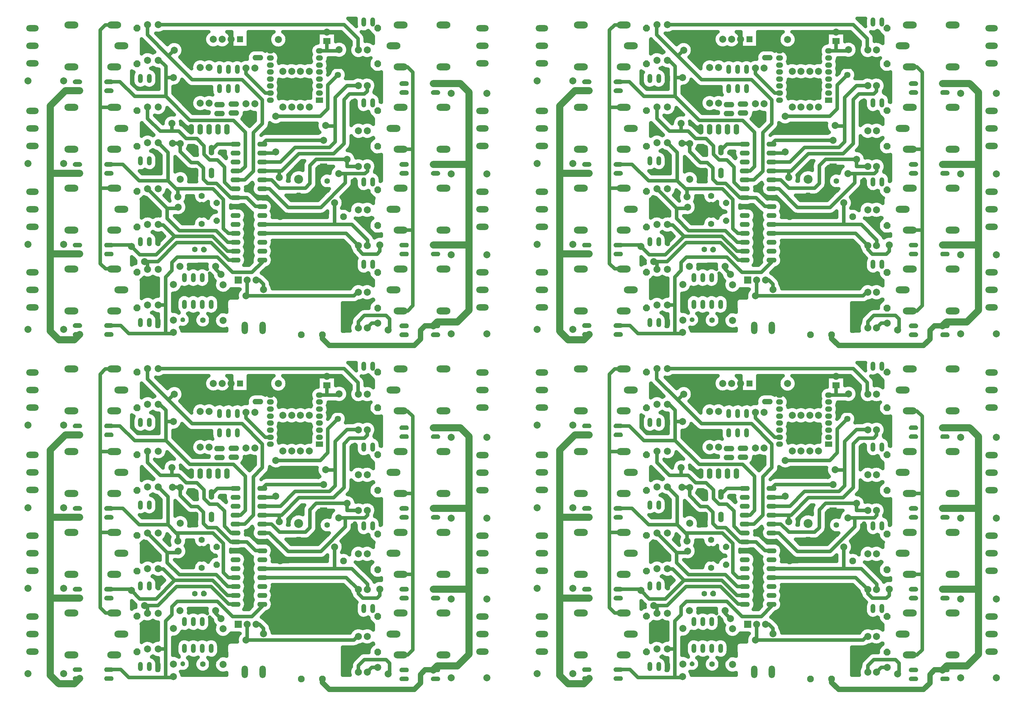
<source format=gbr>
G04 DipTrace 2.4.0.2*
%INTop.gbr*%
%MOIN*%
%ADD13C,0.0394*%
%ADD14C,0.0787*%
%ADD15C,0.0591*%
%ADD17R,0.0787X0.0709*%
%ADD19C,0.063*%
%ADD21C,0.07*%
%ADD22C,0.1*%
%ADD25C,0.0709*%
%ADD26R,0.0709X0.0709*%
%ADD29O,0.052X0.104*%
%ADD30O,0.12X0.06*%
%ADD31R,0.0669X0.0669*%
%ADD32C,0.0787*%
%ADD33O,0.06X0.12*%
%ADD34O,0.156X0.078*%
%ADD35R,0.0787X0.0787*%
%ADD39O,0.112X0.056*%
%ADD40R,0.0787X0.0591*%
%ADD41O,0.0787X0.0591*%
%ADD42C,0.076*%
%ADD43O,0.141X0.0705*%
%ADD44O,0.0705X0.141*%
%FSLAX44Y44*%
G04*
G70*
G90*
G75*
G01*
%LNTop*%
%LPD*%
X38976Y76601D2*
D13*
X39803D1*
X41050D1*
X41181Y76732D1*
X39803Y77701D2*
Y76601D1*
X15122Y73138D2*
X16626D1*
X18268Y71496D1*
X21772D1*
X24449Y68819D1*
X29331D1*
X30669Y67480D1*
Y63661D1*
X30150Y63142D1*
X29567D1*
X20906Y75559D2*
X21094D1*
X21772Y74882D1*
Y73622D1*
Y71496D1*
X22598Y73622D2*
X21772D1*
X15122Y63886D2*
X16941D1*
X18780Y62047D1*
X22008D1*
X22913Y61142D1*
X27047D1*
X28228Y59961D1*
Y56693D1*
X28780Y56142D1*
X29567D1*
X20906Y66307D2*
X22008Y65205D1*
Y62047D1*
X23110Y60236D2*
Y60966D1*
X22913Y61142D1*
X17913Y54685D2*
X18858Y53740D1*
X20669D1*
X22756Y55827D1*
X21496Y57087D1*
X20906D1*
Y57134D1*
X29567Y54142D2*
X28693D1*
X27008Y55827D1*
X22756D1*
X15122Y54831D2*
X17768D1*
X17913Y54685D1*
X20906Y48118D2*
X21732D1*
Y51260D1*
X22441Y51969D1*
Y52874D1*
X23031Y53465D1*
X27559D1*
X29252Y51772D1*
X31417D1*
X32567Y52921D1*
Y53142D1*
X21732Y48118D2*
Y44921D1*
X17598D1*
X16705Y45815D1*
X15122D1*
X21732Y44921D2*
X22480D1*
X22598Y45039D1*
X43346Y45539D2*
Y46260D1*
X44016Y46929D1*
X46457D1*
X46850Y46535D1*
Y45472D1*
X46693Y45315D1*
X32567Y56142D2*
X41996D1*
X43346Y54791D1*
Y54331D1*
X43858Y53819D1*
X45433D1*
X45748Y54134D1*
Y54843D1*
X42087Y64449D2*
Y63650D1*
X43346D1*
X32567Y62142D2*
X33606D1*
X34528Y61220D1*
X37402D1*
X37913Y61732D1*
Y63740D1*
X38622Y64449D1*
X42087D1*
X32567Y64142D2*
X34614D1*
X36260Y65787D1*
X40118D1*
X40748Y66417D1*
Y68189D1*
Y71378D1*
X42087Y72717D1*
X43335D1*
X43346Y72705D1*
X39685Y68228D2*
Y68189D1*
X40748D1*
X26850Y51181D2*
Y49921D1*
X27717Y49055D1*
Y47228D1*
X26906Y46417D1*
X32080Y76859D2*
Y77881D1*
X31614Y78346D1*
X51736Y72941D2*
D14*
X54776D1*
X55748Y71969D1*
Y63886D1*
Y54831D1*
Y47520D1*
X54449Y46220D1*
X52181D1*
X51736Y45776D1*
X12122Y72138D2*
X10524D1*
X8819Y70433D1*
Y62886D1*
Y53831D1*
Y45165D1*
X9772Y44213D1*
X11520D1*
X12122Y44815D1*
Y62886D2*
X8819D1*
X12122Y53831D2*
X8819D1*
X51736Y54831D2*
X55748D1*
X51736Y63886D2*
X55748D1*
X39303Y44776D2*
D15*
Y44358D1*
X40079Y43583D1*
X49606D1*
X50315Y44291D1*
Y45276D1*
X50827Y45787D1*
X51724D1*
X51736Y45776D1*
X27346Y52441D2*
D13*
Y52142D1*
X27953Y51535D1*
X39449Y66575D2*
X33000D1*
X32567Y66142D1*
X34094Y69276D2*
X39079D1*
X39921Y70118D1*
Y72780D1*
X41063Y73921D1*
X32567Y65142D2*
X33961D1*
X34094Y65276D1*
X29567Y62142D2*
X30606D1*
X31586Y63121D1*
Y67437D1*
X32597Y68449D1*
Y71103D1*
X30315Y73386D1*
X24725D1*
X22050Y76061D1*
X19706Y78405D1*
Y79540D1*
X19724Y79559D1*
X22717Y76693D2*
X22682D1*
X22050Y76061D1*
X29567Y61142D2*
X29094D1*
X28346Y61890D1*
Y63583D1*
X27559Y64370D1*
X26693D1*
X26063Y65000D1*
Y65945D1*
X25236Y66772D1*
X24055D1*
X23228Y67598D1*
X22441D1*
X21142D1*
X19724Y69016D1*
Y70307D1*
X22441Y68465D2*
Y67598D1*
X29567Y55142D2*
X28717D1*
X27402Y56457D1*
X23268D1*
X21929Y57795D1*
Y58929D1*
X19724Y61134D1*
X21929Y58929D2*
X22984D1*
X23150Y59094D1*
X19724Y52118D2*
Y52992D1*
X20866D1*
X22992Y55118D1*
X26850D1*
X28819Y53150D1*
X29559D1*
X29567Y53142D1*
X19370Y52992D2*
X19724D1*
X45512Y46063D2*
X44854D1*
X44331Y45539D1*
X32567Y57142D2*
X40669D1*
X42622D1*
X44370Y55394D1*
Y54831D1*
X44331Y54791D1*
X40669Y59567D2*
Y57142D1*
X32567Y61142D2*
X33386D1*
X35472Y59055D1*
X39134D1*
X41890Y61811D1*
Y62835D1*
X44094D1*
X44370Y63110D1*
Y63610D1*
X44331Y63650D1*
X41142Y62835D2*
X41890D1*
X44331Y72705D2*
Y72087D1*
X44016Y71772D1*
X42362D1*
X41732Y71142D1*
Y66220D1*
X40591Y65079D1*
X36693D1*
X34756Y63142D1*
X34381D1*
X32567D1*
X34488Y62402D2*
Y63034D1*
X34381Y63142D1*
X15981Y79515D2*
X14988D1*
X14409Y78937D1*
Y70263D1*
Y61208D1*
Y52756D1*
X15000Y52165D1*
X15969D1*
X15981Y52153D1*
X48074Y47453D2*
X48870D1*
X49449Y48031D1*
Y56508D1*
Y65563D1*
Y74213D1*
X48858Y74803D1*
X48086D1*
X48074Y74815D1*
X15981Y70263D2*
X14409D1*
X15981Y61208D2*
X14409D1*
X48074Y65563D2*
X49449D1*
X48074Y56508D2*
X49449D1*
X43346Y49539D2*
X43240D1*
X42835Y49134D1*
X30882D1*
Y49268D1*
Y50906D1*
X20906Y79559D2*
X41740D1*
X43307Y77992D1*
Y76744D1*
X43346Y76705D1*
X30882Y49268D2*
X30748Y49134D1*
X29567Y66142D2*
X27558D1*
X26893Y65477D1*
X33465Y71876D2*
X32927D1*
X30763Y74040D1*
Y74662D1*
X30748Y74677D1*
X29567Y60142D2*
X29031D1*
X27441Y61732D1*
X26457D1*
X25984Y62205D1*
Y63465D1*
X25354Y64094D1*
X24606D1*
X23386Y65315D1*
Y66220D1*
X29567Y60142D2*
X30843D1*
X31811Y59173D1*
X32535D1*
X32567Y59142D1*
X22520Y66260D2*
X23346D1*
X23386Y66220D1*
X31882Y50906D2*
X32244D1*
X32717Y50433D1*
Y49843D1*
X38976Y38018D2*
X39803D1*
X41050D1*
X41181Y38150D1*
X39803Y39118D2*
Y38018D1*
X15122Y34555D2*
X16626D1*
X18268Y32913D1*
X21772D1*
X24449Y30236D1*
X29331D1*
X30669Y28898D1*
Y25079D1*
X30150Y24559D1*
X29567D1*
X20906Y36976D2*
X21094D1*
X21772Y36299D1*
Y35039D1*
Y32913D1*
X22598Y35039D2*
X21772D1*
X15122Y25303D2*
X16941D1*
X18780Y23465D1*
X22008D1*
X22913Y22559D1*
X27047D1*
X28228Y21378D1*
Y18110D1*
X28780Y17559D1*
X29567D1*
X20906Y27724D2*
X22008Y26622D1*
Y23465D1*
X23110Y21654D2*
Y22383D1*
X22913Y22559D1*
X17913Y16102D2*
X18858Y15157D1*
X20669D1*
X22756Y17244D1*
X21496Y18504D1*
X20906D1*
Y18551D1*
X29567Y15559D2*
X28693D1*
X27008Y17244D1*
X22756D1*
X15122Y16248D2*
X17768D1*
X17913Y16102D1*
X20906Y9535D2*
X21732D1*
Y12677D1*
X22441Y13386D1*
Y14291D1*
X23031Y14882D1*
X27559D1*
X29252Y13189D1*
X31417D1*
X32567Y14339D1*
Y14559D1*
X21732Y9535D2*
Y6339D1*
X17598D1*
X16705Y7232D1*
X15122D1*
X21732Y6339D2*
X22480D1*
X22598Y6457D1*
X43346Y6957D2*
Y7677D1*
X44016Y8346D1*
X46457D1*
X46850Y7953D1*
Y6890D1*
X46693Y6732D1*
X32567Y17559D2*
X41996D1*
X43346Y16209D1*
Y15748D1*
X43858Y15236D1*
X45433D1*
X45748Y15551D1*
Y16260D1*
X42087Y25866D2*
Y25067D1*
X43346D1*
X32567Y23559D2*
X33606D1*
X34528Y22638D1*
X37402D1*
X37913Y23150D1*
Y25157D1*
X38622Y25866D1*
X42087D1*
X32567Y25559D2*
X34614D1*
X36260Y27205D1*
X40118D1*
X40748Y27835D1*
Y29606D1*
Y32795D1*
X42087Y34134D1*
X43335D1*
X43346Y34122D1*
X39685Y29646D2*
Y29606D1*
X40748D1*
X26850Y12598D2*
Y11339D1*
X27717Y10472D1*
Y8646D1*
X26906Y7835D1*
X32080Y38276D2*
Y39298D1*
X31614Y39764D1*
X51736Y34358D2*
D14*
X54776D1*
X55748Y33386D1*
Y25303D1*
Y16248D1*
Y8937D1*
X54449Y7638D1*
X52181D1*
X51736Y7193D1*
X12122Y33555D2*
X10524D1*
X8819Y31850D1*
Y24303D1*
Y15248D1*
Y6583D1*
X9772Y5630D1*
X11520D1*
X12122Y6232D1*
Y24303D2*
X8819D1*
X12122Y15248D2*
X8819D1*
X51736Y16248D2*
X55748D1*
X51736Y25303D2*
X55748D1*
X39303Y6193D2*
D15*
Y5776D1*
X40079Y5000D1*
X49606D1*
X50315Y5709D1*
Y6693D1*
X50827Y7205D1*
X51724D1*
X51736Y7193D1*
X27346Y13858D2*
D13*
Y13559D1*
X27953Y12953D1*
X39449Y27992D2*
X33000D1*
X32567Y27559D1*
X34094Y30693D2*
X39079D1*
X39921Y31535D1*
Y34197D1*
X41063Y35339D1*
X32567Y26559D2*
X33961D1*
X34094Y26693D1*
X29567Y23559D2*
X30606D1*
X31586Y24539D1*
Y28855D1*
X32597Y29866D1*
Y32521D1*
X30315Y34803D1*
X24725D1*
X22050Y37478D1*
X19706Y39822D1*
Y40958D1*
X19724Y40976D1*
X22717Y38110D2*
X22682D1*
X22050Y37478D1*
X29567Y22559D2*
X29094D1*
X28346Y23307D1*
Y25000D1*
X27559Y25787D1*
X26693D1*
X26063Y26417D1*
Y27362D1*
X25236Y28189D1*
X24055D1*
X23228Y29016D1*
X22441D1*
X21142D1*
X19724Y30433D1*
Y31724D1*
X22441Y29882D2*
Y29016D1*
X29567Y16559D2*
X28717D1*
X27402Y17874D1*
X23268D1*
X21929Y19213D1*
Y20346D1*
X19724Y22551D1*
X21929Y20346D2*
X22984D1*
X23150Y20512D1*
X19724Y13535D2*
Y14409D1*
X20866D1*
X22992Y16535D1*
X26850D1*
X28819Y14567D1*
X29559D1*
X29567Y14559D1*
X19370Y14409D2*
X19724D1*
X45512Y7480D2*
X44854D1*
X44331Y6957D1*
X32567Y18559D2*
X40669D1*
X42622D1*
X44370Y16811D1*
Y16248D1*
X44331Y16209D1*
X40669Y20984D2*
Y18559D1*
X32567Y22559D2*
X33386D1*
X35472Y20472D1*
X39134D1*
X41890Y23228D1*
Y24252D1*
X44094D1*
X44370Y24528D1*
Y25028D1*
X44331Y25067D1*
X41142Y24252D2*
X41890D1*
X44331Y34122D2*
Y33504D1*
X44016Y33189D1*
X42362D1*
X41732Y32559D1*
Y27638D1*
X40591Y26496D1*
X36693D1*
X34756Y24559D1*
X34381D1*
X32567D1*
X34488Y23819D2*
Y24452D1*
X34381Y24559D1*
X15981Y40933D2*
X14988D1*
X14409Y40354D1*
Y31681D1*
Y22626D1*
Y14173D1*
X15000Y13583D1*
X15969D1*
X15981Y13570D1*
X48074Y8870D2*
X48870D1*
X49449Y9449D1*
Y17926D1*
Y26981D1*
Y35630D1*
X48858Y36220D1*
X48086D1*
X48074Y36233D1*
X15981Y31681D2*
X14409D1*
X15981Y22626D2*
X14409D1*
X48074Y26981D2*
X49449D1*
X48074Y17926D2*
X49449D1*
X43346Y10957D2*
X43240D1*
X42835Y10551D1*
X30882D1*
Y10685D1*
Y12323D1*
X20906Y40976D2*
X41740D1*
X43307Y39409D1*
Y38161D1*
X43346Y38122D1*
X30882Y10685D2*
X30748Y10551D1*
X29567Y27559D2*
X27558D1*
X26893Y26894D1*
X33465Y33294D2*
X32927D1*
X30763Y35457D1*
Y36079D1*
X30748Y36094D1*
X29567Y21559D2*
X29031D1*
X27441Y23150D1*
X26457D1*
X25984Y23622D1*
Y24882D1*
X25354Y25512D1*
X24606D1*
X23386Y26732D1*
Y27638D1*
X29567Y21559D2*
X30843D1*
X31811Y20591D1*
X32535D1*
X32567Y20559D1*
X22520Y27677D2*
X23346D1*
X23386Y27638D1*
X31882Y12323D2*
X32244D1*
X32717Y11850D1*
Y11260D1*
X96063Y76601D2*
X96890D1*
X98136D1*
X98268Y76732D1*
X96890Y77701D2*
Y76601D1*
X72209Y73138D2*
X73713D1*
X75354Y71496D1*
X78858D1*
X81535Y68819D1*
X86417D1*
X87756Y67480D1*
Y63661D1*
X87236Y63142D1*
X86654D1*
X77992Y75559D2*
X78181D1*
X78858Y74882D1*
Y73622D1*
Y71496D1*
X79685Y73622D2*
X78858D1*
X72209Y63886D2*
X74028D1*
X75866Y62047D1*
X79094D1*
X80000Y61142D1*
X84134D1*
X85315Y59961D1*
Y56693D1*
X85866Y56142D1*
X86654D1*
X77992Y66307D2*
X79094Y65205D1*
Y62047D1*
X80197Y60236D2*
Y60966D1*
X80000Y61142D1*
X75000Y54685D2*
X75945Y53740D1*
X77756D1*
X79843Y55827D1*
X78583Y57087D1*
X77992D1*
Y57134D1*
X86654Y54142D2*
X85780D1*
X84094Y55827D1*
X79843D1*
X72209Y54831D2*
X74854D1*
X75000Y54685D1*
X77992Y48118D2*
X78819D1*
Y51260D1*
X79528Y51969D1*
Y52874D1*
X80118Y53465D1*
X84646D1*
X86339Y51772D1*
X88504D1*
X89654Y52921D1*
Y53142D1*
X78819Y48118D2*
Y44921D1*
X74685D1*
X73791Y45815D1*
X72209D1*
X78819Y44921D2*
X79567D1*
X79685Y45039D1*
X100433Y45539D2*
Y46260D1*
X101102Y46929D1*
X103543D1*
X103937Y46535D1*
Y45472D1*
X103780Y45315D1*
X89654Y56142D2*
X99083D1*
X100433Y54791D1*
Y54331D1*
X100945Y53819D1*
X102520D1*
X102835Y54134D1*
Y54843D1*
X99173Y64449D2*
Y63650D1*
X100433D1*
X89654Y62142D2*
X90693D1*
X91614Y61220D1*
X94488D1*
X95000Y61732D1*
Y63740D1*
X95709Y64449D1*
X99173D1*
X89654Y64142D2*
X91701D1*
X93346Y65787D1*
X97205D1*
X97835Y66417D1*
Y68189D1*
Y71378D1*
X99173Y72717D1*
X100421D1*
X100433Y72705D1*
X96772Y68228D2*
Y68189D1*
X97835D1*
X83937Y51181D2*
Y49921D1*
X84803Y49055D1*
Y47228D1*
X83992Y46417D1*
X89167Y76859D2*
Y77881D1*
X88701Y78346D1*
X108823Y72941D2*
D14*
X111862D1*
X112835Y71969D1*
Y63886D1*
Y54831D1*
Y47520D1*
X111535Y46220D1*
X109268D1*
X108823Y45776D1*
X69209Y72138D2*
X67610D1*
X65906Y70433D1*
Y62886D1*
Y53831D1*
Y45165D1*
X66858Y44213D1*
X68606D1*
X69209Y44815D1*
Y62886D2*
X65906D1*
X69209Y53831D2*
X65906D1*
X108823Y54831D2*
X112835D1*
X108823Y63886D2*
X112835D1*
X96390Y44776D2*
D15*
Y44358D1*
X97165Y43583D1*
X106693D1*
X107402Y44291D1*
Y45276D1*
X107913Y45787D1*
X108811D1*
X108823Y45776D1*
X84433Y52441D2*
D13*
Y52142D1*
X85039Y51535D1*
X96535Y66575D2*
X90087D1*
X89654Y66142D1*
X91181Y69276D2*
X96165D1*
X97008Y70118D1*
Y72780D1*
X98150Y73921D1*
X89654Y65142D2*
X91047D1*
X91181Y65276D1*
X86654Y62142D2*
X87693D1*
X88673Y63121D1*
Y67437D1*
X89684Y68449D1*
Y71103D1*
X87402Y73386D1*
X81812D1*
X79137Y76061D1*
X76792Y78405D1*
Y79540D1*
X76811Y79559D1*
X79803Y76693D2*
X79768D1*
X79137Y76061D1*
X86654Y61142D2*
X86181D1*
X85433Y61890D1*
Y63583D1*
X84646Y64370D1*
X83780D1*
X83150Y65000D1*
Y65945D1*
X82323Y66772D1*
X81142D1*
X80315Y67598D1*
X79528D1*
X78228D1*
X76811Y69016D1*
Y70307D1*
X79528Y68465D2*
Y67598D1*
X86654Y55142D2*
X85803D1*
X84488Y56457D1*
X80354D1*
X79016Y57795D1*
Y58929D1*
X76811Y61134D1*
X79016Y58929D2*
X80071D1*
X80236Y59094D1*
X76811Y52118D2*
Y52992D1*
X77953D1*
X80079Y55118D1*
X83937D1*
X85906Y53150D1*
X86646D1*
X86654Y53142D1*
X76457Y52992D2*
X76811D1*
X102598Y46063D2*
X101941D1*
X101417Y45539D1*
X89654Y57142D2*
X97756D1*
X99709D1*
X101457Y55394D1*
Y54831D1*
X101417Y54791D1*
X97756Y59567D2*
Y57142D1*
X89654Y61142D2*
X90472D1*
X92559Y59055D1*
X96220D1*
X98976Y61811D1*
Y62835D1*
X101181D1*
X101457Y63110D1*
Y63610D1*
X101417Y63650D1*
X98228Y62835D2*
X98976D1*
X101417Y72705D2*
Y72087D1*
X101102Y71772D1*
X99449D1*
X98819Y71142D1*
Y66220D1*
X97677Y65079D1*
X93780D1*
X91843Y63142D1*
X91467D1*
X89654D1*
X91575Y62402D2*
Y63034D1*
X91467Y63142D1*
X73068Y79515D2*
X72074D1*
X71496Y78937D1*
Y70263D1*
Y61208D1*
Y52756D1*
X72087Y52165D1*
X73056D1*
X73068Y52153D1*
X105160Y47453D2*
X105957D1*
X106535Y48031D1*
Y56508D1*
Y65563D1*
Y74213D1*
X105945Y74803D1*
X105172D1*
X105160Y74815D1*
X73068Y70263D2*
X71496D1*
X73068Y61208D2*
X71496D1*
X105160Y65563D2*
X106535D1*
X105160Y56508D2*
X106535D1*
X100433Y49539D2*
X100327D1*
X99921Y49134D1*
X87969D1*
Y49268D1*
Y50906D1*
X77992Y79559D2*
X98827D1*
X100394Y77992D1*
Y76744D1*
X100433Y76705D1*
X87969Y49268D2*
X87835Y49134D1*
X86654Y66142D2*
X84645D1*
X83980Y65477D1*
X90551Y71876D2*
X90013D1*
X87850Y74040D1*
Y74662D1*
X87835Y74677D1*
X86654Y60142D2*
X86118D1*
X84528Y61732D1*
X83543D1*
X83071Y62205D1*
Y63465D1*
X82441Y64094D1*
X81693D1*
X80472Y65315D1*
Y66220D1*
X86654Y60142D2*
X87929D1*
X88898Y59173D1*
X89622D1*
X89654Y59142D1*
X79606Y66260D2*
X80433D1*
X80472Y66220D1*
X88969Y50906D2*
X89331D1*
X89803Y50433D1*
Y49843D1*
X96063Y38018D2*
X96890D1*
X98136D1*
X98268Y38150D1*
X96890Y39118D2*
Y38018D1*
X72209Y34555D2*
X73713D1*
X75354Y32913D1*
X78858D1*
X81535Y30236D1*
X86417D1*
X87756Y28898D1*
Y25079D1*
X87236Y24559D1*
X86654D1*
X77992Y36976D2*
X78181D1*
X78858Y36299D1*
Y35039D1*
Y32913D1*
X79685Y35039D2*
X78858D1*
X72209Y25303D2*
X74028D1*
X75866Y23465D1*
X79094D1*
X80000Y22559D1*
X84134D1*
X85315Y21378D1*
Y18110D1*
X85866Y17559D1*
X86654D1*
X77992Y27724D2*
X79094Y26622D1*
Y23465D1*
X80197Y21654D2*
Y22383D1*
X80000Y22559D1*
X75000Y16102D2*
X75945Y15157D1*
X77756D1*
X79843Y17244D1*
X78583Y18504D1*
X77992D1*
Y18551D1*
X86654Y15559D2*
X85780D1*
X84094Y17244D1*
X79843D1*
X72209Y16248D2*
X74854D1*
X75000Y16102D1*
X77992Y9535D2*
X78819D1*
Y12677D1*
X79528Y13386D1*
Y14291D1*
X80118Y14882D1*
X84646D1*
X86339Y13189D1*
X88504D1*
X89654Y14339D1*
Y14559D1*
X78819Y9535D2*
Y6339D1*
X74685D1*
X73791Y7232D1*
X72209D1*
X78819Y6339D2*
X79567D1*
X79685Y6457D1*
X100433Y6957D2*
Y7677D1*
X101102Y8346D1*
X103543D1*
X103937Y7953D1*
Y6890D1*
X103780Y6732D1*
X89654Y17559D2*
X99083D1*
X100433Y16209D1*
Y15748D1*
X100945Y15236D1*
X102520D1*
X102835Y15551D1*
Y16260D1*
X99173Y25866D2*
Y25067D1*
X100433D1*
X89654Y23559D2*
X90693D1*
X91614Y22638D1*
X94488D1*
X95000Y23150D1*
Y25157D1*
X95709Y25866D1*
X99173D1*
X89654Y25559D2*
X91701D1*
X93346Y27205D1*
X97205D1*
X97835Y27835D1*
Y29606D1*
Y32795D1*
X99173Y34134D1*
X100421D1*
X100433Y34122D1*
X96772Y29646D2*
Y29606D1*
X97835D1*
X83937Y12598D2*
Y11339D1*
X84803Y10472D1*
Y8646D1*
X83992Y7835D1*
X89167Y38276D2*
Y39298D1*
X88701Y39764D1*
X108823Y34358D2*
D14*
X111862D1*
X112835Y33386D1*
Y25303D1*
Y16248D1*
Y8937D1*
X111535Y7638D1*
X109268D1*
X108823Y7193D1*
X69209Y33555D2*
X67610D1*
X65906Y31850D1*
Y24303D1*
Y15248D1*
Y6583D1*
X66858Y5630D1*
X68606D1*
X69209Y6232D1*
Y24303D2*
X65906D1*
X69209Y15248D2*
X65906D1*
X108823Y16248D2*
X112835D1*
X108823Y25303D2*
X112835D1*
X96390Y6193D2*
D15*
Y5776D1*
X97165Y5000D1*
X106693D1*
X107402Y5709D1*
Y6693D1*
X107913Y7205D1*
X108811D1*
X108823Y7193D1*
X84433Y13858D2*
D13*
Y13559D1*
X85039Y12953D1*
X96535Y27992D2*
X90087D1*
X89654Y27559D1*
X91181Y30693D2*
X96165D1*
X97008Y31535D1*
Y34197D1*
X98150Y35339D1*
X89654Y26559D2*
X91047D1*
X91181Y26693D1*
X86654Y23559D2*
X87693D1*
X88673Y24539D1*
Y28855D1*
X89684Y29866D1*
Y32521D1*
X87402Y34803D1*
X81812D1*
X79137Y37478D1*
X76792Y39822D1*
Y40958D1*
X76811Y40976D1*
X79803Y38110D2*
X79768D1*
X79137Y37478D1*
X86654Y22559D2*
X86181D1*
X85433Y23307D1*
Y25000D1*
X84646Y25787D1*
X83780D1*
X83150Y26417D1*
Y27362D1*
X82323Y28189D1*
X81142D1*
X80315Y29016D1*
X79528D1*
X78228D1*
X76811Y30433D1*
Y31724D1*
X79528Y29882D2*
Y29016D1*
X86654Y16559D2*
X85803D1*
X84488Y17874D1*
X80354D1*
X79016Y19213D1*
Y20346D1*
X76811Y22551D1*
X79016Y20346D2*
X80071D1*
X80236Y20512D1*
X76811Y13535D2*
Y14409D1*
X77953D1*
X80079Y16535D1*
X83937D1*
X85906Y14567D1*
X86646D1*
X86654Y14559D1*
X76457Y14409D2*
X76811D1*
X102598Y7480D2*
X101941D1*
X101417Y6957D1*
X89654Y18559D2*
X97756D1*
X99709D1*
X101457Y16811D1*
Y16248D1*
X101417Y16209D1*
X97756Y20984D2*
Y18559D1*
X89654Y22559D2*
X90472D1*
X92559Y20472D1*
X96220D1*
X98976Y23228D1*
Y24252D1*
X101181D1*
X101457Y24528D1*
Y25028D1*
X101417Y25067D1*
X98228Y24252D2*
X98976D1*
X101417Y34122D2*
Y33504D1*
X101102Y33189D1*
X99449D1*
X98819Y32559D1*
Y27638D1*
X97677Y26496D1*
X93780D1*
X91843Y24559D1*
X91467D1*
X89654D1*
X91575Y23819D2*
Y24452D1*
X91467Y24559D1*
X73068Y40933D2*
X72074D1*
X71496Y40354D1*
Y31681D1*
Y22626D1*
Y14173D1*
X72087Y13583D1*
X73056D1*
X73068Y13570D1*
X105160Y8870D2*
X105957D1*
X106535Y9449D1*
Y17926D1*
Y26981D1*
Y35630D1*
X105945Y36220D1*
X105172D1*
X105160Y36233D1*
X73068Y31681D2*
X71496D1*
X73068Y22626D2*
X71496D1*
X105160Y26981D2*
X106535D1*
X105160Y17926D2*
X106535D1*
X100433Y10957D2*
X100327D1*
X99921Y10551D1*
X87969D1*
Y10685D1*
Y12323D1*
X77992Y40976D2*
X98827D1*
X100394Y39409D1*
Y38161D1*
X100433Y38122D1*
X87969Y10685D2*
X87835Y10551D1*
X86654Y27559D2*
X84645D1*
X83980Y26894D1*
X90551Y33294D2*
X90013D1*
X87850Y35457D1*
Y36079D1*
X87835Y36094D1*
X86654Y21559D2*
X86118D1*
X84528Y23150D1*
X83543D1*
X83071Y23622D1*
Y24882D1*
X82441Y25512D1*
X81693D1*
X80472Y26732D1*
Y27638D1*
X86654Y21559D2*
X87929D1*
X88898Y20591D1*
X89622D1*
X89654Y20559D1*
X79606Y27677D2*
X80433D1*
X80472Y27638D1*
X88969Y12323D2*
X89331D1*
X89803Y11850D1*
Y11260D1*
X42629Y79844D2*
X43030D1*
X21394Y78667D2*
X26401D1*
X28772D2*
X29107D1*
X31068D2*
X33700D1*
X35038D2*
X41460D1*
X43806D2*
X44593D1*
X21013Y78274D2*
X26118D1*
X31068D2*
X33409D1*
X35333D2*
X38765D1*
X40841D2*
X41849D1*
X44097D2*
X44991D1*
X21402Y77882D2*
X26048D1*
X31068D2*
X33331D1*
X35407D2*
X38765D1*
X40841D2*
X42243D1*
X44151D2*
X44974D1*
X19081Y77490D2*
X19445D1*
X21796D2*
X22074D1*
X23358D2*
X26138D1*
X31068D2*
X33413D1*
X35325D2*
X38687D1*
X41875D2*
X42464D1*
X19081Y77097D2*
X19839D1*
X23670D2*
X26458D1*
X28714D2*
X29107D1*
X31068D2*
X33721D1*
X35018D2*
X38084D1*
X42149D2*
X42386D1*
X19081Y76705D2*
X20233D1*
X23756D2*
X31416D1*
X32746D2*
X33192D1*
X33738D2*
X37945D1*
X23682Y76312D2*
X30957D1*
X34353D2*
X37986D1*
X42129D2*
X42386D1*
X23391Y75920D2*
X30838D1*
X34497D2*
X37945D1*
X41805D2*
X42686D1*
X23760Y75528D2*
X24953D1*
X34456D2*
X37982D1*
X39968D2*
X44523D1*
X24150Y75135D2*
X24666D1*
X40009D2*
X44486D1*
X39972Y74743D2*
X40525D1*
X41600D2*
X44548D1*
X20611Y74350D2*
X20930D1*
X40009D2*
X40164D1*
X41961D2*
X44892D1*
X20807Y73958D2*
X20929D1*
X42063D2*
X45866D1*
X41994Y73566D2*
X42801D1*
X44877D2*
X45866D1*
X23531Y73173D2*
X23764D1*
X34460D2*
X37982D1*
X45254D2*
X45866D1*
X20684Y72781D2*
X20930D1*
X23178D2*
X24157D1*
X34497D2*
X37945D1*
X45369D2*
X45866D1*
X18552Y72388D2*
X20930D1*
X22616D2*
X26860D1*
X34460D2*
X37982D1*
X45319D2*
X45866D1*
X22616Y71996D2*
X26864D1*
X34497D2*
X37945D1*
X45168D2*
X45866D1*
X22838Y71604D2*
X25059D1*
X34460D2*
X37937D1*
X45631D2*
X45866D1*
X23231Y71211D2*
X24699D1*
X23625Y70819D2*
X24592D1*
X42584D2*
X43030D1*
X24015Y70427D2*
X24645D1*
X42576D2*
X43034D1*
X21907Y70034D2*
X22057D1*
X24408D2*
X24900D1*
X42576D2*
X43178D1*
X21689Y69642D2*
X22451D1*
X24802D2*
X26552D1*
X30617D2*
X31756D1*
X42576D2*
X44498D1*
X20664Y69249D2*
X21783D1*
X30531D2*
X31756D1*
X42576D2*
X44740D1*
X21058Y68857D2*
X21483D1*
X30470D2*
X31756D1*
X42576D2*
X44974D1*
X23481Y68465D2*
X23628D1*
X30859D2*
X31437D1*
X34718D2*
X38675D1*
X42576D2*
X42727D1*
X19081Y68072D2*
X19494D1*
X23928D2*
X24112D1*
X33344D2*
X38659D1*
X19081Y67680D2*
X19884D1*
X24322D2*
X24678D1*
X33004D2*
X38810D1*
X19081Y67287D2*
X19490D1*
X19959D2*
X20278D1*
X42576Y66503D2*
X44667D1*
X42568Y66110D2*
X44486D1*
X24289Y65718D2*
X25117D1*
X42400D2*
X44486D1*
X20287Y65325D2*
X20675D1*
X24552D2*
X25219D1*
X27919D2*
X28381D1*
X42609D2*
X44667D1*
X20725Y64933D2*
X21106D1*
X24941D2*
X25224D1*
X28173D2*
X28385D1*
X43002D2*
X45233D1*
X20828Y64541D2*
X21163D1*
X22850D2*
X22987D1*
X44823D2*
X45866D1*
X20828Y64148D2*
X21163D1*
X22850D2*
X23378D1*
X36937D2*
X37182D1*
X45237D2*
X45866D1*
X20791Y63756D2*
X21163D1*
X22850D2*
X23772D1*
X36543D2*
X37071D1*
X45365D2*
X45866D1*
X20545Y63364D2*
X21163D1*
X22850D2*
X24235D1*
X36154D2*
X37071D1*
X38758D2*
X40254D1*
X45328D2*
X45866D1*
X19032Y62971D2*
X21163D1*
X24084D2*
X25141D1*
X38758D2*
X40110D1*
X45324D2*
X45866D1*
X24359Y62579D2*
X25141D1*
X38758D2*
X39069D1*
X45742D2*
X45866D1*
X24425Y62186D2*
X25141D1*
X38758D2*
X38900D1*
X38758Y61794D2*
X38913D1*
X42732D2*
X43030D1*
X30958Y61402D2*
X31400D1*
X38684D2*
X39122D1*
X42621D2*
X43071D1*
X30761Y61009D2*
X31371D1*
X38364D2*
X39913D1*
X42264D2*
X43321D1*
X21800Y60617D2*
X22148D1*
X37970D2*
X39520D1*
X41870D2*
X44539D1*
X21808Y60224D2*
X22070D1*
X24150D2*
X24809D1*
X31934D2*
X33126D1*
X35477D2*
X39130D1*
X41477D2*
X44876D1*
X19081Y59832D2*
X19851D1*
X24064D2*
X24953D1*
X41674D2*
X44974D1*
X19081Y59440D2*
X20245D1*
X24129D2*
X25465D1*
X26131D2*
X26466D1*
X33722D2*
X33914D1*
X41702D2*
X42546D1*
X19081Y59047D2*
X20634D1*
X24187D2*
X26601D1*
X29071D2*
X30764D1*
X33767D2*
X34307D1*
X41563D2*
X42341D1*
X19081Y58655D2*
X21028D1*
X24088D2*
X27069D1*
X30609D2*
X31154D1*
X33627D2*
X34697D1*
X19081Y58262D2*
X21086D1*
X23744D2*
X26757D1*
X30765D2*
X31371D1*
X33763D2*
X35304D1*
X39303D2*
X39827D1*
X23030Y57870D2*
X25051D1*
X30728D2*
X31404D1*
X43773D2*
X43904D1*
X44758D2*
X44929D1*
X23420Y57478D2*
X24834D1*
X30707D2*
X31428D1*
X43462D2*
X44564D1*
X30769Y57085D2*
X31363D1*
X43855D2*
X44486D1*
X30650Y56693D2*
X31482D1*
X44245D2*
X44511D1*
X30757Y56301D2*
X31375D1*
X44639D2*
X44804D1*
X20709Y55908D2*
X21500D1*
X30740D2*
X31391D1*
X45024D2*
X45866D1*
X20824Y55516D2*
X21270D1*
X30691D2*
X31445D1*
X30773Y55123D2*
X31363D1*
X33771D2*
X41841D1*
X30671Y54731D2*
X31461D1*
X33672D2*
X42231D1*
X30748Y54339D2*
X31383D1*
X33750D2*
X42415D1*
X30753Y53946D2*
X31383D1*
X33750D2*
X42604D1*
X30671Y53554D2*
X31461D1*
X33672D2*
X42948D1*
X17992Y53161D2*
X18264D1*
X30773D2*
X31363D1*
X33771D2*
X43063D1*
X17992Y52769D2*
X18190D1*
X30691D2*
X31240D1*
X33689D2*
X43030D1*
X24384Y52377D2*
X26310D1*
X33332D2*
X43030D1*
X32803Y51984D2*
X43141D1*
X32701Y51592D2*
X43600D1*
X44274D2*
X44486D1*
X20160Y51199D2*
X20470D1*
X26754D2*
X26971D1*
X33127D2*
X44650D1*
X19081Y50807D2*
X20889D1*
X26750D2*
X27229D1*
X33467D2*
X44974D1*
X19081Y50415D2*
X20889D1*
X26594D2*
X27151D1*
X33574D2*
X42825D1*
X44852D2*
X44974D1*
X19081Y50022D2*
X20889D1*
X23580D2*
X27221D1*
X33738D2*
X42432D1*
X19081Y49630D2*
X20889D1*
X23272D2*
X27504D1*
X28874D2*
X29841D1*
X19081Y49238D2*
X20889D1*
X22575D2*
X23472D1*
X24232D2*
X24469D1*
X25228D2*
X25470D1*
X26229D2*
X26470D1*
X27230D2*
X29714D1*
X22575Y48845D2*
X23046D1*
X27656D2*
X28750D1*
X22575Y48453D2*
X22943D1*
X27755D2*
X28521D1*
X43298D2*
X44761D1*
X22575Y48060D2*
X22943D1*
X27755D2*
X28521D1*
X41612D2*
X44503D1*
X22575Y47668D2*
X22984D1*
X27718D2*
X28545D1*
X41612D2*
X43662D1*
X27468Y47276D2*
X27680D1*
X41612D2*
X43186D1*
X20689Y46883D2*
X20889D1*
X24478D2*
X25072D1*
X26738D2*
X27278D1*
X41612D2*
X42797D1*
X24568Y46491D2*
X24949D1*
X26865D2*
X27155D1*
X41612D2*
X42538D1*
X24511Y46098D2*
X25002D1*
X26807D2*
X27196D1*
X41612D2*
X42477D1*
X24166Y45706D2*
X25281D1*
X26528D2*
X27426D1*
X41612D2*
X42321D1*
X23600Y45314D2*
X28545D1*
X41612D2*
X42333D1*
X38934Y78661D2*
X40803D1*
X40809Y77660D1*
X40933Y77701D1*
X41062Y77725D1*
X41193Y77732D1*
X41324Y77722D1*
X41452Y77695D1*
X41576Y77651D1*
X41693Y77592D1*
X41801Y77517D1*
X41898Y77429D1*
X41983Y77330D1*
X42054Y77220D1*
X42111Y77101D1*
X42151Y76976D1*
X42174Y76847D1*
X42181Y76732D1*
X42173Y76601D1*
X42147Y76473D1*
X42105Y76349D1*
X42046Y76231D1*
X41973Y76122D1*
X41887Y76024D1*
X41788Y75938D1*
X41679Y75865D1*
X41561Y75807D1*
X41437Y75765D1*
X41308Y75740D1*
X41177Y75732D1*
X41046Y75741D1*
X40918Y75768D1*
X40829Y75798D1*
X39979D1*
X39967Y75683D1*
X39938Y75555D1*
X39886Y75421D1*
X39932Y75305D1*
X39963Y75178D1*
X39976Y75026D1*
X39967Y74895D1*
X39938Y74767D1*
X39886Y74634D1*
X39932Y74518D1*
X39963Y74391D1*
X39976Y74239D1*
X39967Y74108D1*
X39938Y73980D1*
X39908Y73899D1*
X40122Y74116D1*
X40182Y74304D1*
X40242Y74421D1*
X40318Y74528D1*
X40408Y74624D1*
X40510Y74706D1*
X40622Y74774D1*
X40742Y74827D1*
X40868Y74862D1*
X40998Y74880D1*
X41129D1*
X41259Y74862D1*
X41385Y74826D1*
X41506Y74774D1*
X41618Y74706D1*
X41719Y74623D1*
X41809Y74527D1*
X41884Y74420D1*
X41944Y74303D1*
X41988Y74180D1*
X42015Y74051D1*
X42024Y73921D1*
X42015Y73790D1*
X41988Y73662D1*
X41927Y73506D1*
X42087Y73520D1*
X42763D1*
X42974Y73633D1*
X43099Y73674D1*
X43228Y73698D1*
X43358Y73705D1*
X43489Y73694D1*
X43618Y73667D1*
X43741Y73624D1*
X43840Y73576D1*
X43958Y73633D1*
X44083Y73674D1*
X44212Y73698D1*
X44343Y73705D1*
X44473Y73694D1*
X44602Y73667D1*
X44725Y73624D1*
X44842Y73564D1*
X44950Y73490D1*
X45048Y73402D1*
X45133Y73302D1*
X45204Y73192D1*
X45260Y73073D1*
X45300Y72949D1*
X45324Y72820D1*
X45331Y72705D1*
X45322Y72574D1*
X45296Y72445D1*
X45254Y72321D1*
X45196Y72204D1*
X45134Y72112D1*
X45122Y71952D1*
X45130Y72007D1*
X45182Y71867D1*
X45305Y71820D1*
X45419Y71756D1*
X45522Y71675D1*
X45612Y71579D1*
X45686Y71471D1*
X45743Y71353D1*
X45782Y71228D1*
X45803Y71036D1*
Y70884D1*
X45906Y70853D1*
Y74228D1*
X45737Y74183D1*
X45354Y74179D1*
X45224Y74193D1*
X45100Y74235D1*
X44976Y74312D1*
X44703Y74579D1*
X44621Y74681D1*
X44563Y74799D1*
X44529Y74941D1*
X44526Y75323D1*
X44540Y75453D1*
X44581Y75577D1*
X44658Y75701D1*
X44747Y75795D1*
X44586Y75738D1*
X44458Y75713D1*
X44327Y75705D1*
X44196Y75714D1*
X44067Y75740D1*
X43943Y75783D1*
X43837Y75836D1*
X43726Y75780D1*
X43602Y75738D1*
X43473Y75713D1*
X43342Y75705D1*
X43212Y75714D1*
X43083Y75740D1*
X42959Y75783D1*
X42842Y75841D1*
X42733Y75915D1*
X42635Y76002D1*
X42549Y76101D1*
X42477Y76211D1*
X42420Y76329D1*
X42379Y76453D1*
X42354Y76582D1*
X42346Y76713D1*
X42356Y76844D1*
X42383Y76972D1*
X42426Y77096D1*
X42506Y77243D1*
X42504Y77659D1*
X41408Y78755D1*
X34871Y78756D1*
X34989Y78674D1*
X35087Y78587D1*
X35172Y78487D1*
X35243Y78377D1*
X35299Y78258D1*
X35340Y78134D1*
X35363Y78005D1*
X35370Y77890D1*
X35361Y77759D1*
X35336Y77630D1*
X35293Y77506D1*
X35235Y77388D1*
X35162Y77279D1*
X35076Y77181D1*
X34977Y77095D1*
X34868Y77022D1*
X34750Y76965D1*
X34625Y76923D1*
X34497Y76898D1*
X34366Y76890D1*
X34235Y76899D1*
X34107Y76925D1*
X33983Y76968D1*
X33865Y77026D1*
X33757Y77100D1*
X33659Y77187D1*
X33573Y77286D1*
X33501Y77395D1*
X33443Y77513D1*
X33402Y77638D1*
X33377Y77767D1*
X33370Y77898D1*
X33380Y78028D1*
X33406Y78157D1*
X33450Y78281D1*
X33509Y78398D1*
X33582Y78506D1*
X33670Y78604D1*
X33769Y78689D1*
X33866Y78756D1*
X31024D1*
X31027Y77926D1*
Y76963D1*
X29145D1*
X29142Y78756D1*
X28613D1*
X28706Y78689D1*
X28803Y78601D1*
X28888Y78501D1*
X28959Y78391D1*
X29016Y78273D1*
X29056Y78148D1*
X29080Y78019D1*
X29086Y77904D1*
X29078Y77773D1*
X29052Y77644D1*
X29010Y77520D1*
X28952Y77403D1*
X28879Y77294D1*
X28792Y77195D1*
X28693Y77109D1*
X28584Y77037D1*
X28466Y76979D1*
X28342Y76937D1*
X28213Y76912D1*
X28082Y76904D1*
X27951Y76913D1*
X27823Y76939D1*
X27699Y76982D1*
X27584Y77037D1*
X27466Y76979D1*
X27342Y76937D1*
X27213Y76912D1*
X27082Y76904D1*
X26951Y76913D1*
X26823Y76939D1*
X26699Y76982D1*
X26582Y77041D1*
X26473Y77114D1*
X26375Y77201D1*
X26289Y77300D1*
X26217Y77410D1*
X26160Y77528D1*
X26118Y77652D1*
X26094Y77781D1*
X26086Y77912D1*
X26096Y78043D1*
X26123Y78171D1*
X26166Y78295D1*
X26225Y78412D1*
X26299Y78520D1*
X26386Y78618D1*
X26486Y78704D1*
X26565Y78755D1*
X21501Y78756D1*
X21403Y78692D1*
X21285Y78634D1*
X21161Y78592D1*
X21032Y78567D1*
X20902Y78559D1*
X20771Y78568D1*
X20654Y78592D1*
X21935Y77311D1*
X22017Y77407D1*
X22116Y77493D1*
X22226Y77564D1*
X22344Y77621D1*
X22469Y77662D1*
X22598Y77686D1*
X22729Y77693D1*
X22859Y77683D1*
X22988Y77655D1*
X23111Y77612D1*
X23228Y77552D1*
X23336Y77478D1*
X23433Y77390D1*
X23519Y77290D1*
X23590Y77180D1*
X23646Y77062D1*
X23686Y76937D1*
X23710Y76808D1*
X23717Y76693D1*
X23708Y76562D1*
X23682Y76433D1*
X23640Y76309D1*
X23582Y76192D1*
X23509Y76083D1*
X23422Y75984D1*
X23339Y75912D1*
X24195Y75051D1*
X24639Y74608D1*
X24630Y74764D1*
X24640Y74895D1*
X24666Y75023D1*
X24710Y75147D1*
X24769Y75264D1*
X24842Y75372D1*
X24930Y75470D1*
X25029Y75556D1*
X25139Y75627D1*
X25257Y75684D1*
X25382Y75725D1*
X25511Y75749D1*
X25642Y75756D1*
X25773Y75746D1*
X25901Y75718D1*
X26025Y75675D1*
X26123Y75627D1*
X26242Y75684D1*
X26366Y75725D1*
X26495Y75749D1*
X26626Y75756D1*
X26757Y75746D1*
X26885Y75718D1*
X27009Y75675D1*
X27126Y75615D1*
X27273Y75505D1*
X27371Y75560D1*
X27492Y75610D1*
X27619Y75642D1*
X27750Y75654D1*
X27881Y75646D1*
X28009Y75618D1*
X28131Y75572D1*
X28262Y75495D1*
X28371Y75560D1*
X28492Y75610D1*
X28619Y75642D1*
X28750Y75654D1*
X28881Y75646D1*
X29009Y75618D1*
X29131Y75572D1*
X29262Y75495D1*
X29371Y75560D1*
X29492Y75610D1*
X29619Y75642D1*
X29750Y75654D1*
X29881Y75646D1*
X30009Y75618D1*
X30131Y75572D1*
X30213Y75526D1*
X30376Y75605D1*
X30500Y75646D1*
X30629Y75670D1*
X30760Y75677D1*
X30895Y75666D1*
X30878Y75768D1*
X30875Y75899D1*
X30890Y76029D1*
X30924Y76156D1*
X30975Y76276D1*
X31044Y76388D1*
X31128Y76489D1*
X31226Y76576D1*
X31335Y76649D1*
X31454Y76705D1*
X31579Y76743D1*
X31709Y76763D1*
X32174Y76765D1*
X32380Y76761D1*
X32440Y76763D1*
X32570Y76745D1*
X32696Y76709D1*
X32815Y76654D1*
X32915Y76590D1*
X33061Y76662D1*
X33187Y76697D1*
X33370Y76713D1*
X33563Y76715D1*
X33645Y76711D1*
X33774Y76690D1*
X33899Y76650D1*
X34017Y76592D1*
X34125Y76518D1*
X34222Y76429D1*
X34304Y76327D1*
X34371Y76214D1*
X34420Y76093D1*
X34452Y75966D1*
X34465Y75813D1*
X34455Y75683D1*
X34427Y75555D1*
X34374Y75421D1*
X34420Y75305D1*
X34441Y75222D1*
X34634Y75296D1*
X34763Y75320D1*
X34894Y75327D1*
X35025Y75317D1*
X35153Y75289D1*
X35277Y75246D1*
X35375Y75198D1*
X35494Y75255D1*
X35618Y75296D1*
X35747Y75320D1*
X35878Y75327D1*
X36009Y75317D1*
X36137Y75289D1*
X36261Y75246D1*
X36360Y75198D1*
X36478Y75255D1*
X36603Y75295D1*
X36731Y75320D1*
X36862Y75327D1*
X36993Y75316D1*
X37121Y75289D1*
X37245Y75245D1*
X37344Y75198D1*
X37462Y75255D1*
X37587Y75296D1*
X37716Y75320D1*
X37847Y75327D1*
X38022Y75307D1*
X38067Y75415D1*
X38000Y75608D1*
X37980Y75737D1*
X37978Y75868D1*
X37995Y75998D1*
X38032Y76124D1*
X38067Y76203D1*
X38000Y76395D1*
X37980Y76524D1*
X37978Y76656D1*
X37995Y76785D1*
X38032Y76912D1*
X38086Y77031D1*
X38156Y77141D1*
X38242Y77240D1*
X38342Y77326D1*
X38453Y77396D1*
X38573Y77449D1*
X38699Y77484D1*
X38800Y77497D1*
X38803Y78446D1*
Y78661D1*
X38934D1*
X40077Y61134D2*
X39977Y61112D1*
X39846Y61102D1*
X39715Y61111D1*
X39587Y61138D1*
X39464Y61184D1*
X39349Y61246D1*
X39243Y61324D1*
X39150Y61416D1*
X39071Y61521D1*
X39007Y61635D1*
X38960Y61758D1*
X38932Y61886D1*
X38921Y62016D1*
X38930Y62147D1*
X38956Y62276D1*
X39001Y62399D1*
X39063Y62515D1*
X39140Y62620D1*
X39232Y62714D1*
X39336Y62793D1*
X39451Y62858D1*
X39573Y62905D1*
X39701Y62934D1*
X39832Y62945D1*
X39963Y62937D1*
X40141Y62893D1*
X40178Y63102D1*
X40221Y63226D1*
X40280Y63343D1*
X40354Y63451D1*
X40442Y63549D1*
X40558Y63645D1*
X38958Y63646D1*
X38717Y63408D1*
Y61732D1*
X38706Y61602D1*
X38674Y61474D1*
X38622Y61354D1*
X38583Y61289D1*
X38481Y61164D1*
X37969Y60653D1*
X37870Y60568D1*
X37757Y60500D1*
X37635Y60452D1*
X37561Y60433D1*
X37402Y60417D1*
X35249D1*
X35807Y59857D1*
X38798Y59858D1*
X40077Y61134D1*
X26506Y59711D2*
X26447Y59648D1*
X26345Y59566D1*
X26233Y59498D1*
X26112Y59447D1*
X25986Y59412D1*
X25856Y59395D1*
X25725Y59396D1*
X25595Y59415D1*
X25469Y59451D1*
X25349Y59505D1*
X25238Y59574D1*
X25137Y59658D1*
X25049Y59755D1*
X24974Y59863D1*
X24915Y59980D1*
X24873Y60104D1*
X24848Y60233D1*
X24843Y60335D1*
X24291Y60339D1*
X24107D1*
X24102Y60105D1*
X24076Y59977D1*
X24034Y59853D1*
X23950Y59698D1*
X24023Y59582D1*
X24079Y59463D1*
X24119Y59338D1*
X24143Y59209D1*
X24150Y59094D1*
X24141Y58964D1*
X24115Y58835D1*
X24073Y58711D1*
X24015Y58593D1*
X23942Y58484D1*
X23855Y58386D1*
X23757Y58300D1*
X23647Y58227D1*
X23530Y58169D1*
X23405Y58128D1*
X23276Y58103D1*
X23146Y58094D1*
X23015Y58104D1*
X22906Y58126D1*
X22734D1*
X23602Y57258D1*
X24838Y57260D1*
X24881Y57497D1*
X24927Y57620D1*
X24989Y57736D1*
X25066Y57841D1*
X25158Y57936D1*
X25261Y58016D1*
X25374Y58082D1*
X25496Y58132D1*
X25623Y58165D1*
X25753Y58180D1*
X25884Y58177D1*
X26013Y58156D1*
X26139Y58118D1*
X26258Y58063D1*
X26368Y57992D1*
X26468Y57907D1*
X26519Y57848D1*
X26568Y57987D1*
X26638Y58098D1*
X26888Y58353D1*
X26990Y58435D1*
X27107Y58493D1*
X27249Y58527D1*
X27427Y58531D1*
X27344Y58618D1*
X27186Y58632D1*
X27062Y58674D1*
X26938Y58751D1*
X26683Y59001D1*
X26601Y59103D1*
X26543Y59220D1*
X26509Y59362D1*
X26505Y59706D1*
X35563Y62023D2*
X35549Y62141D1*
Y62272D1*
X35565Y62403D1*
X35596Y62530D1*
X35642Y62653D1*
X35702Y62769D1*
X35776Y62878D1*
X35862Y62977D1*
X35959Y63066D1*
X36065Y63142D1*
X36180Y63205D1*
X36302Y63254D1*
X36429Y63288D1*
X36558Y63307D1*
X36690Y63310D1*
X36820Y63298D1*
X36948Y63271D1*
X37113Y63209D1*
X37110Y63740D1*
X37121Y63871D1*
X37153Y63998D1*
X37205Y64118D1*
X37310Y64276D1*
X37027D1*
X35443Y62693D1*
X35482Y62517D1*
X35488Y62402D1*
X35480Y62271D1*
X35454Y62142D1*
X35413Y62022D1*
X35565Y62024D1*
X24212Y47131D2*
X24350Y46993D1*
X24432Y46891D1*
X24490Y46774D1*
X24524Y46632D1*
X24528Y46349D1*
X24514Y46219D1*
X24472Y46095D1*
X24395Y45971D1*
X24198Y45768D1*
X24096Y45686D1*
X23978Y45628D1*
X23836Y45594D1*
X23554Y45590D1*
X23420Y45606D1*
X23472Y45527D1*
X23528Y45408D1*
X23568Y45283D1*
X23584Y45199D1*
X28587Y45197D1*
X28583Y45472D1*
X28445Y45427D1*
X28316Y45402D1*
X28185Y45394D1*
X28054Y45403D1*
X27926Y45429D1*
X27802Y45472D1*
X27684Y45530D1*
X27576Y45604D1*
X27478Y45691D1*
X27392Y45790D1*
X27320Y45899D1*
X27262Y46018D1*
X27221Y46142D1*
X27197Y46271D1*
X27189Y46402D1*
X27199Y46532D1*
X27225Y46661D1*
X27269Y46785D1*
X27328Y46902D1*
X27402Y47010D1*
X27489Y47108D1*
X27588Y47193D1*
X27698Y47265D1*
X27816Y47322D1*
X27941Y47363D1*
X28070Y47387D1*
X28201Y47394D1*
X28332Y47383D1*
X28460Y47356D1*
X28580Y47314D1*
X28583Y47678D1*
X28559Y47846D1*
X28558Y48425D1*
X28575Y48555D1*
X28626Y48676D1*
X28706Y48779D1*
X28811Y48858D1*
X28932Y48907D1*
X29055Y48922D1*
X29770D1*
X29748Y49142D1*
X29758Y49273D1*
X29784Y49401D1*
X29828Y49525D1*
X29887Y49642D1*
X29961Y49750D1*
X30076Y49872D1*
X29963Y49906D1*
X29065D1*
X28981Y49784D1*
X28895Y49685D1*
X28796Y49599D1*
X28687Y49526D1*
X28569Y49469D1*
X28445Y49427D1*
X28316Y49402D1*
X28185Y49394D1*
X28054Y49403D1*
X27926Y49429D1*
X27802Y49472D1*
X27684Y49530D1*
X27576Y49604D1*
X27478Y49691D1*
X27392Y49790D1*
X27320Y49899D1*
X27262Y50018D1*
X27221Y50142D1*
X27197Y50271D1*
X27189Y50402D1*
X27199Y50532D1*
X27225Y50661D1*
X27278Y50803D1*
X27156Y50932D1*
X27083Y51041D1*
X27026Y51159D1*
X26985Y51284D1*
X26966Y51384D1*
X26779Y51574D1*
X26692Y51677D1*
X26714Y51504D1*
X26717Y50921D1*
X26707Y50790D1*
X26677Y50663D1*
X26629Y50541D1*
X26562Y50428D1*
X26480Y50326D1*
X26383Y50238D1*
X26274Y50165D1*
X26155Y50110D1*
X26029Y50073D1*
X25899Y50056D1*
X25768Y50059D1*
X25639Y50081D1*
X25514Y50123D1*
X25354Y50214D1*
X25155Y50110D1*
X25029Y50073D1*
X24899Y50056D1*
X24768Y50059D1*
X24639Y50081D1*
X24514Y50123D1*
X24354Y50214D1*
X24155Y50110D1*
X24029Y50073D1*
X23899Y50056D1*
X23768Y50059D1*
X23639Y50081D1*
X23572Y50103D1*
X23487Y49920D1*
X23414Y49811D1*
X23328Y49713D1*
X23229Y49626D1*
X23120Y49554D1*
X23002Y49496D1*
X22878Y49454D1*
X22749Y49429D1*
X22618Y49421D1*
X22535Y49423D1*
Y47417D1*
X22634Y47421D1*
X22765Y47411D1*
X22893Y47384D1*
X23017Y47340D1*
X23134Y47281D1*
X23218Y47222D1*
X23244Y47237D1*
X23198Y47351D1*
X23119Y47456D1*
X23058Y47572D1*
X23014Y47696D1*
X22990Y47824D1*
X22984Y48052D1*
X22988Y48441D1*
X23000Y48606D1*
X23034Y48732D1*
X23088Y48852D1*
X23158Y48962D1*
X23245Y49061D1*
X23345Y49145D1*
X23457Y49213D1*
X23579Y49264D1*
X23706Y49295D1*
X23836Y49307D1*
X23967Y49299D1*
X24095Y49272D1*
X24218Y49226D1*
X24348Y49148D1*
X24457Y49213D1*
X24579Y49264D1*
X24706Y49295D1*
X24836Y49307D1*
X24967Y49299D1*
X25095Y49272D1*
X25218Y49226D1*
X25348Y49148D1*
X25457Y49213D1*
X25579Y49264D1*
X25706Y49295D1*
X25836Y49307D1*
X25967Y49299D1*
X26095Y49272D1*
X26218Y49226D1*
X26348Y49148D1*
X26457Y49213D1*
X26579Y49264D1*
X26706Y49295D1*
X26836Y49307D1*
X26967Y49299D1*
X27095Y49272D1*
X27218Y49226D1*
X27332Y49161D1*
X27435Y49080D1*
X27525Y48985D1*
X27599Y48877D1*
X27656Y48759D1*
X27695Y48633D1*
X27717Y48441D1*
X27713Y47921D1*
X27707Y47790D1*
X27677Y47663D1*
X27629Y47541D1*
X27562Y47428D1*
X27480Y47326D1*
X27383Y47238D1*
X27274Y47165D1*
X27155Y47110D1*
X27029Y47073D1*
X26899Y47056D1*
X26768Y47059D1*
X26639Y47081D1*
X26467Y47147D1*
X26593Y47030D1*
X26673Y46926D1*
X26738Y46812D1*
X26786Y46690D1*
X26815Y46562D1*
X26827Y46417D1*
X26817Y46287D1*
X26790Y46158D1*
X26744Y46035D1*
X26681Y45920D1*
X26603Y45815D1*
X26510Y45722D1*
X26406Y45644D1*
X26291Y45580D1*
X26168Y45534D1*
X26040Y45506D1*
X25909Y45496D1*
X25778Y45505D1*
X25650Y45532D1*
X25527Y45577D1*
X25412Y45640D1*
X25306Y45718D1*
X25213Y45810D1*
X25134Y45914D1*
X25070Y46029D1*
X25023Y46151D1*
X24995Y46279D1*
X24984Y46410D1*
X24993Y46541D1*
X25019Y46669D1*
X25064Y46793D1*
X25126Y46908D1*
X25203Y47014D1*
X25295Y47108D1*
X25396Y47185D1*
X25274Y47165D1*
X25155Y47110D1*
X25029Y47073D1*
X24899Y47056D1*
X24768Y47059D1*
X24639Y47081D1*
X24514Y47123D1*
X24354Y47214D1*
X24210Y47136D1*
X19309Y60229D2*
X19129Y60050D1*
X19024Y59966D1*
X19040Y59843D1*
Y57870D1*
X19234Y58005D1*
X19352Y58062D1*
X19477Y58103D1*
X19605Y58127D1*
X19736Y58134D1*
X19867Y58124D1*
X19995Y58096D1*
X20119Y58053D1*
X20236Y57993D1*
X20314Y57940D1*
X20415Y58005D1*
X20533Y58062D1*
X20658Y58103D1*
X20787Y58127D1*
X20918Y58134D1*
X21124Y58107D1*
X21126Y58595D1*
X19578Y60145D1*
X19461Y60169D1*
X19304Y60228D1*
X19332Y51197D2*
X19129Y50994D1*
X19024Y50911D1*
X19040Y50787D1*
Y48848D1*
X19124Y48918D1*
X19234Y48989D1*
X19352Y49046D1*
X19477Y49087D1*
X19605Y49111D1*
X19736Y49118D1*
X19867Y49108D1*
X19995Y49081D1*
X20119Y49037D1*
X20236Y48977D1*
X20314Y48924D1*
X20415Y48989D1*
X20533Y49046D1*
X20658Y49087D1*
X20787Y49111D1*
X20930Y49117D1*
X20929Y51116D1*
X20771Y51127D1*
X20642Y51153D1*
X20518Y51196D1*
X20401Y51255D1*
X20316Y51312D1*
X20222Y51251D1*
X20104Y51193D1*
X19980Y51151D1*
X19851Y51126D1*
X19720Y51118D1*
X19590Y51127D1*
X19461Y51153D1*
X19333Y51198D1*
X44833Y51056D2*
X44703Y51186D1*
X44621Y51288D1*
X44563Y51405D1*
X44529Y51547D1*
X44526Y51643D1*
X44441Y51698D1*
X44241Y51594D1*
X44115Y51558D1*
X43985Y51540D1*
X43854Y51543D1*
X43725Y51565D1*
X43601Y51607D1*
X43484Y51667D1*
X43378Y51744D1*
X43284Y51836D1*
X43206Y51941D1*
X43144Y52056D1*
X43101Y52180D1*
X43076Y52309D1*
X43071Y52537D1*
X43075Y52925D1*
X43086Y53090D1*
X43121Y53216D1*
X43185Y53353D1*
X42779Y53763D1*
X42694Y53863D1*
X42626Y53975D1*
X42596Y54045D1*
X42549Y54188D1*
X42477Y54297D1*
X42420Y54415D1*
X42379Y54540D1*
X42359Y54640D1*
X41662Y55340D1*
X33708Y55339D1*
X33731Y55199D1*
X33724Y55011D1*
X33695Y54883D1*
X33647Y54761D1*
X33580Y54644D1*
X33676Y54454D1*
X33713Y54329D1*
X33733Y54142D1*
X33724Y54011D1*
X33695Y53883D1*
X33647Y53761D1*
X33580Y53644D1*
X33676Y53454D1*
X33713Y53329D1*
X33733Y53142D1*
X33724Y53011D1*
X33695Y52883D1*
X33647Y52761D1*
X33582Y52647D1*
X33501Y52544D1*
X33406Y52454D1*
X33298Y52379D1*
X33181Y52321D1*
X33068Y52284D1*
X32482Y51701D1*
X32547Y51649D1*
X32688Y51575D1*
X32812Y51473D1*
X33284Y51001D1*
X33369Y50901D1*
X33437Y50789D1*
X33485Y50667D1*
X33504Y50593D1*
X33519Y50451D1*
X33646Y50211D1*
X33686Y50086D1*
X33711Y49940D1*
X35344Y49937D1*
X42426D1*
X42485Y50047D1*
X42559Y50156D1*
X42646Y50254D1*
X42746Y50339D1*
X42856Y50411D1*
X42974Y50467D1*
X43099Y50508D1*
X43228Y50532D1*
X43358Y50539D1*
X43489Y50529D1*
X43618Y50502D1*
X43741Y50458D1*
X43840Y50411D1*
X43958Y50467D1*
X44083Y50508D1*
X44212Y50532D1*
X44343Y50539D1*
X44473Y50529D1*
X44602Y50502D1*
X44725Y50458D1*
X44842Y50399D1*
X44950Y50324D1*
X45014Y50267D1*
X45022Y50868D1*
X44976Y50918D1*
X44833Y51056D1*
X44796Y48451D2*
X44926Y48580D1*
X45031Y48664D1*
X45019Y48756D1*
X44938Y48745D1*
X44828Y48672D1*
X44711Y48614D1*
X44586Y48573D1*
X44458Y48547D1*
X44327Y48539D1*
X44196Y48549D1*
X44067Y48575D1*
X43943Y48617D1*
X43837Y48671D1*
X43726Y48614D1*
X43602Y48573D1*
X43473Y48547D1*
X43379Y48542D1*
X43239Y48440D1*
X43120Y48383D1*
X42995Y48347D1*
X42835Y48331D1*
X41576D1*
X41575Y45193D1*
X42165Y45197D1*
X42407D1*
X42354Y45416D1*
X42346Y45547D1*
X42356Y45678D1*
X42383Y45807D1*
X42426Y45930D1*
X42485Y46047D1*
X42543Y46132D1*
X42554Y46390D1*
X42586Y46518D1*
X42638Y46638D1*
X42677Y46703D1*
X42779Y46828D1*
X43448Y47497D1*
X43548Y47582D1*
X43660Y47649D1*
X43782Y47698D1*
X43856Y47716D1*
X44016Y47732D1*
X44528D1*
X44526Y47929D1*
X44540Y48059D1*
X44581Y48183D1*
X44658Y48308D1*
X44796Y48451D1*
X44833Y60308D2*
X44703Y60438D1*
X44621Y60540D1*
X44563Y60657D1*
X44529Y60799D1*
X44526Y60895D1*
X44441Y60950D1*
X44241Y60846D1*
X44115Y60810D1*
X43985Y60792D1*
X43854Y60795D1*
X43725Y60817D1*
X43601Y60859D1*
X43484Y60919D1*
X43378Y60996D1*
X43284Y61088D1*
X43206Y61193D1*
X43144Y61308D1*
X43101Y61432D1*
X43076Y61561D1*
X43071Y61789D1*
Y62031D1*
X42696D1*
X42693Y61811D1*
X42682Y61680D1*
X42650Y61553D1*
X42598Y61433D1*
X42559Y61368D1*
X42458Y61243D1*
X41428Y60214D1*
X41543Y60054D1*
X41599Y59936D1*
X41639Y59811D1*
X41663Y59682D1*
X41669Y59567D1*
X41661Y59436D1*
X41635Y59307D1*
X41593Y59183D1*
X41535Y59066D1*
X41473Y58974D1*
X41611Y58989D1*
X41742Y58987D1*
X41872Y58968D1*
X41998Y58933D1*
X42118Y58880D1*
X42230Y58812D1*
X42352Y58710D1*
X42346Y58799D1*
X42356Y58930D1*
X42383Y59059D1*
X42426Y59182D1*
X42485Y59299D1*
X42559Y59408D1*
X42646Y59505D1*
X42746Y59591D1*
X42856Y59663D1*
X42974Y59719D1*
X43099Y59760D1*
X43228Y59784D1*
X43358Y59791D1*
X43489Y59781D1*
X43618Y59754D1*
X43741Y59710D1*
X43840Y59663D1*
X43958Y59719D1*
X44083Y59760D1*
X44212Y59784D1*
X44343Y59791D1*
X44473Y59781D1*
X44602Y59754D1*
X44725Y59710D1*
X44842Y59651D1*
X44950Y59576D1*
X45014Y59519D1*
X45015Y59843D1*
X45032Y59972D1*
X45087Y60100D1*
X44976Y60170D1*
X44833Y60308D1*
X44796Y57703D2*
X44940Y57845D1*
X44828Y57924D1*
X44711Y57866D1*
X44586Y57825D1*
X44458Y57799D1*
X44327Y57791D1*
X44196Y57800D1*
X44067Y57827D1*
X43943Y57869D1*
X43837Y57923D1*
X43726Y57866D1*
X43602Y57825D1*
X43473Y57799D1*
X43342Y57791D1*
X43212Y57800D1*
X43083Y57827D1*
X43000Y57850D1*
X43066Y57811D1*
X43190Y57710D1*
X44938Y55962D1*
X45023Y55862D1*
X45064Y55798D1*
X45122Y55676D1*
X45148Y55642D1*
X45257Y55714D1*
X45376Y55771D1*
X45500Y55811D1*
X45629Y55835D1*
X45760Y55842D1*
X45903Y55830D1*
X45906Y56085D1*
X45737Y56041D1*
X45354Y56037D1*
X45224Y56051D1*
X45100Y56093D1*
X44976Y56170D1*
X44703Y56438D1*
X44621Y56540D1*
X44563Y56657D1*
X44529Y56799D1*
X44526Y57181D1*
X44540Y57311D1*
X44581Y57435D1*
X44658Y57559D1*
X44796Y57703D1*
X44833Y69197D2*
X44703Y69327D1*
X44621Y69429D1*
X44563Y69547D1*
X44529Y69691D1*
X44484Y69777D1*
X44441Y69808D1*
X44241Y69704D1*
X44115Y69668D1*
X43985Y69651D1*
X43854Y69653D1*
X43725Y69676D1*
X43601Y69717D1*
X43484Y69777D1*
X43378Y69854D1*
X43284Y69946D1*
X43206Y70051D1*
X43144Y70166D1*
X43101Y70290D1*
X43076Y70419D1*
X43071Y70647D1*
Y70968D1*
X42691Y70969D1*
X42533Y70806D1*
X42535Y69304D1*
Y68234D1*
X42646Y68364D1*
X42746Y68449D1*
X42856Y68521D1*
X42974Y68578D1*
X43099Y68618D1*
X43228Y68643D1*
X43358Y68650D1*
X43489Y68639D1*
X43618Y68612D1*
X43741Y68568D1*
X43840Y68521D1*
X43958Y68578D1*
X44083Y68618D1*
X44212Y68643D1*
X44343Y68650D1*
X44473Y68639D1*
X44602Y68612D1*
X44725Y68568D1*
X44842Y68509D1*
X44950Y68435D1*
X45014Y68377D1*
X45022Y68978D1*
X44985Y69053D1*
X44833Y69197D1*
X44796Y66592D2*
X44926Y66722D1*
X45031Y66806D1*
X45019Y66866D1*
X44938Y66855D1*
X44828Y66782D1*
X44711Y66725D1*
X44586Y66683D1*
X44458Y66658D1*
X44327Y66650D1*
X44196Y66659D1*
X44067Y66685D1*
X43943Y66728D1*
X43837Y66781D1*
X43726Y66725D1*
X43602Y66683D1*
X43473Y66658D1*
X43342Y66650D1*
X43212Y66659D1*
X43083Y66685D1*
X42959Y66728D1*
X42842Y66786D1*
X42733Y66860D1*
X42635Y66947D1*
X42533Y67070D1*
X42535Y66220D1*
X42525Y66090D1*
X42493Y65963D1*
X42441Y65842D1*
X42402Y65777D1*
X42300Y65653D1*
X42099Y65449D1*
X42229Y65439D1*
X42358Y65411D1*
X42481Y65368D1*
X42598Y65308D1*
X42706Y65234D1*
X42804Y65146D1*
X42889Y65046D1*
X42960Y64936D1*
X43016Y64818D1*
X43056Y64693D1*
X43072Y64608D1*
X43228Y64643D1*
X43358Y64650D1*
X43489Y64639D1*
X43618Y64612D1*
X43741Y64568D1*
X43840Y64521D1*
X43958Y64578D1*
X44083Y64618D1*
X44212Y64643D1*
X44343Y64650D1*
X44473Y64639D1*
X44602Y64612D1*
X44725Y64568D1*
X44842Y64509D1*
X44950Y64435D1*
X45048Y64347D1*
X45133Y64247D1*
X45204Y64137D1*
X45260Y64018D1*
X45300Y63894D1*
X45324Y63765D1*
X45331Y63650D1*
X45322Y63519D1*
X45296Y63390D1*
X45254Y63266D1*
X45171Y63111D1*
X45169Y63030D1*
X45182Y63008D1*
X45305Y62962D1*
X45419Y62897D1*
X45522Y62816D1*
X45612Y62721D1*
X45686Y62613D1*
X45743Y62495D1*
X45782Y62369D1*
X45803Y62177D1*
Y61993D1*
X45818Y61991D1*
X45906Y62060D1*
Y64976D1*
X45737Y64931D1*
X45354Y64927D1*
X45224Y64941D1*
X45100Y64983D1*
X44976Y65060D1*
X44703Y65327D1*
X44621Y65429D1*
X44563Y65547D1*
X44529Y65689D1*
X44526Y66071D1*
X44540Y66201D1*
X44581Y66325D1*
X44658Y66449D1*
X44796Y66592D1*
X44833Y78449D2*
X44703Y78579D1*
X44611Y78698D1*
X44484Y78832D1*
X44441Y78863D1*
X44241Y78760D1*
X44115Y78723D1*
X43985Y78706D1*
X43854Y78708D1*
X43690Y78742D1*
X43875Y78560D1*
X43960Y78460D1*
X44027Y78348D1*
X44075Y78226D1*
X44094Y78152D1*
X44110Y77992D1*
Y77676D1*
X44212Y77698D1*
X44343Y77705D1*
X44473Y77694D1*
X44602Y77667D1*
X44725Y77624D1*
X44842Y77564D1*
X44950Y77490D1*
X45014Y77432D1*
X45015Y78154D1*
X45023Y78234D1*
X44976Y78312D1*
X44833Y78449D1*
X25349Y52147D2*
X25457Y52213D1*
X25579Y52264D1*
X25706Y52295D1*
X25836Y52307D1*
X25967Y52299D1*
X26095Y52272D1*
X26218Y52226D1*
X26332Y52161D1*
X26406Y52103D1*
X26354Y52318D1*
X26346Y52449D1*
X26356Y52580D1*
X26374Y52664D1*
X24323Y52661D1*
X24346Y52441D1*
X24338Y52310D1*
X24311Y52178D1*
X24348Y52148D1*
X24457Y52213D1*
X24579Y52264D1*
X24706Y52295D1*
X24836Y52307D1*
X24967Y52299D1*
X25095Y52272D1*
X25218Y52226D1*
X25348Y52148D1*
X30567Y69499D2*
X30539Y69371D1*
X30492Y69248D1*
X30429Y69134D1*
X30349Y69030D1*
X30299Y68981D1*
X30827Y68459D1*
X31148Y68137D1*
X31792Y68780D1*
X31794Y69683D1*
X31728Y69677D1*
X31597Y69686D1*
X31469Y69712D1*
X31345Y69755D1*
X31239Y69808D1*
X31128Y69752D1*
X31004Y69710D1*
X30875Y69685D1*
X30744Y69677D1*
X30577Y69694D1*
X30567Y69499D1*
X26590Y69618D2*
X26605Y69757D1*
X26479Y69765D1*
X26351Y69791D1*
X26227Y69834D1*
X26121Y69887D1*
X26010Y69831D1*
X25886Y69789D1*
X25757Y69764D1*
X25626Y69756D1*
X25495Y69765D1*
X25367Y69791D1*
X25243Y69834D1*
X25125Y69893D1*
X25017Y69966D1*
X24919Y70053D1*
X24833Y70152D1*
X24761Y70262D1*
X24703Y70380D1*
X24662Y70504D1*
X24638Y70633D1*
X24630Y70764D1*
X24640Y70895D1*
X24666Y71023D1*
X24710Y71147D1*
X24769Y71264D1*
X24842Y71372D1*
X24930Y71470D1*
X25029Y71556D1*
X25139Y71627D1*
X25257Y71684D1*
X25382Y71725D1*
X25511Y71749D1*
X25642Y71756D1*
X25773Y71746D1*
X25901Y71718D1*
X26025Y71675D1*
X26123Y71627D1*
X26242Y71684D1*
X26366Y71725D1*
X26495Y71749D1*
X26626Y71756D1*
X26757Y71746D1*
X26885Y71718D1*
X27013Y71673D1*
X26971Y71753D1*
X26927Y71877D1*
X26903Y72006D1*
X26897Y72233D1*
Y72587D1*
X25984Y72583D1*
X24725D1*
X24594Y72593D1*
X24467Y72625D1*
X24347Y72677D1*
X24282Y72716D1*
X24157Y72818D1*
X23574Y73401D1*
X23522Y73238D1*
X23464Y73121D1*
X23391Y73012D1*
X23304Y72914D1*
X23205Y72827D1*
X23096Y72755D1*
X22978Y72697D1*
X22854Y72655D1*
X22725Y72630D1*
X22574Y72623D1*
X22575Y71830D1*
X24784Y69619D1*
X26155Y69622D1*
X26594D1*
X24716Y67573D2*
Y68016D1*
X24449D1*
X24318Y68026D1*
X24191Y68058D1*
X24071Y68110D1*
X24005Y68149D1*
X23881Y68251D1*
X23408Y68724D1*
X23434Y68580D1*
X23435Y68371D1*
X23486Y68359D1*
X23606Y68307D1*
X23672Y68268D1*
X23796Y68166D1*
X24391Y67572D1*
X24715Y67575D1*
X38852Y67377D2*
X39021Y67476D1*
X38888Y67625D1*
X38816Y67734D1*
X38758Y67852D1*
X38717Y67977D1*
X38693Y68105D1*
X38685Y68236D1*
X38695Y68367D1*
X38717Y68475D1*
X37898Y68472D1*
X34687D1*
X34592Y68408D1*
X34474Y68351D1*
X34350Y68309D1*
X34221Y68284D1*
X34090Y68276D1*
X33960Y68285D1*
X33831Y68311D1*
X33707Y68354D1*
X33590Y68412D1*
X33481Y68486D1*
X33398Y68559D1*
X33401Y68449D1*
X33390Y68318D1*
X33358Y68191D1*
X33306Y68071D1*
X33267Y68005D1*
X33165Y67881D1*
X32432Y67143D1*
X32532Y67228D1*
X32644Y67295D1*
X32766Y67343D1*
X32840Y67362D1*
X33000Y67378D1*
X38852D1*
X18057Y73773D2*
X18071Y73940D1*
X18105Y74067D1*
X18178Y74218D1*
X18132Y74235D1*
X18007Y74312D1*
X17954Y74360D1*
X17953Y72949D1*
X18600Y72299D1*
X20970D1*
X20969Y74553D1*
X20771Y74568D1*
X20642Y74594D1*
X20518Y74637D1*
X20401Y74696D1*
X20316Y74753D1*
X20222Y74692D1*
X20085Y74628D1*
X20289Y74560D1*
X20403Y74496D1*
X20506Y74415D1*
X20596Y74319D1*
X20670Y74211D1*
X20727Y74093D1*
X20766Y73968D1*
X20788Y73776D1*
X20783Y73256D1*
X20778Y73125D1*
X20748Y72997D1*
X20700Y72875D1*
X20633Y72762D1*
X20551Y72661D1*
X20454Y72572D1*
X20344Y72500D1*
X20226Y72445D1*
X20100Y72408D1*
X19970Y72391D1*
X19839Y72393D1*
X19709Y72416D1*
X19585Y72457D1*
X19425Y72548D1*
X19226Y72445D1*
X19100Y72408D1*
X18970Y72391D1*
X18839Y72393D1*
X18709Y72416D1*
X18585Y72457D1*
X18468Y72517D1*
X18362Y72594D1*
X18269Y72686D1*
X18190Y72791D1*
X18128Y72907D1*
X18085Y73030D1*
X18060Y73159D1*
X18055Y73387D1*
X18059Y73776D1*
X19416Y63295D2*
X19344Y63248D1*
X19226Y63193D1*
X19100Y63156D1*
X18970Y63139D1*
X18818Y63145D1*
X19112Y62850D1*
X21203D1*
X21205Y64873D1*
X20758Y65318D1*
X20642Y65342D1*
X20518Y65385D1*
X20401Y65444D1*
X20316Y65501D1*
X20222Y65440D1*
X20085Y65376D1*
X20289Y65308D1*
X20403Y65244D1*
X20506Y65163D1*
X20596Y65067D1*
X20670Y64959D1*
X20727Y64841D1*
X20766Y64716D1*
X20788Y64524D1*
X20783Y64004D1*
X20778Y63873D1*
X20748Y63745D1*
X20700Y63623D1*
X20633Y63510D1*
X20551Y63409D1*
X20454Y63320D1*
X20344Y63248D1*
X20226Y63193D1*
X20100Y63156D1*
X19970Y63139D1*
X19839Y63141D1*
X19709Y63164D1*
X19585Y63205D1*
X19425Y63296D1*
X20231Y56275D2*
X20403Y56189D1*
X20506Y56108D1*
X20596Y56012D1*
X20670Y55904D1*
X20727Y55786D1*
X20766Y55661D1*
X20788Y55469D1*
Y54992D1*
X21618Y55825D1*
X21251Y56196D1*
X21032Y56142D1*
X20902Y56134D1*
X20771Y56143D1*
X20642Y56169D1*
X20518Y56212D1*
X20401Y56271D1*
X20316Y56328D1*
X20193Y47234D2*
X20289Y47198D1*
X20403Y47134D1*
X20506Y47053D1*
X20596Y46957D1*
X20670Y46849D1*
X20727Y46731D1*
X20766Y46606D1*
X20788Y46414D1*
X20783Y45894D1*
X20778Y45763D1*
X20769Y45727D1*
X20933Y45724D1*
X20929Y46890D1*
Y47115D1*
X20771Y47127D1*
X20642Y47153D1*
X20518Y47196D1*
X20401Y47255D1*
X20316Y47312D1*
X20189Y47235D1*
X43073Y80088D2*
X43084Y80235D1*
X42169Y80236D1*
X42308Y80127D1*
X43106Y79330D1*
X43076Y79474D1*
X43071Y79702D1*
X43075Y80091D1*
X19040Y76287D2*
X19124Y76359D1*
X19234Y76430D1*
X19352Y76487D1*
X19477Y76528D1*
X19605Y76552D1*
X19736Y76559D1*
X19867Y76549D1*
X19995Y76522D1*
X20119Y76478D1*
X20236Y76418D1*
X20314Y76365D1*
X20415Y76430D1*
X20500Y76471D1*
X19812Y77163D1*
X19138Y77837D1*
X19051Y77941D1*
X19040Y77887D1*
Y76292D1*
X24352Y65965D2*
X24309Y65837D1*
X24251Y65719D1*
X24199Y65641D1*
X24937Y64900D1*
X25265Y64898D1*
X25260Y65262D1*
Y65611D1*
X24901Y65971D1*
X24354Y65969D1*
X24377Y62090D2*
X24345Y61942D1*
X24882Y61945D1*
X25222D1*
X25197Y62045D1*
X25181Y62205D1*
Y63136D1*
X25019Y63294D1*
X24606Y63291D1*
X24476Y63302D1*
X24348Y63334D1*
X24228Y63386D1*
X24163Y63425D1*
X24038Y63527D1*
X22815Y64750D1*
X22811Y64286D1*
Y63035D1*
X22895Y63092D1*
X23013Y63149D1*
X23138Y63189D1*
X23267Y63213D1*
X23398Y63220D1*
X23529Y63210D1*
X23657Y63183D1*
X23781Y63139D1*
X23897Y63080D1*
X24005Y63005D1*
X24103Y62918D1*
X24188Y62818D1*
X24259Y62708D1*
X24315Y62589D1*
X24356Y62464D1*
X24379Y62335D1*
X24386Y62220D1*
X24377Y62090D1*
X36360Y73458D2*
X36246Y73402D1*
X36122Y73360D1*
X35993Y73335D1*
X35862Y73327D1*
X35731Y73336D1*
X35603Y73362D1*
X35479Y73405D1*
X35373Y73458D1*
X35262Y73402D1*
X35137Y73360D1*
X35009Y73335D1*
X34878Y73327D1*
X34747Y73336D1*
X34619Y73362D1*
X34462Y73421D1*
X34455Y73320D1*
X34427Y73192D1*
X34374Y73059D1*
X34420Y72943D1*
X34452Y72816D1*
X34465Y72664D1*
X34455Y72533D1*
X34427Y72405D1*
X34374Y72272D1*
X34420Y72156D1*
X34452Y72029D1*
X34465Y71876D1*
X34455Y71746D1*
X34427Y71618D1*
X34374Y71484D1*
X34420Y71368D1*
X34453Y71229D1*
X34634Y71296D1*
X34763Y71320D1*
X34894Y71327D1*
X35025Y71317D1*
X35153Y71289D1*
X35277Y71246D1*
X35375Y71198D1*
X35494Y71255D1*
X35618Y71296D1*
X35747Y71320D1*
X35878Y71327D1*
X36009Y71317D1*
X36137Y71289D1*
X36261Y71246D1*
X36360Y71198D1*
X36478Y71255D1*
X36603Y71295D1*
X36731Y71320D1*
X36862Y71327D1*
X36993Y71316D1*
X37121Y71289D1*
X37245Y71245D1*
X37344Y71198D1*
X37462Y71255D1*
X37587Y71296D1*
X37716Y71320D1*
X37847Y71327D1*
X37973Y71317D1*
X37976Y71991D1*
X38032Y72187D1*
X38067Y72266D1*
X38000Y72458D1*
X37980Y72587D1*
X37978Y72719D1*
X37995Y72848D1*
X38032Y72974D1*
X38067Y73053D1*
X38000Y73245D1*
X37985Y73338D1*
X37831Y73327D1*
X37700Y73336D1*
X37571Y73362D1*
X37447Y73405D1*
X37341Y73458D1*
X37230Y73402D1*
X37106Y73360D1*
X36977Y73335D1*
X36846Y73327D1*
X36716Y73336D1*
X36587Y73362D1*
X36463Y73405D1*
X36357Y73458D1*
X19040Y67035D2*
X19124Y67107D1*
X19234Y67178D1*
X19352Y67235D1*
X19477Y67276D1*
X19605Y67300D1*
X19736Y67307D1*
X19867Y67297D1*
X19995Y67270D1*
X20119Y67226D1*
X20236Y67166D1*
X20314Y67113D1*
X20426Y67184D1*
X20017Y67587D1*
X19156Y68448D1*
X19070Y68551D1*
X19040Y68504D1*
Y67040D1*
X21900Y70229D2*
X21871Y70048D1*
X21829Y69923D1*
X21771Y69806D1*
X21698Y69697D1*
X21611Y69599D1*
X21512Y69512D1*
X21403Y69440D1*
X21285Y69382D1*
X21161Y69340D1*
X21032Y69315D1*
X20902Y69307D1*
X20771Y69316D1*
X20642Y69342D1*
X20530Y69381D1*
X20571Y69305D1*
X21444Y68432D1*
X21451Y68603D1*
X21477Y68732D1*
X21521Y68856D1*
X21580Y68973D1*
X21654Y69081D1*
X21741Y69179D1*
X21840Y69264D1*
X21950Y69336D1*
X22068Y69393D1*
X22193Y69433D1*
X22322Y69457D1*
X22453Y69464D1*
X22584Y69454D1*
X22700Y69430D1*
X21900Y70232D1*
X21898Y61023D2*
X21871Y60874D1*
X21829Y60750D1*
X21771Y60633D1*
X21698Y60524D1*
X21590Y60406D1*
X22227Y59768D1*
X22142Y59985D1*
X22118Y60113D1*
X22110Y60244D1*
X22120Y60375D1*
X22147Y60503D1*
X22225Y60697D1*
X21902Y61018D1*
X27800Y65182D2*
X27797Y65140D1*
X27937Y65079D1*
X28003Y65040D1*
X28127Y64938D1*
X28507Y64558D1*
X28558Y64642D1*
X28499Y64735D1*
X28448Y64856D1*
X28415Y64983D1*
X28401Y65113D1*
X28407Y65244D1*
X28424Y65337D1*
X27890Y65339D1*
X27798Y65246D1*
X27796Y65177D1*
X27888Y65103D1*
X28003Y65040D1*
X30724Y61011D2*
X30708Y60943D1*
X30843Y60945D1*
X30973Y60934D1*
X31100Y60902D1*
X31221Y60850D1*
X31286Y60811D1*
X31410Y60710D1*
X32109Y60011D1*
X32287Y60028D1*
X32847Y60024D1*
X33000Y60015D1*
X33127Y59982D1*
X33248Y59932D1*
X33361Y59864D1*
X33461Y59780D1*
X33549Y59683D1*
X33621Y59573D1*
X33676Y59454D1*
X33713Y59329D1*
X33733Y59142D1*
X33724Y59011D1*
X33695Y58883D1*
X33647Y58761D1*
X33580Y58644D1*
X33676Y58454D1*
X33713Y58329D1*
X33733Y58142D1*
X33724Y58011D1*
X33708Y57943D1*
X37423Y57945D1*
X39863D1*
X39866Y58655D1*
X39702Y58487D1*
X39602Y58402D1*
X39489Y58335D1*
X39368Y58287D1*
X39294Y58268D1*
X39134Y58252D1*
X35472D1*
X35342Y58263D1*
X35215Y58294D1*
X35094Y58347D1*
X35029Y58386D1*
X34905Y58487D1*
X33098Y60294D1*
X32927Y60259D1*
X32584Y60255D1*
X32287Y60260D1*
X32236Y60257D1*
X32106Y60274D1*
X31980Y60310D1*
X31860Y60365D1*
X31750Y60436D1*
X31652Y60523D1*
X31568Y60624D1*
X31499Y60735D1*
X31448Y60856D1*
X31415Y60983D1*
X31401Y61113D1*
X31407Y61244D1*
X31431Y61373D1*
X31475Y61497D1*
X31558Y61642D1*
X31499Y61735D1*
X31450Y61852D1*
X31174Y61574D1*
X31074Y61489D1*
X30962Y61422D1*
X30840Y61373D1*
X30708Y61345D1*
X30731Y61199D1*
X30724Y61011D1*
X29289Y59258D2*
X29106Y59274D1*
X29031Y59296D1*
Y58989D1*
X29179Y59021D1*
X29418Y59028D1*
X29847Y59024D1*
X30000Y59015D1*
X30127Y58982D1*
X30248Y58932D1*
X30361Y58864D1*
X30461Y58780D1*
X30549Y58683D1*
X30621Y58573D1*
X30676Y58454D1*
X30713Y58329D1*
X30733Y58142D1*
X30724Y58011D1*
X30695Y57883D1*
X30647Y57761D1*
X30580Y57644D1*
X30676Y57454D1*
X30713Y57329D1*
X30733Y57142D1*
X30724Y57011D1*
X30695Y56883D1*
X30647Y56761D1*
X30580Y56644D1*
X30676Y56454D1*
X30713Y56329D1*
X30733Y56142D1*
X30724Y56011D1*
X30695Y55883D1*
X30647Y55761D1*
X30580Y55644D1*
X30676Y55454D1*
X30713Y55329D1*
X30733Y55142D1*
X30724Y55011D1*
X30695Y54883D1*
X30647Y54761D1*
X30580Y54644D1*
X30676Y54454D1*
X30713Y54329D1*
X30733Y54142D1*
X30724Y54011D1*
X30695Y53883D1*
X30647Y53761D1*
X30580Y53644D1*
X30676Y53454D1*
X30713Y53329D1*
X30733Y53142D1*
X30724Y53011D1*
X30695Y52883D1*
X30647Y52761D1*
X30582Y52647D1*
X30524Y52573D1*
X31085Y52575D1*
X31426Y52917D1*
X31401Y53113D1*
X31407Y53244D1*
X31431Y53373D1*
X31475Y53497D1*
X31558Y53642D1*
X31499Y53735D1*
X31448Y53856D1*
X31415Y53983D1*
X31401Y54113D1*
X31407Y54244D1*
X31431Y54373D1*
X31475Y54497D1*
X31558Y54642D1*
X31499Y54735D1*
X31448Y54856D1*
X31415Y54983D1*
X31401Y55113D1*
X31407Y55244D1*
X31431Y55373D1*
X31475Y55497D1*
X31558Y55642D1*
X31499Y55735D1*
X31448Y55856D1*
X31415Y55983D1*
X31401Y56113D1*
X31407Y56244D1*
X31431Y56373D1*
X31475Y56497D1*
X31558Y56642D1*
X31499Y56735D1*
X31448Y56856D1*
X31415Y56983D1*
X31401Y57113D1*
X31407Y57244D1*
X31431Y57373D1*
X31475Y57497D1*
X31558Y57642D1*
X31499Y57735D1*
X31448Y57856D1*
X31415Y57983D1*
X31401Y58113D1*
X31407Y58244D1*
X31431Y58373D1*
X31460Y58454D1*
X31320Y58538D1*
X31243Y58605D1*
X30509Y59339D1*
X30223D1*
X30056Y59280D1*
X29927Y59259D1*
X29584Y59255D1*
X29287Y59260D1*
X18392Y52793D2*
X18370Y53000D1*
X18377Y53094D1*
X18198Y53265D1*
X17951Y53512D1*
X17953Y52607D1*
X18059Y52694D1*
X18177Y52752D1*
X18319Y52786D1*
X18390Y52789D1*
X42629Y41261D2*
X43030D1*
X21394Y40084D2*
X26401D1*
X28772D2*
X29107D1*
X31068D2*
X33700D1*
X35038D2*
X41460D1*
X43806D2*
X44593D1*
X21013Y39692D2*
X26118D1*
X31068D2*
X33409D1*
X35333D2*
X38765D1*
X40841D2*
X41849D1*
X44097D2*
X44991D1*
X21402Y39299D2*
X26048D1*
X31068D2*
X33331D1*
X35407D2*
X38765D1*
X40841D2*
X42243D1*
X44151D2*
X44974D1*
X19081Y38907D2*
X19445D1*
X21796D2*
X22074D1*
X23358D2*
X26138D1*
X31068D2*
X33413D1*
X35325D2*
X38687D1*
X41875D2*
X42464D1*
X19081Y38514D2*
X19839D1*
X23670D2*
X26458D1*
X28714D2*
X29107D1*
X31068D2*
X33721D1*
X35018D2*
X38084D1*
X42149D2*
X42386D1*
X19081Y38122D2*
X20233D1*
X23756D2*
X31416D1*
X32746D2*
X33192D1*
X33738D2*
X37945D1*
X23682Y37730D2*
X30957D1*
X34353D2*
X37986D1*
X42129D2*
X42386D1*
X23391Y37337D2*
X30838D1*
X34497D2*
X37945D1*
X41805D2*
X42686D1*
X23760Y36945D2*
X24953D1*
X34456D2*
X37982D1*
X39968D2*
X44523D1*
X24150Y36552D2*
X24666D1*
X40009D2*
X44486D1*
X39972Y36160D2*
X40525D1*
X41600D2*
X44548D1*
X20611Y35768D2*
X20930D1*
X40009D2*
X40164D1*
X41961D2*
X44892D1*
X20807Y35375D2*
X20929D1*
X42063D2*
X45866D1*
X41994Y34983D2*
X42801D1*
X44877D2*
X45866D1*
X23531Y34591D2*
X23764D1*
X34460D2*
X37982D1*
X45254D2*
X45866D1*
X20684Y34198D2*
X20930D1*
X23178D2*
X24157D1*
X34497D2*
X37945D1*
X45369D2*
X45866D1*
X18552Y33806D2*
X20930D1*
X22616D2*
X26860D1*
X34460D2*
X37982D1*
X45319D2*
X45866D1*
X22616Y33413D2*
X26864D1*
X34497D2*
X37945D1*
X45168D2*
X45866D1*
X22838Y33021D2*
X25059D1*
X34460D2*
X37937D1*
X45631D2*
X45866D1*
X23231Y32629D2*
X24699D1*
X23625Y32236D2*
X24592D1*
X42584D2*
X43030D1*
X24015Y31844D2*
X24645D1*
X42576D2*
X43034D1*
X21907Y31451D2*
X22057D1*
X24408D2*
X24900D1*
X42576D2*
X43178D1*
X21689Y31059D2*
X22451D1*
X24802D2*
X26552D1*
X30617D2*
X31756D1*
X42576D2*
X44498D1*
X20664Y30667D2*
X21783D1*
X30531D2*
X31756D1*
X42576D2*
X44740D1*
X21058Y30274D2*
X21483D1*
X30470D2*
X31756D1*
X42576D2*
X44974D1*
X23481Y29882D2*
X23628D1*
X30859D2*
X31437D1*
X34718D2*
X38675D1*
X42576D2*
X42727D1*
X19081Y29490D2*
X19494D1*
X23928D2*
X24112D1*
X33344D2*
X38659D1*
X19081Y29097D2*
X19884D1*
X24322D2*
X24678D1*
X33004D2*
X38810D1*
X19081Y28705D2*
X19490D1*
X19959D2*
X20278D1*
X42576Y27920D2*
X44667D1*
X42568Y27528D2*
X44486D1*
X24289Y27135D2*
X25117D1*
X42400D2*
X44486D1*
X20287Y26743D2*
X20675D1*
X24552D2*
X25219D1*
X27919D2*
X28381D1*
X42609D2*
X44667D1*
X20725Y26350D2*
X21106D1*
X24941D2*
X25224D1*
X28173D2*
X28385D1*
X43002D2*
X45233D1*
X20828Y25958D2*
X21163D1*
X22850D2*
X22987D1*
X44823D2*
X45866D1*
X20828Y25566D2*
X21163D1*
X22850D2*
X23378D1*
X36937D2*
X37182D1*
X45237D2*
X45866D1*
X20791Y25173D2*
X21163D1*
X22850D2*
X23772D1*
X36543D2*
X37071D1*
X45365D2*
X45866D1*
X20545Y24781D2*
X21163D1*
X22850D2*
X24235D1*
X36154D2*
X37071D1*
X38758D2*
X40254D1*
X45328D2*
X45866D1*
X19032Y24388D2*
X21163D1*
X24084D2*
X25141D1*
X38758D2*
X40110D1*
X45324D2*
X45866D1*
X24359Y23996D2*
X25141D1*
X38758D2*
X39069D1*
X45742D2*
X45866D1*
X24425Y23604D2*
X25141D1*
X38758D2*
X38900D1*
X38758Y23211D2*
X38913D1*
X42732D2*
X43030D1*
X30958Y22819D2*
X31400D1*
X38684D2*
X39122D1*
X42621D2*
X43071D1*
X30761Y22427D2*
X31371D1*
X38364D2*
X39913D1*
X42264D2*
X43321D1*
X21800Y22034D2*
X22148D1*
X37970D2*
X39520D1*
X41870D2*
X44539D1*
X21808Y21642D2*
X22070D1*
X24150D2*
X24809D1*
X31934D2*
X33126D1*
X35477D2*
X39130D1*
X41477D2*
X44876D1*
X19081Y21249D2*
X19851D1*
X24064D2*
X24953D1*
X41674D2*
X44974D1*
X19081Y20857D2*
X20245D1*
X24129D2*
X25465D1*
X26131D2*
X26466D1*
X33722D2*
X33914D1*
X41702D2*
X42546D1*
X19081Y20465D2*
X20634D1*
X24187D2*
X26601D1*
X29071D2*
X30764D1*
X33767D2*
X34307D1*
X41563D2*
X42341D1*
X19081Y20072D2*
X21028D1*
X24088D2*
X27069D1*
X30609D2*
X31154D1*
X33627D2*
X34697D1*
X19081Y19680D2*
X21086D1*
X23744D2*
X26757D1*
X30765D2*
X31371D1*
X33763D2*
X35304D1*
X39303D2*
X39827D1*
X23030Y19287D2*
X25051D1*
X30728D2*
X31404D1*
X43773D2*
X43904D1*
X44758D2*
X44929D1*
X23420Y18895D2*
X24834D1*
X30707D2*
X31428D1*
X43462D2*
X44564D1*
X30769Y18503D2*
X31363D1*
X43855D2*
X44486D1*
X30650Y18110D2*
X31482D1*
X44245D2*
X44511D1*
X30757Y17718D2*
X31375D1*
X44639D2*
X44804D1*
X20709Y17325D2*
X21500D1*
X30740D2*
X31391D1*
X45024D2*
X45866D1*
X20824Y16933D2*
X21270D1*
X30691D2*
X31445D1*
X30773Y16541D2*
X31363D1*
X33771D2*
X41841D1*
X30671Y16148D2*
X31461D1*
X33672D2*
X42231D1*
X30748Y15756D2*
X31383D1*
X33750D2*
X42415D1*
X30753Y15364D2*
X31383D1*
X33750D2*
X42604D1*
X30671Y14971D2*
X31461D1*
X33672D2*
X42948D1*
X17992Y14579D2*
X18264D1*
X30773D2*
X31363D1*
X33771D2*
X43063D1*
X17992Y14186D2*
X18190D1*
X30691D2*
X31240D1*
X33689D2*
X43030D1*
X24384Y13794D2*
X26310D1*
X33332D2*
X43030D1*
X32803Y13402D2*
X43141D1*
X32701Y13009D2*
X43600D1*
X44274D2*
X44486D1*
X20160Y12617D2*
X20470D1*
X26754D2*
X26971D1*
X33127D2*
X44650D1*
X19081Y12224D2*
X20889D1*
X26750D2*
X27229D1*
X33467D2*
X44974D1*
X19081Y11832D2*
X20889D1*
X26594D2*
X27151D1*
X33574D2*
X42825D1*
X44852D2*
X44974D1*
X19081Y11440D2*
X20889D1*
X23580D2*
X27221D1*
X33738D2*
X42432D1*
X19081Y11047D2*
X20889D1*
X23272D2*
X27504D1*
X28874D2*
X29841D1*
X19081Y10655D2*
X20889D1*
X22575D2*
X23472D1*
X24232D2*
X24469D1*
X25228D2*
X25470D1*
X26229D2*
X26470D1*
X27230D2*
X29714D1*
X22575Y10262D2*
X23046D1*
X27656D2*
X28750D1*
X22575Y9870D2*
X22943D1*
X27755D2*
X28521D1*
X43298D2*
X44761D1*
X22575Y9478D2*
X22943D1*
X27755D2*
X28521D1*
X41612D2*
X44503D1*
X22575Y9085D2*
X22984D1*
X27718D2*
X28545D1*
X41612D2*
X43662D1*
X27468Y8693D2*
X27680D1*
X41612D2*
X43186D1*
X20689Y8301D2*
X20889D1*
X24478D2*
X25072D1*
X26738D2*
X27278D1*
X41612D2*
X42797D1*
X24568Y7908D2*
X24949D1*
X26865D2*
X27155D1*
X41612D2*
X42538D1*
X24511Y7516D2*
X25002D1*
X26807D2*
X27196D1*
X41612D2*
X42477D1*
X24166Y7123D2*
X25281D1*
X26528D2*
X27426D1*
X41612D2*
X42321D1*
X23600Y6731D2*
X28545D1*
X41612D2*
X42333D1*
X38934Y40079D2*
X40803D1*
X40809Y39078D1*
X40933Y39118D1*
X41062Y39143D1*
X41193Y39150D1*
X41324Y39139D1*
X41452Y39112D1*
X41576Y39068D1*
X41693Y39009D1*
X41801Y38935D1*
X41898Y38847D1*
X41983Y38747D1*
X42054Y38637D1*
X42111Y38518D1*
X42151Y38394D1*
X42174Y38265D1*
X42181Y38150D1*
X42173Y38019D1*
X42147Y37890D1*
X42105Y37766D1*
X42046Y37648D1*
X41973Y37540D1*
X41887Y37441D1*
X41788Y37355D1*
X41679Y37282D1*
X41561Y37225D1*
X41437Y37183D1*
X41308Y37158D1*
X41177Y37150D1*
X41046Y37159D1*
X40918Y37185D1*
X40829Y37216D1*
X39979Y37215D1*
X39967Y37100D1*
X39938Y36972D1*
X39886Y36839D1*
X39932Y36723D1*
X39963Y36596D1*
X39976Y36443D1*
X39967Y36313D1*
X39938Y36185D1*
X39886Y36051D1*
X39932Y35935D1*
X39963Y35808D1*
X39976Y35656D1*
X39967Y35525D1*
X39938Y35397D1*
X39908Y35317D1*
X40122Y35533D1*
X40182Y35722D1*
X40242Y35838D1*
X40318Y35945D1*
X40408Y36041D1*
X40510Y36124D1*
X40622Y36192D1*
X40742Y36244D1*
X40868Y36279D1*
X40998Y36297D1*
X41129D1*
X41259Y36279D1*
X41385Y36243D1*
X41506Y36191D1*
X41618Y36123D1*
X41719Y36040D1*
X41809Y35944D1*
X41884Y35837D1*
X41944Y35721D1*
X41988Y35597D1*
X42015Y35468D1*
X42024Y35339D1*
X42015Y35208D1*
X41988Y35079D1*
X41927Y34923D1*
X42087Y34937D1*
X42763D1*
X42974Y35050D1*
X43099Y35091D1*
X43228Y35115D1*
X43358Y35122D1*
X43489Y35112D1*
X43618Y35085D1*
X43741Y35041D1*
X43840Y34993D1*
X43958Y35050D1*
X44083Y35091D1*
X44212Y35115D1*
X44343Y35122D1*
X44473Y35112D1*
X44602Y35085D1*
X44725Y35041D1*
X44842Y34981D1*
X44950Y34907D1*
X45048Y34819D1*
X45133Y34719D1*
X45204Y34609D1*
X45260Y34491D1*
X45300Y34366D1*
X45324Y34237D1*
X45331Y34122D1*
X45322Y33991D1*
X45296Y33863D1*
X45254Y33738D1*
X45196Y33621D1*
X45134Y33529D1*
X45122Y33369D1*
X45130Y33424D1*
X45182Y33284D1*
X45305Y33237D1*
X45419Y33173D1*
X45522Y33092D1*
X45612Y32996D1*
X45686Y32888D1*
X45743Y32770D1*
X45782Y32645D1*
X45803Y32453D1*
Y32301D1*
X45906Y32270D1*
Y35646D1*
X45737Y35600D1*
X45354Y35596D1*
X45224Y35611D1*
X45100Y35652D1*
X44976Y35729D1*
X44703Y35997D1*
X44621Y36099D1*
X44563Y36216D1*
X44529Y36358D1*
X44526Y36740D1*
X44540Y36870D1*
X44581Y36994D1*
X44658Y37119D1*
X44747Y37212D1*
X44586Y37155D1*
X44458Y37130D1*
X44327Y37122D1*
X44196Y37131D1*
X44067Y37157D1*
X43943Y37200D1*
X43837Y37253D1*
X43726Y37197D1*
X43602Y37155D1*
X43473Y37130D1*
X43342Y37122D1*
X43212Y37131D1*
X43083Y37157D1*
X42959Y37200D1*
X42842Y37259D1*
X42733Y37332D1*
X42635Y37419D1*
X42549Y37518D1*
X42477Y37628D1*
X42420Y37746D1*
X42379Y37870D1*
X42354Y37999D1*
X42346Y38130D1*
X42356Y38261D1*
X42383Y38389D1*
X42426Y38513D1*
X42506Y38661D1*
X42504Y39076D1*
X41408Y40173D1*
X34871D1*
X34989Y40092D1*
X35087Y40004D1*
X35172Y39904D1*
X35243Y39794D1*
X35299Y39676D1*
X35340Y39551D1*
X35363Y39422D1*
X35370Y39307D1*
X35361Y39176D1*
X35336Y39047D1*
X35293Y38923D1*
X35235Y38806D1*
X35162Y38697D1*
X35076Y38598D1*
X34977Y38512D1*
X34868Y38440D1*
X34750Y38382D1*
X34625Y38340D1*
X34497Y38315D1*
X34366Y38307D1*
X34235Y38316D1*
X34107Y38342D1*
X33983Y38385D1*
X33865Y38444D1*
X33757Y38517D1*
X33659Y38604D1*
X33573Y38703D1*
X33501Y38813D1*
X33443Y38931D1*
X33402Y39055D1*
X33377Y39184D1*
X33370Y39315D1*
X33380Y39446D1*
X33406Y39574D1*
X33450Y39698D1*
X33509Y39815D1*
X33582Y39923D1*
X33670Y40021D1*
X33769Y40106D1*
X33866Y40173D1*
X31024D1*
X31027Y39344D1*
Y38380D1*
X29145D1*
X29142Y40173D1*
X28613D1*
X28706Y40106D1*
X28803Y40018D1*
X28888Y39919D1*
X28959Y39808D1*
X29016Y39690D1*
X29056Y39565D1*
X29080Y39436D1*
X29086Y39321D1*
X29078Y39190D1*
X29052Y39062D1*
X29010Y38938D1*
X28952Y38820D1*
X28879Y38711D1*
X28792Y38613D1*
X28693Y38526D1*
X28584Y38454D1*
X28466Y38396D1*
X28342Y38354D1*
X28213Y38329D1*
X28082Y38321D1*
X27951Y38330D1*
X27823Y38357D1*
X27699Y38399D1*
X27584Y38454D1*
X27466Y38396D1*
X27342Y38354D1*
X27213Y38329D1*
X27082Y38321D1*
X26951Y38330D1*
X26823Y38357D1*
X26699Y38399D1*
X26582Y38458D1*
X26473Y38531D1*
X26375Y38618D1*
X26289Y38718D1*
X26217Y38827D1*
X26160Y38945D1*
X26118Y39070D1*
X26094Y39198D1*
X26086Y39329D1*
X26096Y39460D1*
X26123Y39588D1*
X26166Y39712D1*
X26225Y39829D1*
X26299Y39938D1*
X26386Y40035D1*
X26486Y40121D1*
X26565Y40172D1*
X21501Y40173D1*
X21403Y40109D1*
X21285Y40051D1*
X21161Y40010D1*
X21032Y39984D1*
X20902Y39976D1*
X20771Y39986D1*
X20654Y40009D1*
X21935Y38729D1*
X22017Y38824D1*
X22116Y38910D1*
X22226Y38982D1*
X22344Y39038D1*
X22469Y39079D1*
X22598Y39103D1*
X22729Y39110D1*
X22859Y39100D1*
X22988Y39073D1*
X23111Y39029D1*
X23228Y38970D1*
X23336Y38895D1*
X23433Y38807D1*
X23519Y38708D1*
X23590Y38597D1*
X23646Y38479D1*
X23686Y38354D1*
X23710Y38225D1*
X23717Y38110D1*
X23708Y37979D1*
X23682Y37851D1*
X23640Y37727D1*
X23582Y37609D1*
X23509Y37500D1*
X23422Y37402D1*
X23339Y37329D1*
X24195Y36469D1*
X24639Y36025D1*
X24630Y36181D1*
X24640Y36312D1*
X24666Y36440D1*
X24710Y36564D1*
X24769Y36681D1*
X24842Y36790D1*
X24930Y36887D1*
X25029Y36973D1*
X25139Y37045D1*
X25257Y37101D1*
X25382Y37142D1*
X25511Y37166D1*
X25642Y37173D1*
X25773Y37163D1*
X25901Y37136D1*
X26025Y37092D1*
X26123Y37045D1*
X26242Y37101D1*
X26366Y37142D1*
X26495Y37166D1*
X26626Y37173D1*
X26757Y37163D1*
X26885Y37136D1*
X27009Y37092D1*
X27126Y37032D1*
X27273Y36922D1*
X27371Y36977D1*
X27492Y37027D1*
X27619Y37059D1*
X27750Y37071D1*
X27881Y37063D1*
X28009Y37036D1*
X28131Y36989D1*
X28262Y36912D1*
X28371Y36977D1*
X28492Y37027D1*
X28619Y37059D1*
X28750Y37071D1*
X28881Y37063D1*
X29009Y37036D1*
X29131Y36989D1*
X29262Y36912D1*
X29371Y36977D1*
X29492Y37027D1*
X29619Y37059D1*
X29750Y37071D1*
X29881Y37063D1*
X30009Y37036D1*
X30131Y36989D1*
X30213Y36943D1*
X30376Y37023D1*
X30500Y37063D1*
X30629Y37087D1*
X30760Y37094D1*
X30895Y37083D1*
X30878Y37185D1*
X30875Y37316D1*
X30890Y37447D1*
X30924Y37573D1*
X30975Y37694D1*
X31044Y37805D1*
X31128Y37906D1*
X31226Y37993D1*
X31335Y38066D1*
X31454Y38122D1*
X31579Y38160D1*
X31709Y38180D1*
X32174Y38183D1*
X32380Y38179D1*
X32440Y38181D1*
X32570Y38163D1*
X32696Y38126D1*
X32815Y38072D1*
X32915Y38007D1*
X33061Y38079D1*
X33187Y38114D1*
X33370Y38130D1*
X33563Y38132D1*
X33645Y38129D1*
X33774Y38107D1*
X33899Y38067D1*
X34017Y38010D1*
X34125Y37936D1*
X34222Y37847D1*
X34304Y37744D1*
X34371Y37632D1*
X34420Y37510D1*
X34452Y37383D1*
X34465Y37231D1*
X34455Y37100D1*
X34427Y36972D1*
X34374Y36839D1*
X34420Y36723D1*
X34441Y36639D1*
X34634Y36713D1*
X34763Y36737D1*
X34894Y36744D1*
X35025Y36734D1*
X35153Y36707D1*
X35277Y36663D1*
X35375Y36615D1*
X35494Y36672D1*
X35618Y36713D1*
X35747Y36737D1*
X35878Y36744D1*
X36009Y36734D1*
X36137Y36707D1*
X36261Y36663D1*
X36360Y36615D1*
X36478Y36672D1*
X36603Y36713D1*
X36731Y36737D1*
X36862Y36744D1*
X36993Y36734D1*
X37121Y36707D1*
X37245Y36663D1*
X37344Y36615D1*
X37462Y36672D1*
X37587Y36713D1*
X37716Y36737D1*
X37847Y36744D1*
X38022Y36725D1*
X38067Y36832D1*
X38000Y37025D1*
X37980Y37154D1*
X37978Y37285D1*
X37995Y37415D1*
X38032Y37541D1*
X38067Y37620D1*
X38000Y37812D1*
X37980Y37942D1*
X37978Y38073D1*
X37995Y38203D1*
X38032Y38329D1*
X38086Y38448D1*
X38156Y38559D1*
X38242Y38658D1*
X38342Y38743D1*
X38453Y38813D1*
X38573Y38866D1*
X38699Y38902D1*
X38800Y38915D1*
X38803Y39864D1*
Y40079D1*
X38934D1*
X40077Y22552D2*
X39977Y22529D1*
X39846Y22520D1*
X39715Y22528D1*
X39587Y22556D1*
X39464Y22601D1*
X39349Y22663D1*
X39243Y22741D1*
X39150Y22833D1*
X39071Y22938D1*
X39007Y23053D1*
X38960Y23175D1*
X38932Y23303D1*
X38921Y23434D1*
X38930Y23565D1*
X38956Y23693D1*
X39001Y23816D1*
X39063Y23932D1*
X39140Y24038D1*
X39232Y24131D1*
X39336Y24211D1*
X39451Y24275D1*
X39573Y24322D1*
X39701Y24351D1*
X39832Y24362D1*
X39963Y24354D1*
X40141Y24310D1*
X40178Y24519D1*
X40221Y24643D1*
X40280Y24760D1*
X40354Y24868D1*
X40442Y24966D1*
X40558Y25063D1*
X38958D1*
X38717Y24826D1*
Y23150D1*
X38706Y23019D1*
X38674Y22892D1*
X38622Y22771D1*
X38583Y22706D1*
X38481Y22582D1*
X37969Y22070D1*
X37870Y21985D1*
X37757Y21918D1*
X37635Y21869D1*
X37561Y21851D1*
X37402Y21835D1*
X35249D1*
X35807Y21274D1*
X38798Y21276D1*
X40077Y22551D1*
X26506Y21128D2*
X26447Y21066D1*
X26345Y20983D1*
X26233Y20916D1*
X26112Y20864D1*
X25986Y20829D1*
X25856Y20812D1*
X25725Y20813D1*
X25595Y20832D1*
X25469Y20869D1*
X25349Y20922D1*
X25238Y20991D1*
X25137Y21075D1*
X25049Y21172D1*
X24974Y21280D1*
X24915Y21397D1*
X24873Y21521D1*
X24848Y21650D1*
X24843Y21752D1*
X24291Y21756D1*
X24107D1*
X24102Y21523D1*
X24076Y21394D1*
X24034Y21270D1*
X23950Y21115D1*
X24023Y20999D1*
X24079Y20881D1*
X24119Y20756D1*
X24143Y20627D1*
X24150Y20512D1*
X24141Y20381D1*
X24115Y20252D1*
X24073Y20128D1*
X24015Y20011D1*
X23942Y19902D1*
X23855Y19803D1*
X23757Y19717D1*
X23647Y19644D1*
X23530Y19587D1*
X23405Y19545D1*
X23276Y19520D1*
X23146Y19512D1*
X23015Y19521D1*
X22906Y19543D1*
X22734D1*
X23602Y18676D1*
X24838Y18677D1*
X24881Y18915D1*
X24927Y19038D1*
X24989Y19153D1*
X25066Y19259D1*
X25158Y19353D1*
X25261Y19434D1*
X25374Y19500D1*
X25496Y19550D1*
X25623Y19582D1*
X25753Y19597D1*
X25884Y19594D1*
X26013Y19574D1*
X26139Y19535D1*
X26258Y19480D1*
X26368Y19409D1*
X26468Y19324D1*
X26519Y19266D1*
X26568Y19404D1*
X26638Y19515D1*
X26888Y19770D1*
X26990Y19852D1*
X27107Y19911D1*
X27249Y19944D1*
X27427Y19948D1*
X27344Y20035D1*
X27186Y20049D1*
X27062Y20091D1*
X26938Y20168D1*
X26683Y20418D1*
X26601Y20520D1*
X26543Y20637D1*
X26509Y20779D1*
X26505Y21124D1*
X35563Y23441D2*
X35549Y23559D1*
Y23690D1*
X35565Y23820D1*
X35596Y23947D1*
X35642Y24070D1*
X35702Y24187D1*
X35776Y24295D1*
X35862Y24395D1*
X35959Y24483D1*
X36065Y24559D1*
X36180Y24622D1*
X36302Y24671D1*
X36429Y24705D1*
X36558Y24724D1*
X36690Y24728D1*
X36820Y24716D1*
X36948Y24688D1*
X37113Y24626D1*
X37110Y25157D1*
X37121Y25288D1*
X37153Y25415D1*
X37205Y25536D1*
X37310Y25693D1*
X37027D1*
X35443Y24110D1*
X35482Y23934D1*
X35488Y23819D1*
X35480Y23688D1*
X35454Y23559D1*
X35413Y23439D1*
X35565Y23441D1*
X24212Y8548D2*
X24350Y8410D1*
X24432Y8308D1*
X24490Y8191D1*
X24524Y8049D1*
X24528Y7766D1*
X24514Y7636D1*
X24472Y7512D1*
X24395Y7388D1*
X24198Y7185D1*
X24096Y7103D1*
X23978Y7045D1*
X23836Y7011D1*
X23554Y7008D1*
X23420Y7023D1*
X23472Y6944D1*
X23528Y6825D1*
X23568Y6701D1*
X23584Y6616D1*
X28587Y6614D1*
X28583Y6889D1*
X28445Y6844D1*
X28316Y6819D1*
X28185Y6811D1*
X28054Y6820D1*
X27926Y6846D1*
X27802Y6889D1*
X27684Y6948D1*
X27576Y7021D1*
X27478Y7108D1*
X27392Y7207D1*
X27320Y7317D1*
X27262Y7435D1*
X27221Y7559D1*
X27197Y7688D1*
X27189Y7819D1*
X27199Y7950D1*
X27225Y8078D1*
X27269Y8202D1*
X27328Y8319D1*
X27402Y8427D1*
X27489Y8525D1*
X27588Y8611D1*
X27698Y8682D1*
X27816Y8739D1*
X27941Y8780D1*
X28070Y8804D1*
X28201Y8811D1*
X28332Y8801D1*
X28460Y8774D1*
X28580Y8731D1*
X28583Y9095D1*
X28559Y9263D1*
X28558Y9843D1*
X28575Y9972D1*
X28626Y10093D1*
X28706Y10196D1*
X28811Y10275D1*
X28932Y10324D1*
X29055Y10339D1*
X29770D1*
X29748Y10559D1*
X29758Y10690D1*
X29784Y10818D1*
X29828Y10942D1*
X29887Y11059D1*
X29961Y11168D1*
X30076Y11289D1*
X29963Y11323D1*
X29065D1*
X28981Y11201D1*
X28895Y11103D1*
X28796Y11016D1*
X28687Y10944D1*
X28569Y10886D1*
X28445Y10844D1*
X28316Y10819D1*
X28185Y10811D1*
X28054Y10820D1*
X27926Y10846D1*
X27802Y10889D1*
X27684Y10948D1*
X27576Y11021D1*
X27478Y11108D1*
X27392Y11207D1*
X27320Y11317D1*
X27262Y11435D1*
X27221Y11559D1*
X27197Y11688D1*
X27189Y11819D1*
X27199Y11950D1*
X27225Y12078D1*
X27278Y12220D1*
X27156Y12349D1*
X27083Y12459D1*
X27026Y12577D1*
X26985Y12701D1*
X26966Y12802D1*
X26779Y12991D1*
X26692Y13095D1*
X26714Y12921D1*
X26717Y12338D1*
X26707Y12208D1*
X26677Y12080D1*
X26629Y11958D1*
X26562Y11845D1*
X26480Y11743D1*
X26383Y11655D1*
X26274Y11583D1*
X26155Y11527D1*
X26029Y11491D1*
X25899Y11473D1*
X25768Y11476D1*
X25639Y11498D1*
X25514Y11540D1*
X25354Y11631D1*
X25155Y11527D1*
X25029Y11491D1*
X24899Y11473D1*
X24768Y11476D1*
X24639Y11498D1*
X24514Y11540D1*
X24354Y11631D1*
X24155Y11527D1*
X24029Y11491D1*
X23899Y11473D1*
X23768Y11476D1*
X23639Y11498D1*
X23572Y11521D1*
X23487Y11337D1*
X23414Y11228D1*
X23328Y11130D1*
X23229Y11044D1*
X23120Y10971D1*
X23002Y10914D1*
X22878Y10872D1*
X22749Y10847D1*
X22618Y10839D1*
X22535Y10840D1*
Y8834D1*
X22634Y8839D1*
X22765Y8828D1*
X22893Y8801D1*
X23017Y8757D1*
X23134Y8698D1*
X23218Y8640D1*
X23244Y8654D1*
X23198Y8769D1*
X23119Y8874D1*
X23058Y8989D1*
X23014Y9113D1*
X22990Y9242D1*
X22984Y9470D1*
X22988Y9858D1*
X23000Y10023D1*
X23034Y10149D1*
X23088Y10269D1*
X23158Y10380D1*
X23245Y10478D1*
X23345Y10562D1*
X23457Y10631D1*
X23579Y10681D1*
X23706Y10713D1*
X23836Y10725D1*
X23967Y10717D1*
X24095Y10689D1*
X24218Y10643D1*
X24348Y10566D1*
X24457Y10631D1*
X24579Y10681D1*
X24706Y10713D1*
X24836Y10725D1*
X24967Y10717D1*
X25095Y10689D1*
X25218Y10643D1*
X25348Y10566D1*
X25457Y10631D1*
X25579Y10681D1*
X25706Y10713D1*
X25836Y10725D1*
X25967Y10717D1*
X26095Y10689D1*
X26218Y10643D1*
X26348Y10566D1*
X26457Y10631D1*
X26579Y10681D1*
X26706Y10713D1*
X26836Y10725D1*
X26967Y10717D1*
X27095Y10689D1*
X27218Y10643D1*
X27332Y10578D1*
X27435Y10497D1*
X27525Y10402D1*
X27599Y10294D1*
X27656Y10176D1*
X27695Y10051D1*
X27717Y9858D1*
X27713Y9338D1*
X27707Y9208D1*
X27677Y9080D1*
X27629Y8958D1*
X27562Y8845D1*
X27480Y8743D1*
X27383Y8655D1*
X27274Y8583D1*
X27155Y8527D1*
X27029Y8491D1*
X26899Y8473D1*
X26768Y8476D1*
X26639Y8498D1*
X26467Y8564D1*
X26593Y8448D1*
X26673Y8344D1*
X26738Y8230D1*
X26786Y8107D1*
X26815Y7980D1*
X26827Y7835D1*
X26817Y7704D1*
X26790Y7576D1*
X26744Y7453D1*
X26681Y7338D1*
X26603Y7233D1*
X26510Y7140D1*
X26406Y7061D1*
X26291Y6998D1*
X26168Y6952D1*
X26040Y6923D1*
X25909Y6913D1*
X25778Y6922D1*
X25650Y6949D1*
X25527Y6995D1*
X25412Y7057D1*
X25306Y7135D1*
X25213Y7227D1*
X25134Y7332D1*
X25070Y7446D1*
X25023Y7569D1*
X24995Y7697D1*
X24984Y7827D1*
X24993Y7958D1*
X25019Y8087D1*
X25064Y8210D1*
X25126Y8326D1*
X25203Y8431D1*
X25295Y8525D1*
X25396Y8602D1*
X25274Y8583D1*
X25155Y8527D1*
X25029Y8491D1*
X24899Y8473D1*
X24768Y8476D1*
X24639Y8498D1*
X24514Y8540D1*
X24354Y8631D1*
X24210Y8553D1*
X19309Y21646D2*
X19129Y21467D1*
X19024Y21383D1*
X19040Y21260D1*
Y19287D1*
X19234Y19422D1*
X19352Y19479D1*
X19477Y19520D1*
X19605Y19544D1*
X19736Y19551D1*
X19867Y19541D1*
X19995Y19514D1*
X20119Y19470D1*
X20236Y19410D1*
X20314Y19357D1*
X20415Y19422D1*
X20533Y19479D1*
X20658Y19520D1*
X20787Y19544D1*
X20918Y19551D1*
X21124Y19525D1*
X21126Y20012D1*
X19578Y21562D1*
X19461Y21586D1*
X19304Y21646D1*
X19332Y12614D2*
X19129Y12412D1*
X19024Y12328D1*
X19040Y12205D1*
Y10265D1*
X19124Y10335D1*
X19234Y10407D1*
X19352Y10463D1*
X19477Y10504D1*
X19605Y10528D1*
X19736Y10535D1*
X19867Y10525D1*
X19995Y10498D1*
X20119Y10454D1*
X20236Y10395D1*
X20314Y10341D1*
X20415Y10407D1*
X20533Y10463D1*
X20658Y10504D1*
X20787Y10528D1*
X20930Y10534D1*
X20929Y12533D1*
X20771Y12545D1*
X20642Y12571D1*
X20518Y12613D1*
X20401Y12672D1*
X20316Y12729D1*
X20222Y12668D1*
X20104Y12610D1*
X19980Y12569D1*
X19851Y12544D1*
X19720Y12535D1*
X19590Y12545D1*
X19461Y12571D1*
X19333Y12615D1*
X44833Y12473D2*
X44703Y12603D1*
X44621Y12705D1*
X44563Y12822D1*
X44529Y12964D1*
X44526Y13060D1*
X44441Y13115D1*
X44241Y13012D1*
X44115Y12975D1*
X43985Y12958D1*
X43854Y12960D1*
X43725Y12983D1*
X43601Y13024D1*
X43484Y13084D1*
X43378Y13161D1*
X43284Y13253D1*
X43206Y13358D1*
X43144Y13474D1*
X43101Y13597D1*
X43076Y13726D1*
X43071Y13954D1*
X43075Y14343D1*
X43086Y14507D1*
X43121Y14634D1*
X43185Y14771D1*
X42779Y15180D1*
X42694Y15280D1*
X42626Y15392D1*
X42596Y15462D1*
X42549Y15605D1*
X42477Y15714D1*
X42420Y15832D1*
X42379Y15957D1*
X42359Y16058D1*
X41662Y16757D1*
X33708Y16756D1*
X33731Y16616D1*
X33724Y16428D1*
X33695Y16300D1*
X33647Y16178D1*
X33580Y16061D1*
X33676Y15872D1*
X33713Y15746D1*
X33733Y15559D1*
X33724Y15428D1*
X33695Y15300D1*
X33647Y15178D1*
X33580Y15061D1*
X33676Y14872D1*
X33713Y14746D1*
X33733Y14559D1*
X33724Y14428D1*
X33695Y14300D1*
X33647Y14178D1*
X33582Y14064D1*
X33501Y13961D1*
X33406Y13871D1*
X33298Y13796D1*
X33181Y13738D1*
X33068Y13702D1*
X32482Y13118D1*
X32547Y13067D1*
X32688Y12992D1*
X32812Y12891D1*
X33284Y12418D1*
X33369Y12318D1*
X33437Y12206D1*
X33485Y12084D1*
X33504Y12010D1*
X33519Y11868D1*
X33646Y11629D1*
X33686Y11504D1*
X33711Y11357D1*
X35344Y11354D1*
X42426D1*
X42485Y11465D1*
X42559Y11573D1*
X42646Y11671D1*
X42746Y11756D1*
X42856Y11828D1*
X42974Y11885D1*
X43099Y11925D1*
X43228Y11950D1*
X43358Y11957D1*
X43489Y11946D1*
X43618Y11919D1*
X43741Y11876D1*
X43840Y11828D1*
X43958Y11885D1*
X44083Y11925D1*
X44212Y11950D1*
X44343Y11957D1*
X44473Y11946D1*
X44602Y11919D1*
X44725Y11876D1*
X44842Y11816D1*
X44950Y11742D1*
X45014Y11684D1*
X45022Y12285D1*
X44976Y12335D1*
X44833Y12473D1*
X44796Y9868D2*
X44926Y9998D1*
X45031Y10082D1*
X45019Y10173D1*
X44938Y10162D1*
X44828Y10089D1*
X44711Y10032D1*
X44586Y9990D1*
X44458Y9965D1*
X44327Y9957D1*
X44196Y9966D1*
X44067Y9992D1*
X43943Y10035D1*
X43837Y10088D1*
X43726Y10032D1*
X43602Y9990D1*
X43473Y9965D1*
X43379Y9959D1*
X43239Y9857D1*
X43120Y9801D1*
X42995Y9764D1*
X42835Y9748D1*
X41576D1*
X41575Y6610D1*
X42165Y6614D1*
X42407D1*
X42354Y6834D1*
X42346Y6965D1*
X42356Y7095D1*
X42383Y7224D1*
X42426Y7348D1*
X42485Y7465D1*
X42543Y7549D1*
X42554Y7808D1*
X42586Y7935D1*
X42638Y8055D1*
X42677Y8121D1*
X42779Y8245D1*
X43448Y8914D1*
X43548Y8999D1*
X43660Y9067D1*
X43782Y9115D1*
X43856Y9134D1*
X44016Y9150D1*
X44528D1*
X44526Y9346D1*
X44540Y9477D1*
X44581Y9601D1*
X44658Y9725D1*
X44796Y9868D1*
X44833Y21725D2*
X44703Y21855D1*
X44621Y21957D1*
X44563Y22074D1*
X44529Y22216D1*
X44526Y22312D1*
X44441Y22367D1*
X44241Y22264D1*
X44115Y22227D1*
X43985Y22210D1*
X43854Y22212D1*
X43725Y22235D1*
X43601Y22276D1*
X43484Y22336D1*
X43378Y22413D1*
X43284Y22505D1*
X43206Y22610D1*
X43144Y22726D1*
X43101Y22849D1*
X43076Y22978D1*
X43071Y23206D1*
Y23448D1*
X42696Y23449D1*
X42693Y23228D1*
X42682Y23098D1*
X42650Y22971D1*
X42598Y22850D1*
X42559Y22785D1*
X42458Y22660D1*
X41428Y21631D1*
X41543Y21471D1*
X41599Y21353D1*
X41639Y21228D1*
X41663Y21099D1*
X41669Y20984D1*
X41661Y20853D1*
X41635Y20725D1*
X41593Y20601D1*
X41535Y20483D1*
X41473Y20391D1*
X41611Y20406D1*
X41742Y20405D1*
X41872Y20386D1*
X41998Y20350D1*
X42118Y20298D1*
X42230Y20230D1*
X42352Y20127D1*
X42346Y20217D1*
X42356Y20347D1*
X42383Y20476D1*
X42426Y20600D1*
X42485Y20717D1*
X42559Y20825D1*
X42646Y20923D1*
X42746Y21008D1*
X42856Y21080D1*
X42974Y21137D1*
X43099Y21177D1*
X43228Y21202D1*
X43358Y21209D1*
X43489Y21198D1*
X43618Y21171D1*
X43741Y21127D1*
X43840Y21080D1*
X43958Y21137D1*
X44083Y21177D1*
X44212Y21202D1*
X44343Y21209D1*
X44473Y21198D1*
X44602Y21171D1*
X44725Y21127D1*
X44842Y21068D1*
X44950Y20994D1*
X45014Y20936D1*
X45015Y21260D1*
X45032Y21390D1*
X45087Y21517D1*
X44976Y21587D1*
X44833Y21725D1*
X44796Y19120D2*
X44940Y19263D1*
X44828Y19341D1*
X44711Y19284D1*
X44586Y19242D1*
X44458Y19217D1*
X44327Y19209D1*
X44196Y19218D1*
X44067Y19244D1*
X43943Y19287D1*
X43837Y19340D1*
X43726Y19284D1*
X43602Y19242D1*
X43473Y19217D1*
X43342Y19209D1*
X43212Y19218D1*
X43083Y19244D1*
X43000Y19268D1*
X43066Y19229D1*
X43190Y19127D1*
X44938Y17379D1*
X45023Y17279D1*
X45064Y17215D1*
X45122Y17093D1*
X45148Y17059D1*
X45257Y17131D1*
X45376Y17188D1*
X45500Y17229D1*
X45629Y17253D1*
X45760Y17260D1*
X45903Y17247D1*
X45906Y17502D1*
X45737Y17458D1*
X45354Y17455D1*
X45224Y17469D1*
X45100Y17511D1*
X44976Y17587D1*
X44703Y17855D1*
X44621Y17957D1*
X44563Y18074D1*
X44529Y18216D1*
X44526Y18598D1*
X44540Y18729D1*
X44581Y18853D1*
X44658Y18977D1*
X44796Y19120D1*
X44833Y30615D2*
X44703Y30745D1*
X44621Y30847D1*
X44563Y30964D1*
X44529Y31108D1*
X44484Y31194D1*
X44441Y31226D1*
X44241Y31122D1*
X44115Y31085D1*
X43985Y31068D1*
X43854Y31071D1*
X43725Y31093D1*
X43601Y31135D1*
X43484Y31194D1*
X43378Y31271D1*
X43284Y31363D1*
X43206Y31468D1*
X43144Y31584D1*
X43101Y31707D1*
X43076Y31836D1*
X43071Y32064D1*
Y32386D1*
X42691D1*
X42533Y32224D1*
X42535Y30722D1*
Y29651D1*
X42646Y29781D1*
X42746Y29867D1*
X42856Y29938D1*
X42974Y29995D1*
X43099Y30036D1*
X43228Y30060D1*
X43358Y30067D1*
X43489Y30057D1*
X43618Y30029D1*
X43741Y29986D1*
X43840Y29938D1*
X43958Y29995D1*
X44083Y30036D1*
X44212Y30060D1*
X44343Y30067D1*
X44473Y30057D1*
X44602Y30029D1*
X44725Y29986D1*
X44842Y29926D1*
X44950Y29852D1*
X45014Y29794D1*
X45022Y30396D1*
X44985Y30471D1*
X44833Y30615D1*
X44796Y28010D2*
X44926Y28139D1*
X45031Y28223D1*
X45019Y28284D1*
X44938Y28272D1*
X44828Y28200D1*
X44711Y28142D1*
X44586Y28100D1*
X44458Y28075D1*
X44327Y28067D1*
X44196Y28076D1*
X44067Y28102D1*
X43943Y28145D1*
X43837Y28198D1*
X43726Y28142D1*
X43602Y28100D1*
X43473Y28075D1*
X43342Y28067D1*
X43212Y28076D1*
X43083Y28102D1*
X42959Y28145D1*
X42842Y28204D1*
X42733Y28277D1*
X42635Y28364D1*
X42533Y28487D1*
X42535Y27638D1*
X42525Y27507D1*
X42493Y27380D1*
X42441Y27260D1*
X42402Y27194D1*
X42300Y27070D1*
X42099Y26866D1*
X42229Y26856D1*
X42358Y26829D1*
X42481Y26785D1*
X42598Y26725D1*
X42706Y26651D1*
X42804Y26563D1*
X42889Y26463D1*
X42960Y26353D1*
X43016Y26235D1*
X43056Y26110D1*
X43072Y26025D1*
X43228Y26060D1*
X43358Y26067D1*
X43489Y26057D1*
X43618Y26029D1*
X43741Y25986D1*
X43840Y25938D1*
X43958Y25995D1*
X44083Y26036D1*
X44212Y26060D1*
X44343Y26067D1*
X44473Y26057D1*
X44602Y26029D1*
X44725Y25986D1*
X44842Y25926D1*
X44950Y25852D1*
X45048Y25764D1*
X45133Y25664D1*
X45204Y25554D1*
X45260Y25436D1*
X45300Y25311D1*
X45324Y25182D1*
X45331Y25067D1*
X45322Y24936D1*
X45296Y24807D1*
X45254Y24683D1*
X45171Y24528D1*
X45169Y24448D1*
X45182Y24426D1*
X45305Y24379D1*
X45419Y24315D1*
X45522Y24234D1*
X45612Y24138D1*
X45686Y24030D1*
X45743Y23912D1*
X45782Y23787D1*
X45803Y23595D1*
Y23410D1*
X45818Y23408D1*
X45906Y23478D1*
Y26394D1*
X45737Y26348D1*
X45354Y26344D1*
X45224Y26359D1*
X45100Y26400D1*
X44976Y26477D1*
X44703Y26745D1*
X44621Y26847D1*
X44563Y26964D1*
X44529Y27106D1*
X44526Y27488D1*
X44540Y27618D1*
X44581Y27742D1*
X44658Y27867D1*
X44796Y28010D1*
X44833Y39867D2*
X44703Y39997D1*
X44611Y40115D1*
X44484Y40250D1*
X44441Y40281D1*
X44241Y40177D1*
X44115Y40140D1*
X43985Y40123D1*
X43854Y40126D1*
X43690Y40160D1*
X43875Y39977D1*
X43960Y39877D1*
X44027Y39765D1*
X44075Y39643D1*
X44094Y39569D1*
X44110Y39409D1*
Y39094D1*
X44212Y39115D1*
X44343Y39122D1*
X44473Y39112D1*
X44602Y39085D1*
X44725Y39041D1*
X44842Y38981D1*
X44950Y38907D1*
X45014Y38849D1*
X45015Y39571D1*
X45023Y39651D1*
X44976Y39729D1*
X44833Y39867D1*
X25349Y13564D2*
X25457Y13631D1*
X25579Y13681D1*
X25706Y13713D1*
X25836Y13725D1*
X25967Y13717D1*
X26095Y13689D1*
X26218Y13643D1*
X26332Y13578D1*
X26406Y13520D1*
X26354Y13735D1*
X26346Y13866D1*
X26356Y13997D1*
X26374Y14081D1*
X24323Y14079D1*
X24346Y13858D1*
X24338Y13727D1*
X24311Y13595D1*
X24348Y13566D1*
X24457Y13631D1*
X24579Y13681D1*
X24706Y13713D1*
X24836Y13725D1*
X24967Y13717D1*
X25095Y13689D1*
X25218Y13643D1*
X25348Y13566D1*
X30567Y30916D2*
X30539Y30788D1*
X30492Y30666D1*
X30429Y30551D1*
X30349Y30447D1*
X30299Y30398D1*
X30827Y29876D1*
X31148Y29554D1*
X31792Y30197D1*
X31794Y31100D1*
X31728Y31094D1*
X31597Y31104D1*
X31469Y31130D1*
X31345Y31173D1*
X31239Y31226D1*
X31128Y31169D1*
X31004Y31128D1*
X30875Y31103D1*
X30744Y31094D1*
X30577Y31111D1*
X30567Y30916D1*
X26590Y31035D2*
X26605Y31174D1*
X26479Y31182D1*
X26351Y31209D1*
X26227Y31251D1*
X26121Y31304D1*
X26010Y31248D1*
X25886Y31206D1*
X25757Y31181D1*
X25626Y31173D1*
X25495Y31182D1*
X25367Y31209D1*
X25243Y31251D1*
X25125Y31310D1*
X25017Y31383D1*
X24919Y31470D1*
X24833Y31570D1*
X24761Y31679D1*
X24703Y31797D1*
X24662Y31922D1*
X24638Y32050D1*
X24630Y32181D1*
X24640Y32312D1*
X24666Y32440D1*
X24710Y32564D1*
X24769Y32681D1*
X24842Y32790D1*
X24930Y32887D1*
X25029Y32973D1*
X25139Y33045D1*
X25257Y33101D1*
X25382Y33142D1*
X25511Y33166D1*
X25642Y33173D1*
X25773Y33163D1*
X25901Y33136D1*
X26025Y33092D1*
X26123Y33045D1*
X26242Y33101D1*
X26366Y33142D1*
X26495Y33166D1*
X26626Y33173D1*
X26757Y33163D1*
X26885Y33136D1*
X27013Y33090D1*
X26971Y33170D1*
X26927Y33294D1*
X26903Y33423D1*
X26897Y33651D1*
Y34004D1*
X25984Y34000D1*
X24725D1*
X24594Y34011D1*
X24467Y34043D1*
X24347Y34095D1*
X24282Y34134D1*
X24157Y34235D1*
X23574Y34818D1*
X23522Y34656D1*
X23464Y34538D1*
X23391Y34429D1*
X23304Y34331D1*
X23205Y34245D1*
X23096Y34172D1*
X22978Y34114D1*
X22854Y34073D1*
X22725Y34047D1*
X22574Y34041D1*
X22575Y33247D1*
X24784Y31037D1*
X26155Y31039D1*
X26594D1*
X24716Y28991D2*
Y29433D1*
X24449D1*
X24318Y29444D1*
X24191Y29476D1*
X24071Y29528D1*
X24005Y29567D1*
X23881Y29668D1*
X23408Y30141D1*
X23434Y29997D1*
X23435Y29788D1*
X23486Y29776D1*
X23606Y29724D1*
X23672Y29685D1*
X23796Y29584D1*
X24391Y28989D1*
X24715Y28992D1*
X38852Y28794D2*
X39021Y28894D1*
X38888Y29042D1*
X38816Y29151D1*
X38758Y29269D1*
X38717Y29394D1*
X38693Y29523D1*
X38685Y29654D1*
X38695Y29784D1*
X38717Y29893D1*
X37898Y29890D1*
X34687D1*
X34592Y29826D1*
X34474Y29768D1*
X34350Y29726D1*
X34221Y29701D1*
X34090Y29693D1*
X33960Y29702D1*
X33831Y29728D1*
X33707Y29771D1*
X33590Y29830D1*
X33481Y29903D1*
X33398Y29976D1*
X33401Y29866D1*
X33390Y29735D1*
X33358Y29608D1*
X33306Y29488D1*
X33267Y29423D1*
X33165Y29298D1*
X32432Y28560D1*
X32532Y28645D1*
X32644Y28712D1*
X32766Y28761D1*
X32840Y28779D1*
X33000Y28795D1*
X38852D1*
X18057Y35191D2*
X18071Y35358D1*
X18105Y35484D1*
X18178Y35635D1*
X18132Y35652D1*
X18007Y35729D1*
X17954Y35777D1*
X17953Y34366D1*
X18600Y33717D1*
X20970D1*
X20969Y35970D1*
X20771Y35986D1*
X20642Y36012D1*
X20518Y36054D1*
X20401Y36113D1*
X20316Y36170D1*
X20222Y36109D1*
X20085Y36045D1*
X20289Y35978D1*
X20403Y35913D1*
X20506Y35832D1*
X20596Y35737D1*
X20670Y35629D1*
X20727Y35511D1*
X20766Y35385D1*
X20788Y35193D1*
X20783Y34673D1*
X20778Y34542D1*
X20748Y34415D1*
X20700Y34293D1*
X20633Y34180D1*
X20551Y34078D1*
X20454Y33990D1*
X20344Y33917D1*
X20226Y33862D1*
X20100Y33825D1*
X19970Y33808D1*
X19839Y33811D1*
X19709Y33833D1*
X19585Y33875D1*
X19425Y33966D1*
X19226Y33862D1*
X19100Y33825D1*
X18970Y33808D1*
X18839Y33811D1*
X18709Y33833D1*
X18585Y33875D1*
X18468Y33935D1*
X18362Y34011D1*
X18269Y34103D1*
X18190Y34208D1*
X18128Y34324D1*
X18085Y34448D1*
X18060Y34576D1*
X18055Y34804D1*
X18059Y35193D1*
X19416Y24713D2*
X19344Y24665D1*
X19226Y24610D1*
X19100Y24573D1*
X18970Y24556D1*
X18818Y24562D1*
X19112Y24267D1*
X21203Y24268D1*
X21205Y26290D1*
X20758Y26736D1*
X20642Y26760D1*
X20518Y26802D1*
X20401Y26861D1*
X20316Y26918D1*
X20222Y26857D1*
X20085Y26793D1*
X20289Y26726D1*
X20403Y26661D1*
X20506Y26580D1*
X20596Y26485D1*
X20670Y26377D1*
X20727Y26259D1*
X20766Y26133D1*
X20788Y25941D1*
X20783Y25421D1*
X20778Y25290D1*
X20748Y25163D1*
X20700Y25041D1*
X20633Y24928D1*
X20551Y24826D1*
X20454Y24738D1*
X20344Y24665D1*
X20226Y24610D1*
X20100Y24573D1*
X19970Y24556D1*
X19839Y24559D1*
X19709Y24581D1*
X19585Y24623D1*
X19425Y24714D1*
X20231Y17692D2*
X20403Y17606D1*
X20506Y17525D1*
X20596Y17429D1*
X20670Y17321D1*
X20727Y17203D1*
X20766Y17078D1*
X20788Y16886D1*
Y16409D1*
X21618Y17242D1*
X21251Y17613D1*
X21032Y17559D1*
X20902Y17551D1*
X20771Y17560D1*
X20642Y17586D1*
X20518Y17629D1*
X20401Y17688D1*
X20316Y17745D1*
X20193Y8652D2*
X20289Y8615D1*
X20403Y8551D1*
X20506Y8470D1*
X20596Y8374D1*
X20670Y8266D1*
X20727Y8148D1*
X20766Y8023D1*
X20788Y7831D1*
X20783Y7311D1*
X20778Y7180D1*
X20769Y7144D1*
X20933Y7142D1*
X20929Y8307D1*
Y8533D1*
X20771Y8545D1*
X20642Y8571D1*
X20518Y8613D1*
X20401Y8672D1*
X20316Y8729D1*
X20189Y8652D1*
X43073Y41506D2*
X43084Y41652D1*
X42169Y41654D1*
X42308Y41544D1*
X43106Y40747D1*
X43076Y40891D1*
X43071Y41119D1*
X43075Y41508D1*
X19040Y37704D2*
X19124Y37776D1*
X19234Y37848D1*
X19352Y37904D1*
X19477Y37945D1*
X19605Y37969D1*
X19736Y37976D1*
X19867Y37966D1*
X19995Y37939D1*
X20119Y37895D1*
X20236Y37836D1*
X20314Y37782D1*
X20415Y37848D1*
X20500Y37888D1*
X19812Y38581D1*
X19138Y39255D1*
X19051Y39358D1*
X19040Y39304D1*
Y37709D1*
X24352Y27382D2*
X24309Y27254D1*
X24251Y27137D1*
X24199Y27058D1*
X24937Y26317D1*
X25265Y26315D1*
X25260Y26680D1*
Y27028D1*
X24901Y27389D1*
X24354Y27386D1*
X24377Y23507D2*
X24345Y23359D1*
X24882Y23362D1*
X25222D1*
X25197Y23462D1*
X25181Y23622D1*
Y24553D1*
X25019Y24711D1*
X24606Y24709D1*
X24476Y24719D1*
X24348Y24751D1*
X24228Y24803D1*
X24163Y24842D1*
X24038Y24944D1*
X22815Y26167D1*
X22811Y25703D1*
Y24453D1*
X22895Y24509D1*
X23013Y24566D1*
X23138Y24607D1*
X23267Y24631D1*
X23398Y24638D1*
X23529Y24628D1*
X23657Y24600D1*
X23781Y24557D1*
X23897Y24497D1*
X24005Y24423D1*
X24103Y24335D1*
X24188Y24235D1*
X24259Y24125D1*
X24315Y24007D1*
X24356Y23882D1*
X24379Y23753D1*
X24386Y23638D1*
X24377Y23507D1*
X36360Y34875D2*
X36246Y34819D1*
X36122Y34777D1*
X35993Y34752D1*
X35862Y34744D1*
X35731Y34753D1*
X35603Y34779D1*
X35479Y34822D1*
X35373Y34875D1*
X35262Y34819D1*
X35137Y34777D1*
X35009Y34752D1*
X34878Y34744D1*
X34747Y34753D1*
X34619Y34779D1*
X34462Y34839D1*
X34455Y34738D1*
X34427Y34610D1*
X34374Y34476D1*
X34420Y34361D1*
X34452Y34233D1*
X34465Y34081D1*
X34455Y33950D1*
X34427Y33822D1*
X34374Y33689D1*
X34420Y33573D1*
X34452Y33446D1*
X34465Y33294D1*
X34455Y33163D1*
X34427Y33035D1*
X34374Y32902D1*
X34420Y32786D1*
X34453Y32646D1*
X34634Y32713D1*
X34763Y32737D1*
X34894Y32744D1*
X35025Y32734D1*
X35153Y32707D1*
X35277Y32663D1*
X35375Y32615D1*
X35494Y32672D1*
X35618Y32713D1*
X35747Y32737D1*
X35878Y32744D1*
X36009Y32734D1*
X36137Y32707D1*
X36261Y32663D1*
X36360Y32615D1*
X36478Y32672D1*
X36603Y32713D1*
X36731Y32737D1*
X36862Y32744D1*
X36993Y32734D1*
X37121Y32707D1*
X37245Y32663D1*
X37344Y32615D1*
X37462Y32672D1*
X37587Y32713D1*
X37716Y32737D1*
X37847Y32744D1*
X37973Y32734D1*
X37976Y33408D1*
X38032Y33604D1*
X38067Y33683D1*
X38000Y33875D1*
X37980Y34005D1*
X37978Y34136D1*
X37995Y34266D1*
X38032Y34392D1*
X38067Y34470D1*
X38000Y34663D1*
X37985Y34756D1*
X37831Y34744D1*
X37700Y34753D1*
X37571Y34779D1*
X37447Y34822D1*
X37341Y34875D1*
X37230Y34819D1*
X37106Y34777D1*
X36977Y34752D1*
X36846Y34744D1*
X36716Y34753D1*
X36587Y34779D1*
X36463Y34822D1*
X36357Y34875D1*
X19040Y28452D2*
X19124Y28524D1*
X19234Y28596D1*
X19352Y28652D1*
X19477Y28693D1*
X19605Y28717D1*
X19736Y28724D1*
X19867Y28714D1*
X19995Y28687D1*
X20119Y28643D1*
X20236Y28584D1*
X20314Y28530D1*
X20426Y28601D1*
X20017Y29005D1*
X19156Y29865D1*
X19070Y29969D1*
X19040Y29921D1*
Y28457D1*
X21900Y31647D2*
X21871Y31465D1*
X21829Y31341D1*
X21771Y31223D1*
X21698Y31114D1*
X21611Y31016D1*
X21512Y30930D1*
X21403Y30857D1*
X21285Y30799D1*
X21161Y30758D1*
X21032Y30732D1*
X20902Y30724D1*
X20771Y30734D1*
X20642Y30760D1*
X20530Y30798D1*
X20571Y30723D1*
X21444Y29850D1*
X21451Y30021D1*
X21477Y30149D1*
X21521Y30273D1*
X21580Y30390D1*
X21654Y30498D1*
X21741Y30596D1*
X21840Y30682D1*
X21950Y30753D1*
X22068Y30810D1*
X22193Y30851D1*
X22322Y30875D1*
X22453Y30882D1*
X22584Y30872D1*
X22700Y30847D1*
X21900Y31649D1*
X21898Y22441D2*
X21871Y22292D1*
X21829Y22168D1*
X21771Y22050D1*
X21698Y21941D1*
X21590Y21824D1*
X22227Y21185D1*
X22142Y21402D1*
X22118Y21531D1*
X22110Y21662D1*
X22120Y21792D1*
X22147Y21921D1*
X22225Y22114D1*
X21902Y22435D1*
X27800Y26599D2*
X27797Y26558D1*
X27937Y26496D1*
X28003Y26457D1*
X28127Y26355D1*
X28507Y25975D1*
X28558Y26060D1*
X28499Y26153D1*
X28448Y26273D1*
X28415Y26400D1*
X28401Y26531D1*
X28407Y26662D1*
X28424Y26754D1*
X27890Y26756D1*
X27798Y26663D1*
X27796Y26594D1*
X27888Y26520D1*
X28003Y26457D1*
X30724Y22428D2*
X30708Y22360D1*
X30843Y22362D1*
X30973Y22352D1*
X31100Y22320D1*
X31221Y22268D1*
X31286Y22229D1*
X31410Y22127D1*
X32109Y21428D1*
X32287Y21445D1*
X32847Y21441D1*
X33000Y21432D1*
X33127Y21400D1*
X33248Y21349D1*
X33361Y21281D1*
X33461Y21198D1*
X33549Y21100D1*
X33621Y20991D1*
X33676Y20872D1*
X33713Y20746D1*
X33733Y20559D1*
X33724Y20428D1*
X33695Y20300D1*
X33647Y20178D1*
X33580Y20061D1*
X33676Y19872D1*
X33713Y19746D1*
X33733Y19559D1*
X33724Y19428D1*
X33708Y19360D1*
X37423Y19362D1*
X39863D1*
X39866Y20072D1*
X39702Y19905D1*
X39602Y19820D1*
X39489Y19752D1*
X39368Y19704D1*
X39294Y19685D1*
X39134Y19669D1*
X35472D1*
X35342Y19680D1*
X35215Y19712D1*
X35094Y19764D1*
X35029Y19803D1*
X34905Y19905D1*
X33098Y21711D1*
X32927Y21676D1*
X32584Y21673D1*
X32287Y21677D1*
X32236Y21674D1*
X32106Y21692D1*
X31980Y21728D1*
X31860Y21782D1*
X31750Y21854D1*
X31652Y21940D1*
X31568Y22041D1*
X31499Y22153D1*
X31448Y22273D1*
X31415Y22400D1*
X31401Y22531D1*
X31407Y22662D1*
X31431Y22790D1*
X31475Y22914D1*
X31558Y23060D1*
X31499Y23153D1*
X31450Y23270D1*
X31174Y22991D1*
X31074Y22906D1*
X30962Y22839D1*
X30840Y22791D1*
X30708Y22763D1*
X30731Y22616D1*
X30724Y22428D1*
X29289Y20675D2*
X29106Y20692D1*
X29031Y20713D1*
Y20406D1*
X29179Y20439D1*
X29418Y20445D1*
X29847Y20441D1*
X30000Y20432D1*
X30127Y20400D1*
X30248Y20349D1*
X30361Y20281D1*
X30461Y20198D1*
X30549Y20100D1*
X30621Y19991D1*
X30676Y19872D1*
X30713Y19746D1*
X30733Y19559D1*
X30724Y19428D1*
X30695Y19300D1*
X30647Y19178D1*
X30580Y19061D1*
X30676Y18872D1*
X30713Y18746D1*
X30733Y18559D1*
X30724Y18428D1*
X30695Y18300D1*
X30647Y18178D1*
X30580Y18061D1*
X30676Y17872D1*
X30713Y17746D1*
X30733Y17559D1*
X30724Y17428D1*
X30695Y17300D1*
X30647Y17178D1*
X30580Y17061D1*
X30676Y16872D1*
X30713Y16746D1*
X30733Y16559D1*
X30724Y16428D1*
X30695Y16300D1*
X30647Y16178D1*
X30580Y16061D1*
X30676Y15872D1*
X30713Y15746D1*
X30733Y15559D1*
X30724Y15428D1*
X30695Y15300D1*
X30647Y15178D1*
X30580Y15061D1*
X30676Y14872D1*
X30713Y14746D1*
X30733Y14559D1*
X30724Y14428D1*
X30695Y14300D1*
X30647Y14178D1*
X30582Y14064D1*
X30524Y13990D1*
X31085Y13992D1*
X31426Y14334D1*
X31401Y14531D1*
X31407Y14662D1*
X31431Y14790D1*
X31475Y14914D1*
X31558Y15060D1*
X31499Y15153D1*
X31448Y15273D1*
X31415Y15400D1*
X31401Y15531D1*
X31407Y15662D1*
X31431Y15790D1*
X31475Y15914D1*
X31558Y16060D1*
X31499Y16153D1*
X31448Y16273D1*
X31415Y16400D1*
X31401Y16531D1*
X31407Y16662D1*
X31431Y16790D1*
X31475Y16914D1*
X31558Y17060D1*
X31499Y17153D1*
X31448Y17273D1*
X31415Y17400D1*
X31401Y17531D1*
X31407Y17662D1*
X31431Y17790D1*
X31475Y17914D1*
X31558Y18060D1*
X31499Y18153D1*
X31448Y18273D1*
X31415Y18400D1*
X31401Y18531D1*
X31407Y18662D1*
X31431Y18790D1*
X31475Y18914D1*
X31558Y19060D1*
X31499Y19153D1*
X31448Y19273D1*
X31415Y19400D1*
X31401Y19531D1*
X31407Y19662D1*
X31431Y19790D1*
X31460Y19872D1*
X31320Y19956D1*
X31243Y20023D1*
X30509Y20756D1*
X30223D1*
X30056Y20698D1*
X29927Y20676D1*
X29584Y20673D1*
X29287Y20677D1*
X18392Y14210D2*
X18370Y14417D1*
X18377Y14511D1*
X18198Y14682D1*
X17951Y14929D1*
X17953Y14025D1*
X18059Y14111D1*
X18177Y14169D1*
X18319Y14203D1*
X18390Y14207D1*
X99716Y79844D2*
X100117D1*
X78481Y78667D2*
X83487D1*
X85858D2*
X86194D1*
X88155D2*
X90787D1*
X92125D2*
X98546D1*
X100893D2*
X101679D1*
X78099Y78274D2*
X83204D1*
X88155D2*
X90496D1*
X92420D2*
X95852D1*
X97928D2*
X98936D1*
X101184D2*
X102077D1*
X78489Y77882D2*
X83134D1*
X88155D2*
X90418D1*
X92494D2*
X95852D1*
X97928D2*
X99329D1*
X101237D2*
X102061D1*
X76168Y77490D2*
X76532D1*
X78882D2*
X79161D1*
X80445D2*
X83225D1*
X88155D2*
X90500D1*
X92412D2*
X95774D1*
X98961D2*
X99551D1*
X76168Y77097D2*
X76925D1*
X80757D2*
X83545D1*
X85801D2*
X86194D1*
X88155D2*
X90807D1*
X92104D2*
X95171D1*
X99236D2*
X99473D1*
X76168Y76705D2*
X77319D1*
X80843D2*
X88503D1*
X89832D2*
X90278D1*
X90825D2*
X95032D1*
X80769Y76312D2*
X88043D1*
X91440D2*
X95073D1*
X99215D2*
X99473D1*
X80478Y75920D2*
X87924D1*
X91583D2*
X95032D1*
X98891D2*
X99772D1*
X80847Y75528D2*
X82039D1*
X91542D2*
X95068D1*
X97054D2*
X101610D1*
X81236Y75135D2*
X81752D1*
X97095D2*
X101573D1*
X97058Y74743D2*
X97611D1*
X98686D2*
X101634D1*
X77697Y74350D2*
X78016D1*
X97095D2*
X97250D1*
X99047D2*
X101979D1*
X77894Y73958D2*
X78015D1*
X99150D2*
X102953D1*
X99080Y73566D2*
X99887D1*
X101963D2*
X102953D1*
X80617Y73173D2*
X80850D1*
X91547D2*
X95068D1*
X102340D2*
X102953D1*
X77771Y72781D2*
X78016D1*
X80265D2*
X81244D1*
X91583D2*
X95032D1*
X102455D2*
X102953D1*
X75639Y72388D2*
X78016D1*
X79703D2*
X83946D1*
X91547D2*
X95068D1*
X102406D2*
X102953D1*
X79703Y71996D2*
X83951D1*
X91583D2*
X95032D1*
X102254D2*
X102953D1*
X79924Y71604D2*
X82146D1*
X91547D2*
X95023D1*
X102718D2*
X102953D1*
X80318Y71211D2*
X81785D1*
X80712Y70819D2*
X81679D1*
X99671D2*
X100117D1*
X81101Y70427D2*
X81732D1*
X99662D2*
X100121D1*
X78993Y70034D2*
X79144D1*
X81495D2*
X81986D1*
X99662D2*
X100265D1*
X78776Y69642D2*
X79538D1*
X81889D2*
X83639D1*
X87704D2*
X88843D1*
X99662D2*
X101585D1*
X77751Y69249D2*
X78869D1*
X87618D2*
X88843D1*
X99662D2*
X101827D1*
X78144Y68857D2*
X78570D1*
X87556D2*
X88843D1*
X99662D2*
X102061D1*
X80568Y68465D2*
X80715D1*
X87946D2*
X88523D1*
X91805D2*
X95762D1*
X99662D2*
X99813D1*
X76168Y68072D2*
X76581D1*
X81015D2*
X81199D1*
X90431D2*
X95745D1*
X76168Y67680D2*
X76971D1*
X81409D2*
X81765D1*
X90091D2*
X95897D1*
X76168Y67287D2*
X76577D1*
X77045D2*
X77364D1*
X99662Y66503D2*
X101753D1*
X99654Y66110D2*
X101573D1*
X81376Y65718D2*
X82203D1*
X99486D2*
X101573D1*
X77373Y65325D2*
X77762D1*
X81638D2*
X82306D1*
X85005D2*
X85468D1*
X99695D2*
X101753D1*
X77812Y64933D2*
X78193D1*
X82028D2*
X82310D1*
X85260D2*
X85472D1*
X100089D2*
X102319D1*
X77915Y64541D2*
X78250D1*
X79936D2*
X80073D1*
X101910D2*
X102953D1*
X77915Y64148D2*
X78250D1*
X79936D2*
X80465D1*
X94024D2*
X94269D1*
X102324D2*
X102953D1*
X77878Y63756D2*
X78250D1*
X79936D2*
X80858D1*
X93630D2*
X94158D1*
X102451D2*
X102953D1*
X77632Y63364D2*
X78250D1*
X79936D2*
X81322D1*
X93240D2*
X94158D1*
X95844D2*
X97340D1*
X102414D2*
X102953D1*
X76118Y62971D2*
X78250D1*
X81171D2*
X82228D1*
X95844D2*
X97197D1*
X102410D2*
X102953D1*
X81446Y62579D2*
X82228D1*
X95844D2*
X96155D1*
X102828D2*
X102953D1*
X81511Y62186D2*
X82228D1*
X95844D2*
X95987D1*
X95844Y61794D2*
X95999D1*
X99818D2*
X100117D1*
X88044Y61402D2*
X88486D1*
X95771D2*
X96209D1*
X99708D2*
X100158D1*
X87847Y61009D2*
X88458D1*
X95451D2*
X97000D1*
X99351D2*
X100408D1*
X78887Y60617D2*
X79234D1*
X95057D2*
X96606D1*
X98957D2*
X101626D1*
X78895Y60224D2*
X79156D1*
X81236D2*
X81896D1*
X89020D2*
X90213D1*
X92564D2*
X96217D1*
X98563D2*
X101962D1*
X76168Y59832D2*
X76938D1*
X81150D2*
X82039D1*
X98760D2*
X102061D1*
X76168Y59440D2*
X77331D1*
X81216D2*
X82552D1*
X83217D2*
X83553D1*
X90808D2*
X91000D1*
X98789D2*
X99633D1*
X76168Y59047D2*
X77721D1*
X81273D2*
X83688D1*
X86158D2*
X87851D1*
X90853D2*
X91394D1*
X98650D2*
X99428D1*
X76168Y58655D2*
X78115D1*
X81175D2*
X84156D1*
X87696D2*
X88240D1*
X90714D2*
X91784D1*
X76168Y58262D2*
X78172D1*
X80830D2*
X83844D1*
X87851D2*
X88458D1*
X90849D2*
X92391D1*
X96390D2*
X96914D1*
X80117Y57870D2*
X82138D1*
X87815D2*
X88490D1*
X100860D2*
X100990D1*
X101844D2*
X102016D1*
X80506Y57478D2*
X81921D1*
X87794D2*
X88515D1*
X100548D2*
X101651D1*
X87856Y57085D2*
X88449D1*
X100942D2*
X101573D1*
X87737Y56693D2*
X88568D1*
X101332D2*
X101597D1*
X87843Y56301D2*
X88462D1*
X101725D2*
X101891D1*
X77796Y55908D2*
X78586D1*
X87827D2*
X88478D1*
X102111D2*
X102953D1*
X77911Y55516D2*
X78357D1*
X87778D2*
X88531D1*
X87860Y55123D2*
X88449D1*
X90858D2*
X98928D1*
X87757Y54731D2*
X88548D1*
X90759D2*
X99317D1*
X87835Y54339D2*
X88470D1*
X90837D2*
X99502D1*
X87839Y53946D2*
X88470D1*
X90837D2*
X99690D1*
X87757Y53554D2*
X88548D1*
X90759D2*
X100035D1*
X75079Y53161D2*
X75351D1*
X87860D2*
X88449D1*
X90858D2*
X100150D1*
X75079Y52769D2*
X75277D1*
X87778D2*
X88326D1*
X90776D2*
X100117D1*
X81470Y52377D2*
X83397D1*
X90419D2*
X100117D1*
X89890Y51984D2*
X100228D1*
X89787Y51592D2*
X100687D1*
X101360D2*
X101573D1*
X77246Y51199D2*
X77557D1*
X83841D2*
X84057D1*
X90214D2*
X101737D1*
X76168Y50807D2*
X77975D1*
X83837D2*
X84316D1*
X90554D2*
X102061D1*
X76168Y50415D2*
X77975D1*
X83681D2*
X84238D1*
X90661D2*
X99912D1*
X101939D2*
X102061D1*
X76168Y50022D2*
X77975D1*
X80666D2*
X84307D1*
X90825D2*
X99518D1*
X76168Y49630D2*
X77975D1*
X80359D2*
X84590D1*
X85961D2*
X86928D1*
X76168Y49238D2*
X77975D1*
X79662D2*
X80559D1*
X81318D2*
X81556D1*
X82315D2*
X82556D1*
X83316D2*
X83557D1*
X84316D2*
X86801D1*
X79662Y48845D2*
X80132D1*
X84743D2*
X85837D1*
X79662Y48453D2*
X80030D1*
X84841D2*
X85607D1*
X100384D2*
X101848D1*
X79662Y48060D2*
X80030D1*
X84841D2*
X85607D1*
X98699D2*
X101589D1*
X79662Y47668D2*
X80071D1*
X84804D2*
X85632D1*
X98699D2*
X100748D1*
X84554Y47276D2*
X84767D1*
X98699D2*
X100273D1*
X77775Y46883D2*
X77975D1*
X81565D2*
X82158D1*
X83824D2*
X84365D1*
X98699D2*
X99883D1*
X81655Y46491D2*
X82035D1*
X83951D2*
X84242D1*
X98699D2*
X99625D1*
X81597Y46098D2*
X82089D1*
X83894D2*
X84283D1*
X98699D2*
X99563D1*
X81253Y45706D2*
X82368D1*
X83615D2*
X84512D1*
X98699D2*
X99407D1*
X80687Y45314D2*
X85632D1*
X98699D2*
X99420D1*
X96021Y78661D2*
X97890D1*
X97895Y77660D1*
X98020Y77701D1*
X98149Y77725D1*
X98280Y77732D1*
X98410Y77722D1*
X98539Y77695D1*
X98662Y77651D1*
X98779Y77592D1*
X98887Y77517D1*
X98985Y77429D1*
X99070Y77330D1*
X99141Y77220D1*
X99197Y77101D1*
X99238Y76976D1*
X99261Y76847D1*
X99268Y76732D1*
X99259Y76601D1*
X99233Y76473D1*
X99191Y76349D1*
X99133Y76231D1*
X99060Y76122D1*
X98973Y76024D1*
X98875Y75938D1*
X98765Y75865D1*
X98648Y75807D1*
X98523Y75765D1*
X98395Y75740D1*
X98264Y75732D1*
X98133Y75741D1*
X98004Y75768D1*
X97915Y75798D1*
X97066D1*
X97053Y75683D1*
X97025Y75555D1*
X96972Y75421D1*
X97019Y75305D1*
X97050Y75178D1*
X97063Y75026D1*
X97053Y74895D1*
X97025Y74767D1*
X96972Y74634D1*
X97019Y74518D1*
X97050Y74391D1*
X97063Y74239D1*
X97053Y74108D1*
X97025Y73980D1*
X96994Y73899D1*
X97208Y74116D1*
X97269Y74304D1*
X97329Y74421D1*
X97405Y74528D1*
X97494Y74624D1*
X97596Y74706D1*
X97708Y74774D1*
X97829Y74827D1*
X97955Y74862D1*
X98085Y74880D1*
X98216D1*
X98346Y74862D1*
X98472Y74826D1*
X98592Y74774D1*
X98704Y74706D1*
X98806Y74623D1*
X98895Y74527D1*
X98971Y74420D1*
X99031Y74303D1*
X99075Y74180D1*
X99101Y74051D1*
X99110Y73921D1*
X99101Y73790D1*
X99075Y73662D1*
X99014Y73506D1*
X99173Y73520D1*
X99850D1*
X100061Y73633D1*
X100185Y73674D1*
X100314Y73698D1*
X100445Y73705D1*
X100576Y73694D1*
X100704Y73667D1*
X100828Y73624D1*
X100927Y73576D1*
X101045Y73633D1*
X101169Y73674D1*
X101298Y73698D1*
X101429Y73705D1*
X101560Y73694D1*
X101688Y73667D1*
X101812Y73624D1*
X101929Y73564D1*
X102037Y73490D1*
X102134Y73402D1*
X102219Y73302D1*
X102291Y73192D1*
X102347Y73073D1*
X102387Y72949D1*
X102411Y72820D1*
X102417Y72705D1*
X102409Y72574D1*
X102383Y72445D1*
X102341Y72321D1*
X102283Y72204D1*
X102221Y72112D1*
X102209Y71952D1*
X102216Y72007D1*
X102269Y71867D1*
X102391Y71820D1*
X102505Y71756D1*
X102609Y71675D1*
X102698Y71579D1*
X102773Y71471D1*
X102830Y71353D1*
X102868Y71228D1*
X102890Y71036D1*
Y70884D1*
X102992Y70853D1*
Y74228D1*
X102823Y74183D1*
X102441Y74179D1*
X102311Y74193D1*
X102187Y74235D1*
X102063Y74312D1*
X101790Y74579D1*
X101708Y74681D1*
X101649Y74799D1*
X101616Y74941D1*
X101612Y75323D1*
X101626Y75453D1*
X101668Y75577D1*
X101745Y75701D1*
X101833Y75795D1*
X101673Y75738D1*
X101544Y75713D1*
X101413Y75705D1*
X101282Y75714D1*
X101154Y75740D1*
X101030Y75783D1*
X100924Y75836D1*
X100813Y75780D1*
X100689Y75738D1*
X100560Y75713D1*
X100429Y75705D1*
X100298Y75714D1*
X100170Y75740D1*
X100046Y75783D1*
X99928Y75841D1*
X99820Y75915D1*
X99722Y76002D1*
X99636Y76101D1*
X99564Y76211D1*
X99507Y76329D1*
X99465Y76453D1*
X99441Y76582D1*
X99433Y76713D1*
X99443Y76844D1*
X99469Y76972D1*
X99513Y77096D1*
X99593Y77243D1*
X99591Y77659D1*
X98495Y78755D1*
X91958Y78756D1*
X92076Y78674D1*
X92173Y78587D1*
X92259Y78487D1*
X92330Y78377D1*
X92386Y78258D1*
X92426Y78134D1*
X92450Y78005D1*
X92457Y77890D1*
X92448Y77759D1*
X92422Y77630D1*
X92380Y77506D1*
X92322Y77388D1*
X92249Y77279D1*
X92162Y77181D1*
X92063Y77095D1*
X91954Y77022D1*
X91836Y76965D1*
X91712Y76923D1*
X91583Y76898D1*
X91453Y76890D1*
X91322Y76899D1*
X91193Y76925D1*
X91069Y76968D1*
X90952Y77026D1*
X90843Y77100D1*
X90745Y77187D1*
X90659Y77286D1*
X90587Y77395D1*
X90530Y77513D1*
X90489Y77638D1*
X90464Y77767D1*
X90457Y77898D1*
X90466Y78028D1*
X90493Y78157D1*
X90536Y78281D1*
X90595Y78398D1*
X90669Y78506D1*
X90757Y78604D1*
X90856Y78689D1*
X90953Y78756D1*
X88111D1*
X88114Y77926D1*
Y76963D1*
X86232D1*
X86228Y78756D1*
X85699D1*
X85792Y78689D1*
X85890Y78601D1*
X85975Y78501D1*
X86046Y78391D1*
X86102Y78273D1*
X86143Y78148D1*
X86166Y78019D1*
X86173Y77904D1*
X86164Y77773D1*
X86139Y77644D1*
X86096Y77520D1*
X86038Y77403D1*
X85965Y77294D1*
X85879Y77195D1*
X85780Y77109D1*
X85671Y77037D1*
X85553Y76979D1*
X85428Y76937D1*
X85300Y76912D1*
X85169Y76904D1*
X85038Y76913D1*
X84910Y76939D1*
X84786Y76982D1*
X84671Y77037D1*
X84553Y76979D1*
X84428Y76937D1*
X84300Y76912D1*
X84169Y76904D1*
X84038Y76913D1*
X83910Y76939D1*
X83786Y76982D1*
X83668Y77041D1*
X83560Y77114D1*
X83461Y77201D1*
X83376Y77300D1*
X83303Y77410D1*
X83246Y77528D1*
X83205Y77652D1*
X83180Y77781D1*
X83173Y77912D1*
X83183Y78043D1*
X83209Y78171D1*
X83252Y78295D1*
X83312Y78412D1*
X83385Y78520D1*
X83473Y78618D1*
X83572Y78704D1*
X83651Y78755D1*
X78588Y78756D1*
X78490Y78692D1*
X78372Y78634D1*
X78248Y78592D1*
X78119Y78567D1*
X77988Y78559D1*
X77857Y78568D1*
X77741Y78592D1*
X79022Y77311D1*
X79103Y77407D1*
X79203Y77493D1*
X79312Y77564D1*
X79431Y77621D1*
X79555Y77662D1*
X79684Y77686D1*
X79815Y77693D1*
X79946Y77683D1*
X80074Y77655D1*
X80198Y77612D1*
X80315Y77552D1*
X80423Y77478D1*
X80520Y77390D1*
X80605Y77290D1*
X80676Y77180D1*
X80733Y77062D1*
X80773Y76937D1*
X80797Y76808D1*
X80803Y76693D1*
X80795Y76562D1*
X80769Y76433D1*
X80727Y76309D1*
X80669Y76192D1*
X80595Y76083D1*
X80509Y75984D1*
X80425Y75912D1*
X81282Y75051D1*
X81726Y74608D1*
X81717Y74764D1*
X81726Y74895D1*
X81753Y75023D1*
X81796Y75147D1*
X81855Y75264D1*
X81929Y75372D1*
X82017Y75470D1*
X82116Y75556D1*
X82226Y75627D1*
X82344Y75684D1*
X82469Y75725D1*
X82598Y75749D1*
X82729Y75756D1*
X82859Y75746D1*
X82988Y75718D1*
X83111Y75675D1*
X83210Y75627D1*
X83328Y75684D1*
X83453Y75725D1*
X83582Y75749D1*
X83713Y75756D1*
X83844Y75746D1*
X83972Y75718D1*
X84095Y75675D1*
X84212Y75615D1*
X84360Y75505D1*
X84457Y75560D1*
X84579Y75610D1*
X84706Y75642D1*
X84836Y75654D1*
X84967Y75646D1*
X85095Y75618D1*
X85218Y75572D1*
X85348Y75495D1*
X85457Y75560D1*
X85579Y75610D1*
X85706Y75642D1*
X85836Y75654D1*
X85967Y75646D1*
X86095Y75618D1*
X86218Y75572D1*
X86348Y75495D1*
X86457Y75560D1*
X86579Y75610D1*
X86706Y75642D1*
X86836Y75654D1*
X86967Y75646D1*
X87095Y75618D1*
X87218Y75572D1*
X87300Y75526D1*
X87462Y75605D1*
X87587Y75646D1*
X87716Y75670D1*
X87847Y75677D1*
X87981Y75666D1*
X87965Y75768D1*
X87961Y75899D1*
X87976Y76029D1*
X88010Y76156D1*
X88062Y76276D1*
X88131Y76388D1*
X88215Y76489D1*
X88312Y76576D1*
X88422Y76649D1*
X88540Y76705D1*
X88666Y76743D1*
X88795Y76763D1*
X89260Y76765D1*
X89467Y76761D1*
X89526Y76763D1*
X89656Y76745D1*
X89782Y76709D1*
X89901Y76654D1*
X90001Y76590D1*
X90147Y76662D1*
X90274Y76697D1*
X90457Y76713D1*
X90650Y76715D1*
X90732Y76711D1*
X90861Y76690D1*
X90986Y76650D1*
X91104Y76592D1*
X91212Y76518D1*
X91308Y76429D1*
X91390Y76327D1*
X91457Y76214D1*
X91507Y76093D1*
X91538Y75966D1*
X91551Y75813D1*
X91542Y75683D1*
X91513Y75555D1*
X91461Y75421D1*
X91507Y75305D1*
X91527Y75222D1*
X91721Y75296D1*
X91850Y75320D1*
X91981Y75327D1*
X92111Y75317D1*
X92240Y75289D1*
X92363Y75246D1*
X92462Y75198D1*
X92580Y75255D1*
X92705Y75296D1*
X92834Y75320D1*
X92965Y75327D1*
X93096Y75317D1*
X93224Y75289D1*
X93347Y75246D1*
X93446Y75198D1*
X93565Y75255D1*
X93689Y75295D1*
X93818Y75320D1*
X93949Y75327D1*
X94080Y75316D1*
X94208Y75289D1*
X94332Y75245D1*
X94431Y75198D1*
X94549Y75255D1*
X94673Y75296D1*
X94802Y75320D1*
X94933Y75327D1*
X95108Y75307D1*
X95154Y75415D1*
X95087Y75608D1*
X95066Y75737D1*
X95065Y75868D1*
X95082Y75998D1*
X95118Y76124D1*
X95154Y76203D1*
X95087Y76395D1*
X95066Y76524D1*
X95065Y76656D1*
X95082Y76785D1*
X95118Y76912D1*
X95172Y77031D1*
X95243Y77141D1*
X95329Y77240D1*
X95429Y77326D1*
X95539Y77396D1*
X95659Y77449D1*
X95785Y77484D1*
X95887Y77497D1*
X95890Y78446D1*
Y78661D1*
X96021D1*
X97164Y61134D2*
X97063Y61112D1*
X96933Y61102D1*
X96802Y61111D1*
X96674Y61138D1*
X96551Y61184D1*
X96435Y61246D1*
X96330Y61324D1*
X96237Y61416D1*
X96157Y61521D1*
X96094Y61635D1*
X96047Y61758D1*
X96018Y61886D1*
X96008Y62016D1*
X96016Y62147D1*
X96043Y62276D1*
X96088Y62399D1*
X96150Y62515D1*
X96227Y62620D1*
X96319Y62714D1*
X96423Y62793D1*
X96537Y62858D1*
X96660Y62905D1*
X96788Y62934D1*
X96918Y62945D1*
X97049Y62937D1*
X97228Y62893D1*
X97265Y63102D1*
X97308Y63226D1*
X97367Y63343D1*
X97441Y63451D1*
X97528Y63549D1*
X97645Y63645D1*
X96044Y63646D1*
X95804Y63408D1*
X95803Y61732D1*
X95792Y61602D1*
X95761Y61474D1*
X95709Y61354D1*
X95670Y61289D1*
X95568Y61164D1*
X95056Y60653D1*
X94956Y60568D1*
X94844Y60500D1*
X94722Y60452D1*
X94648Y60433D1*
X94488Y60417D1*
X92335D1*
X92893Y59857D1*
X95885Y59858D1*
X97163Y61134D1*
X83593Y59711D2*
X83534Y59648D1*
X83432Y59566D1*
X83320Y59498D1*
X83199Y59447D1*
X83073Y59412D1*
X82942Y59395D1*
X82811Y59396D1*
X82682Y59415D1*
X82556Y59451D1*
X82436Y59505D1*
X82324Y59574D1*
X82224Y59658D1*
X82135Y59755D1*
X82061Y59863D1*
X82002Y59980D1*
X81960Y60104D1*
X81935Y60233D1*
X81929Y60335D1*
X81378Y60339D1*
X81193D1*
X81188Y60105D1*
X81163Y59977D1*
X81120Y59853D1*
X81037Y59698D1*
X81109Y59582D1*
X81166Y59463D1*
X81206Y59338D1*
X81230Y59209D1*
X81236Y59094D1*
X81228Y58964D1*
X81202Y58835D1*
X81160Y58711D1*
X81102Y58593D1*
X81029Y58484D1*
X80942Y58386D1*
X80843Y58300D1*
X80734Y58227D1*
X80616Y58169D1*
X80492Y58128D1*
X80363Y58103D1*
X80232Y58094D1*
X80101Y58104D1*
X79993Y58126D1*
X79821D1*
X80689Y57258D1*
X81925Y57260D1*
X81967Y57497D1*
X82013Y57620D1*
X82076Y57736D1*
X82153Y57841D1*
X82244Y57936D1*
X82348Y58016D1*
X82461Y58082D1*
X82582Y58132D1*
X82709Y58165D1*
X82839Y58180D1*
X82971Y58177D1*
X83100Y58156D1*
X83225Y58118D1*
X83344Y58063D1*
X83455Y57992D1*
X83554Y57907D1*
X83606Y57848D1*
X83654Y57987D1*
X83724Y58098D1*
X83974Y58353D1*
X84077Y58435D1*
X84194Y58493D1*
X84336Y58527D1*
X84514Y58531D1*
X84431Y58618D1*
X84273Y58632D1*
X84149Y58674D1*
X84025Y58751D1*
X83769Y59001D1*
X83687Y59103D1*
X83629Y59220D1*
X83596Y59362D1*
X83592Y59706D1*
X92650Y62023D2*
X92636Y62141D1*
Y62272D1*
X92652Y62403D1*
X92683Y62530D1*
X92729Y62653D1*
X92789Y62769D1*
X92862Y62878D1*
X92948Y62977D1*
X93045Y63066D1*
X93152Y63142D1*
X93267Y63205D1*
X93389Y63254D1*
X93515Y63288D1*
X93645Y63307D1*
X93776Y63310D1*
X93907Y63298D1*
X94035Y63271D1*
X94200Y63209D1*
X94197Y63740D1*
X94208Y63871D1*
X94239Y63998D1*
X94291Y64118D1*
X94396Y64276D1*
X94113D1*
X92529Y62693D1*
X92568Y62517D1*
X92575Y62402D1*
X92566Y62271D1*
X92541Y62142D1*
X92500Y62022D1*
X92652Y62024D1*
X81299Y47131D2*
X81437Y46993D1*
X81519Y46891D1*
X81577Y46774D1*
X81611Y46632D1*
X81614Y46349D1*
X81600Y46219D1*
X81558Y46095D1*
X81482Y45971D1*
X81284Y45768D1*
X81182Y45686D1*
X81065Y45628D1*
X80923Y45594D1*
X80640Y45590D1*
X80506Y45606D1*
X80558Y45527D1*
X80615Y45408D1*
X80655Y45283D1*
X80670Y45199D1*
X85673Y45197D1*
X85669Y45472D1*
X85531Y45427D1*
X85402Y45402D1*
X85272Y45394D1*
X85141Y45403D1*
X85012Y45429D1*
X84888Y45472D1*
X84771Y45530D1*
X84662Y45604D1*
X84564Y45691D1*
X84478Y45790D1*
X84406Y45899D1*
X84349Y46018D1*
X84308Y46142D1*
X84283Y46271D1*
X84276Y46402D1*
X84285Y46532D1*
X84312Y46661D1*
X84355Y46785D1*
X84414Y46902D1*
X84488Y47010D1*
X84576Y47108D1*
X84675Y47193D1*
X84785Y47265D1*
X84903Y47322D1*
X85028Y47363D1*
X85157Y47387D1*
X85288Y47394D1*
X85418Y47383D1*
X85547Y47356D1*
X85666Y47314D1*
X85669Y47678D1*
X85646Y47846D1*
X85645Y48425D1*
X85662Y48555D1*
X85713Y48676D1*
X85793Y48779D1*
X85897Y48858D1*
X86019Y48907D1*
X86142Y48922D1*
X86856D1*
X86835Y49142D1*
X86844Y49273D1*
X86871Y49401D1*
X86914Y49525D1*
X86973Y49642D1*
X87047Y49750D1*
X87163Y49872D1*
X87050Y49906D1*
X86152D1*
X86068Y49784D1*
X85981Y49685D1*
X85882Y49599D1*
X85773Y49526D1*
X85655Y49469D1*
X85531Y49427D1*
X85402Y49402D1*
X85272Y49394D1*
X85141Y49403D1*
X85012Y49429D1*
X84888Y49472D1*
X84771Y49530D1*
X84662Y49604D1*
X84564Y49691D1*
X84478Y49790D1*
X84406Y49899D1*
X84349Y50018D1*
X84308Y50142D1*
X84283Y50271D1*
X84276Y50402D1*
X84285Y50532D1*
X84312Y50661D1*
X84364Y50803D1*
X84242Y50932D1*
X84170Y51041D1*
X84113Y51159D1*
X84072Y51284D1*
X84052Y51384D1*
X83865Y51574D1*
X83778Y51677D1*
X83801Y51504D1*
X83803Y50921D1*
X83793Y50790D1*
X83764Y50663D1*
X83715Y50541D1*
X83649Y50428D1*
X83566Y50326D1*
X83469Y50238D1*
X83360Y50165D1*
X83241Y50110D1*
X83115Y50073D1*
X82985Y50056D1*
X82854Y50059D1*
X82725Y50081D1*
X82601Y50123D1*
X82441Y50214D1*
X82241Y50110D1*
X82115Y50073D1*
X81985Y50056D1*
X81854Y50059D1*
X81725Y50081D1*
X81601Y50123D1*
X81441Y50214D1*
X81241Y50110D1*
X81115Y50073D1*
X80985Y50056D1*
X80854Y50059D1*
X80725Y50081D1*
X80659Y50103D1*
X80574Y49920D1*
X80501Y49811D1*
X80414Y49713D1*
X80316Y49626D1*
X80206Y49554D1*
X80089Y49496D1*
X79964Y49454D1*
X79836Y49429D1*
X79705Y49421D1*
X79622Y49423D1*
Y47417D1*
X79721Y47421D1*
X79851Y47411D1*
X79980Y47384D1*
X80103Y47340D1*
X80220Y47281D1*
X80305Y47222D1*
X80330Y47237D1*
X80284Y47351D1*
X80206Y47456D1*
X80144Y47572D1*
X80101Y47696D1*
X80076Y47824D1*
X80071Y48052D1*
X80075Y48441D1*
X80086Y48606D1*
X80121Y48732D1*
X80174Y48852D1*
X80245Y48962D1*
X80332Y49061D1*
X80432Y49145D1*
X80544Y49213D1*
X80665Y49264D1*
X80792Y49295D1*
X80923Y49307D1*
X81054Y49299D1*
X81182Y49272D1*
X81305Y49226D1*
X81435Y49148D1*
X81544Y49213D1*
X81665Y49264D1*
X81792Y49295D1*
X81923Y49307D1*
X82054Y49299D1*
X82182Y49272D1*
X82305Y49226D1*
X82435Y49148D1*
X82544Y49213D1*
X82665Y49264D1*
X82792Y49295D1*
X82923Y49307D1*
X83054Y49299D1*
X83182Y49272D1*
X83305Y49226D1*
X83435Y49148D1*
X83544Y49213D1*
X83665Y49264D1*
X83792Y49295D1*
X83923Y49307D1*
X84054Y49299D1*
X84182Y49272D1*
X84305Y49226D1*
X84419Y49161D1*
X84522Y49080D1*
X84612Y48985D1*
X84686Y48877D1*
X84743Y48759D1*
X84782Y48633D1*
X84803Y48441D1*
X84799Y47921D1*
X84793Y47790D1*
X84764Y47663D1*
X84715Y47541D1*
X84649Y47428D1*
X84566Y47326D1*
X84469Y47238D1*
X84360Y47165D1*
X84241Y47110D1*
X84115Y47073D1*
X83985Y47056D1*
X83854Y47059D1*
X83725Y47081D1*
X83553Y47147D1*
X83680Y47030D1*
X83760Y46926D1*
X83825Y46812D1*
X83872Y46690D1*
X83902Y46562D1*
X83913Y46417D1*
X83904Y46287D1*
X83876Y46158D1*
X83831Y46035D1*
X83768Y45920D1*
X83689Y45815D1*
X83597Y45722D1*
X83492Y45644D1*
X83377Y45580D1*
X83255Y45534D1*
X83126Y45506D1*
X82996Y45496D1*
X82865Y45505D1*
X82737Y45532D1*
X82614Y45577D1*
X82498Y45640D1*
X82393Y45718D1*
X82300Y45810D1*
X82220Y45914D1*
X82157Y46029D1*
X82110Y46151D1*
X82081Y46279D1*
X82071Y46410D1*
X82079Y46541D1*
X82106Y46669D1*
X82151Y46793D1*
X82213Y46908D1*
X82290Y47014D1*
X82382Y47108D1*
X82483Y47185D1*
X82360Y47165D1*
X82241Y47110D1*
X82115Y47073D1*
X81985Y47056D1*
X81854Y47059D1*
X81725Y47081D1*
X81601Y47123D1*
X81441Y47214D1*
X81297Y47136D1*
X76395Y60229D2*
X76216Y60050D1*
X76110Y59966D1*
X76127Y59843D1*
X76126Y57870D1*
X76320Y58005D1*
X76439Y58062D1*
X76563Y58103D1*
X76692Y58127D1*
X76823Y58134D1*
X76954Y58124D1*
X77082Y58096D1*
X77206Y58053D1*
X77323Y57993D1*
X77400Y57940D1*
X77501Y58005D1*
X77620Y58062D1*
X77744Y58103D1*
X77873Y58127D1*
X78004Y58134D1*
X78211Y58107D1*
X78213Y58595D1*
X76664Y60145D1*
X76548Y60169D1*
X76391Y60228D1*
X76418Y51197D2*
X76216Y50994D1*
X76110Y50911D1*
X76127Y50787D1*
Y48848D1*
X76211Y48918D1*
X76320Y48989D1*
X76439Y49046D1*
X76563Y49087D1*
X76692Y49111D1*
X76823Y49118D1*
X76954Y49108D1*
X77082Y49081D1*
X77206Y49037D1*
X77323Y48977D1*
X77400Y48924D1*
X77501Y48989D1*
X77620Y49046D1*
X77744Y49087D1*
X77873Y49111D1*
X78016Y49117D1*
Y51116D1*
X77857Y51127D1*
X77729Y51153D1*
X77605Y51196D1*
X77488Y51255D1*
X77403Y51312D1*
X77309Y51251D1*
X77191Y51193D1*
X77067Y51151D1*
X76938Y51126D1*
X76807Y51118D1*
X76676Y51127D1*
X76548Y51153D1*
X76420Y51198D1*
X101920Y51056D2*
X101790Y51186D1*
X101708Y51288D1*
X101649Y51405D1*
X101616Y51547D1*
X101612Y51643D1*
X101528Y51698D1*
X101328Y51594D1*
X101202Y51558D1*
X101072Y51540D1*
X100941Y51543D1*
X100812Y51565D1*
X100687Y51607D1*
X100571Y51667D1*
X100465Y51744D1*
X100371Y51836D1*
X100293Y51941D1*
X100231Y52056D1*
X100187Y52180D1*
X100163Y52309D1*
X100157Y52537D1*
X100161Y52925D1*
X100173Y53090D1*
X100208Y53216D1*
X100272Y53353D1*
X99865Y53763D1*
X99780Y53863D1*
X99713Y53975D1*
X99682Y54045D1*
X99636Y54188D1*
X99564Y54297D1*
X99507Y54415D1*
X99465Y54540D1*
X99446Y54640D1*
X98749Y55340D1*
X90794Y55339D1*
X90818Y55199D1*
X90810Y55011D1*
X90781Y54883D1*
X90734Y54761D1*
X90666Y54644D1*
X90763Y54454D1*
X90800Y54329D1*
X90820Y54142D1*
X90810Y54011D1*
X90781Y53883D1*
X90734Y53761D1*
X90666Y53644D1*
X90763Y53454D1*
X90800Y53329D1*
X90820Y53142D1*
X90810Y53011D1*
X90781Y52883D1*
X90734Y52761D1*
X90669Y52647D1*
X90588Y52544D1*
X90492Y52454D1*
X90385Y52379D1*
X90267Y52321D1*
X90154Y52284D1*
X89569Y51701D1*
X89634Y51649D1*
X89774Y51575D1*
X89899Y51473D1*
X90371Y51001D1*
X90456Y50901D1*
X90523Y50789D1*
X90572Y50667D1*
X90590Y50593D1*
X90606Y50451D1*
X90733Y50211D1*
X90773Y50086D1*
X90798Y49940D1*
X92430Y49937D1*
X99513D1*
X99572Y50047D1*
X99646Y50156D1*
X99733Y50254D1*
X99833Y50339D1*
X99942Y50411D1*
X100061Y50467D1*
X100185Y50508D1*
X100314Y50532D1*
X100445Y50539D1*
X100576Y50529D1*
X100704Y50502D1*
X100828Y50458D1*
X100927Y50411D1*
X101045Y50467D1*
X101169Y50508D1*
X101298Y50532D1*
X101429Y50539D1*
X101560Y50529D1*
X101688Y50502D1*
X101812Y50458D1*
X101929Y50399D1*
X102037Y50324D1*
X102101Y50267D1*
X102108Y50868D1*
X102063Y50918D1*
X101920Y51056D1*
X101883Y48451D2*
X102012Y48580D1*
X102118Y48664D1*
X102106Y48756D1*
X102024Y48745D1*
X101915Y48672D1*
X101797Y48614D1*
X101673Y48573D1*
X101544Y48547D1*
X101413Y48539D1*
X101282Y48549D1*
X101154Y48575D1*
X101030Y48617D1*
X100924Y48671D1*
X100813Y48614D1*
X100689Y48573D1*
X100560Y48547D1*
X100466Y48542D1*
X100325Y48440D1*
X100207Y48383D1*
X100081Y48347D1*
X99921Y48331D1*
X98662D1*
X98661Y45193D1*
X99252Y45197D1*
X99494D1*
X99441Y45416D1*
X99433Y45547D1*
X99443Y45678D1*
X99469Y45807D1*
X99513Y45930D1*
X99572Y46047D1*
X99629Y46132D1*
X99641Y46390D1*
X99672Y46518D1*
X99724Y46638D1*
X99763Y46703D1*
X99865Y46828D1*
X100534Y47497D1*
X100634Y47582D1*
X100747Y47649D1*
X100869Y47698D1*
X100942Y47716D1*
X101102Y47732D1*
X101615D1*
X101612Y47929D1*
X101626Y48059D1*
X101668Y48183D1*
X101745Y48308D1*
X101883Y48451D1*
X101920Y60308D2*
X101790Y60438D1*
X101708Y60540D1*
X101649Y60657D1*
X101616Y60799D1*
X101612Y60895D1*
X101528Y60950D1*
X101328Y60846D1*
X101202Y60810D1*
X101072Y60792D1*
X100941Y60795D1*
X100812Y60817D1*
X100687Y60859D1*
X100571Y60919D1*
X100465Y60996D1*
X100371Y61088D1*
X100293Y61193D1*
X100231Y61308D1*
X100187Y61432D1*
X100163Y61561D1*
X100157Y61789D1*
Y62031D1*
X99783D1*
X99780Y61811D1*
X99769Y61680D1*
X99737Y61553D1*
X99685Y61433D1*
X99646Y61368D1*
X99544Y61243D1*
X98515Y60214D1*
X98629Y60054D1*
X98685Y59936D1*
X98726Y59811D1*
X98749Y59682D1*
X98756Y59567D1*
X98747Y59436D1*
X98722Y59307D1*
X98679Y59183D1*
X98621Y59066D1*
X98560Y58974D1*
X98697Y58989D1*
X98828Y58987D1*
X98958Y58968D1*
X99084Y58933D1*
X99205Y58880D1*
X99317Y58812D1*
X99439Y58710D1*
X99433Y58799D1*
X99443Y58930D1*
X99469Y59059D1*
X99513Y59182D1*
X99572Y59299D1*
X99646Y59408D1*
X99733Y59505D1*
X99833Y59591D1*
X99942Y59663D1*
X100061Y59719D1*
X100185Y59760D1*
X100314Y59784D1*
X100445Y59791D1*
X100576Y59781D1*
X100704Y59754D1*
X100828Y59710D1*
X100927Y59663D1*
X101045Y59719D1*
X101169Y59760D1*
X101298Y59784D1*
X101429Y59791D1*
X101560Y59781D1*
X101688Y59754D1*
X101812Y59710D1*
X101929Y59651D1*
X102037Y59576D1*
X102101Y59519D1*
X102102Y59843D1*
X102119Y59972D1*
X102173Y60100D1*
X102063Y60170D1*
X101920Y60308D1*
X101883Y57703D2*
X102026Y57845D1*
X101915Y57924D1*
X101797Y57866D1*
X101673Y57825D1*
X101544Y57799D1*
X101413Y57791D1*
X101282Y57800D1*
X101154Y57827D1*
X101030Y57869D1*
X100924Y57923D1*
X100813Y57866D1*
X100689Y57825D1*
X100560Y57799D1*
X100429Y57791D1*
X100298Y57800D1*
X100170Y57827D1*
X100087Y57850D1*
X100152Y57811D1*
X100277Y57710D1*
X102025Y55962D1*
X102109Y55862D1*
X102151Y55798D1*
X102208Y55676D1*
X102234Y55642D1*
X102344Y55714D1*
X102462Y55771D1*
X102587Y55811D1*
X102716Y55835D1*
X102847Y55842D1*
X102989Y55830D1*
X102992Y56085D1*
X102823Y56041D1*
X102441Y56037D1*
X102311Y56051D1*
X102187Y56093D1*
X102063Y56170D1*
X101790Y56438D1*
X101708Y56540D1*
X101649Y56657D1*
X101616Y56799D1*
X101612Y57181D1*
X101626Y57311D1*
X101668Y57435D1*
X101745Y57559D1*
X101883Y57703D1*
X101920Y69197D2*
X101790Y69327D1*
X101708Y69429D1*
X101649Y69547D1*
X101616Y69691D1*
X101571Y69777D1*
X101528Y69808D1*
X101328Y69704D1*
X101202Y69668D1*
X101072Y69651D1*
X100941Y69653D1*
X100812Y69676D1*
X100687Y69717D1*
X100571Y69777D1*
X100465Y69854D1*
X100371Y69946D1*
X100293Y70051D1*
X100231Y70166D1*
X100187Y70290D1*
X100163Y70419D1*
X100157Y70647D1*
Y70968D1*
X99778Y70969D1*
X99619Y70806D1*
X99622Y69304D1*
Y68234D1*
X99733Y68364D1*
X99833Y68449D1*
X99942Y68521D1*
X100061Y68578D1*
X100185Y68618D1*
X100314Y68643D1*
X100445Y68650D1*
X100576Y68639D1*
X100704Y68612D1*
X100828Y68568D1*
X100927Y68521D1*
X101045Y68578D1*
X101169Y68618D1*
X101298Y68643D1*
X101429Y68650D1*
X101560Y68639D1*
X101688Y68612D1*
X101812Y68568D1*
X101929Y68509D1*
X102037Y68435D1*
X102101Y68377D1*
X102108Y68978D1*
X102071Y69053D1*
X101920Y69197D1*
X101883Y66592D2*
X102012Y66722D1*
X102118Y66806D1*
X102106Y66866D1*
X102024Y66855D1*
X101915Y66782D1*
X101797Y66725D1*
X101673Y66683D1*
X101544Y66658D1*
X101413Y66650D1*
X101282Y66659D1*
X101154Y66685D1*
X101030Y66728D1*
X100924Y66781D1*
X100813Y66725D1*
X100689Y66683D1*
X100560Y66658D1*
X100429Y66650D1*
X100298Y66659D1*
X100170Y66685D1*
X100046Y66728D1*
X99928Y66786D1*
X99820Y66860D1*
X99722Y66947D1*
X99620Y67070D1*
X99622Y66220D1*
X99611Y66090D1*
X99580Y65963D1*
X99527Y65842D1*
X99489Y65777D1*
X99387Y65653D1*
X99185Y65449D1*
X99316Y65439D1*
X99444Y65411D1*
X99568Y65368D1*
X99685Y65308D1*
X99793Y65234D1*
X99890Y65146D1*
X99975Y65046D1*
X100047Y64936D1*
X100103Y64818D1*
X100143Y64693D1*
X100158Y64608D1*
X100314Y64643D1*
X100445Y64650D1*
X100576Y64639D1*
X100704Y64612D1*
X100828Y64568D1*
X100927Y64521D1*
X101045Y64578D1*
X101169Y64618D1*
X101298Y64643D1*
X101429Y64650D1*
X101560Y64639D1*
X101688Y64612D1*
X101812Y64568D1*
X101929Y64509D1*
X102037Y64435D1*
X102134Y64347D1*
X102219Y64247D1*
X102291Y64137D1*
X102347Y64018D1*
X102387Y63894D1*
X102411Y63765D1*
X102417Y63650D1*
X102409Y63519D1*
X102383Y63390D1*
X102341Y63266D1*
X102258Y63111D1*
X102256Y63030D1*
X102269Y63008D1*
X102391Y62962D1*
X102505Y62897D1*
X102609Y62816D1*
X102698Y62721D1*
X102773Y62613D1*
X102830Y62495D1*
X102868Y62369D1*
X102890Y62177D1*
Y61993D1*
X102905Y61991D1*
X102992Y62060D1*
Y64976D1*
X102823Y64931D1*
X102441Y64927D1*
X102311Y64941D1*
X102187Y64983D1*
X102063Y65060D1*
X101790Y65327D1*
X101708Y65429D1*
X101649Y65547D1*
X101616Y65689D1*
X101612Y66071D1*
X101626Y66201D1*
X101668Y66325D1*
X101745Y66449D1*
X101883Y66592D1*
X101920Y78449D2*
X101790Y78579D1*
X101698Y78698D1*
X101571Y78832D1*
X101528Y78863D1*
X101328Y78760D1*
X101202Y78723D1*
X101072Y78706D1*
X100941Y78708D1*
X100777Y78742D1*
X100962Y78560D1*
X101046Y78460D1*
X101114Y78348D1*
X101162Y78226D1*
X101181Y78152D1*
X101197Y77992D1*
Y77676D1*
X101298Y77698D1*
X101429Y77705D1*
X101560Y77694D1*
X101688Y77667D1*
X101812Y77624D1*
X101929Y77564D1*
X102037Y77490D1*
X102101Y77432D1*
X102102Y78154D1*
X102109Y78234D1*
X102063Y78312D1*
X101920Y78449D1*
X82436Y52147D2*
X82544Y52213D1*
X82665Y52264D1*
X82792Y52295D1*
X82923Y52307D1*
X83054Y52299D1*
X83182Y52272D1*
X83305Y52226D1*
X83419Y52161D1*
X83493Y52103D1*
X83441Y52318D1*
X83433Y52449D1*
X83443Y52580D1*
X83460Y52664D1*
X81410Y52661D1*
X81433Y52441D1*
X81424Y52310D1*
X81398Y52178D1*
X81435Y52148D1*
X81544Y52213D1*
X81665Y52264D1*
X81792Y52295D1*
X81923Y52307D1*
X82054Y52299D1*
X82182Y52272D1*
X82305Y52226D1*
X82435Y52148D1*
X87654Y69499D2*
X87625Y69371D1*
X87579Y69248D1*
X87515Y69134D1*
X87436Y69030D1*
X87386Y68981D1*
X87913Y68459D1*
X88235Y68137D1*
X88879Y68780D1*
X88881Y69683D1*
X88815Y69677D1*
X88684Y69686D1*
X88556Y69712D1*
X88432Y69755D1*
X88325Y69808D1*
X88215Y69752D1*
X88090Y69710D1*
X87962Y69685D1*
X87831Y69677D1*
X87664Y69694D1*
X87654Y69499D1*
X83677Y69618D2*
X83691Y69757D1*
X83566Y69765D1*
X83437Y69791D1*
X83313Y69834D1*
X83207Y69887D1*
X83096Y69831D1*
X82972Y69789D1*
X82843Y69764D1*
X82713Y69756D1*
X82582Y69765D1*
X82453Y69791D1*
X82329Y69834D1*
X82212Y69893D1*
X82103Y69966D1*
X82005Y70053D1*
X81919Y70152D1*
X81847Y70262D1*
X81790Y70380D1*
X81749Y70504D1*
X81724Y70633D1*
X81717Y70764D1*
X81726Y70895D1*
X81753Y71023D1*
X81796Y71147D1*
X81855Y71264D1*
X81929Y71372D1*
X82017Y71470D1*
X82116Y71556D1*
X82226Y71627D1*
X82344Y71684D1*
X82469Y71725D1*
X82598Y71749D1*
X82729Y71756D1*
X82859Y71746D1*
X82988Y71718D1*
X83111Y71675D1*
X83210Y71627D1*
X83328Y71684D1*
X83453Y71725D1*
X83582Y71749D1*
X83713Y71756D1*
X83844Y71746D1*
X83972Y71718D1*
X84099Y71673D1*
X84058Y71753D1*
X84014Y71877D1*
X83990Y72006D1*
X83984Y72233D1*
Y72587D1*
X83071Y72583D1*
X81812D1*
X81681Y72593D1*
X81554Y72625D1*
X81434Y72677D1*
X81368Y72716D1*
X81244Y72818D1*
X80661Y73401D1*
X80609Y73238D1*
X80550Y73121D1*
X80477Y73012D1*
X80391Y72914D1*
X80292Y72827D1*
X80183Y72755D1*
X80065Y72697D1*
X79941Y72655D1*
X79812Y72630D1*
X79661Y72623D1*
Y71830D1*
X81871Y69619D1*
X83241Y69622D1*
X83680D1*
X81802Y67573D2*
Y68016D1*
X81535D1*
X81405Y68026D1*
X81278Y68058D1*
X81157Y68110D1*
X81092Y68149D1*
X80968Y68251D1*
X80495Y68724D1*
X80521Y68580D1*
Y68371D1*
X80573Y68359D1*
X80693Y68307D1*
X80758Y68268D1*
X80883Y68166D1*
X81477Y67572D1*
X81802Y67575D1*
X95938Y67377D2*
X96108Y67476D1*
X95974Y67625D1*
X95902Y67734D1*
X95845Y67852D1*
X95804Y67977D1*
X95779Y68105D1*
X95772Y68236D1*
X95781Y68367D1*
X95804Y68475D1*
X94984Y68472D1*
X91773D1*
X91679Y68408D1*
X91561Y68351D1*
X91437Y68309D1*
X91308Y68284D1*
X91177Y68276D1*
X91046Y68285D1*
X90918Y68311D1*
X90794Y68354D1*
X90676Y68412D1*
X90568Y68486D1*
X90485Y68559D1*
X90487Y68449D1*
X90476Y68318D1*
X90445Y68191D1*
X90393Y68071D1*
X90354Y68005D1*
X90252Y67881D1*
X89519Y67143D1*
X89619Y67228D1*
X89731Y67295D1*
X89853Y67343D1*
X89927Y67362D1*
X90087Y67378D1*
X95939D1*
X75144Y73773D2*
X75157Y73940D1*
X75192Y74067D1*
X75265Y74218D1*
X75218Y74235D1*
X75094Y74312D1*
X75041Y74360D1*
X75039Y72949D1*
X75687Y72299D1*
X78057D1*
X78055Y74553D1*
X77857Y74568D1*
X77729Y74594D1*
X77605Y74637D1*
X77488Y74696D1*
X77403Y74753D1*
X77309Y74692D1*
X77172Y74628D1*
X77375Y74560D1*
X77490Y74496D1*
X77593Y74415D1*
X77682Y74319D1*
X77757Y74211D1*
X77814Y74093D1*
X77853Y73968D1*
X77874Y73776D1*
X77870Y73256D1*
X77864Y73125D1*
X77835Y72997D1*
X77786Y72875D1*
X77720Y72762D1*
X77637Y72661D1*
X77540Y72572D1*
X77431Y72500D1*
X77312Y72445D1*
X77186Y72408D1*
X77056Y72391D1*
X76925Y72393D1*
X76796Y72416D1*
X76672Y72457D1*
X76512Y72548D1*
X76312Y72445D1*
X76186Y72408D1*
X76056Y72391D1*
X75925Y72393D1*
X75796Y72416D1*
X75672Y72457D1*
X75555Y72517D1*
X75449Y72594D1*
X75355Y72686D1*
X75277Y72791D1*
X75215Y72907D1*
X75171Y73030D1*
X75147Y73159D1*
X75142Y73387D1*
X75146Y73776D1*
X76503Y63295D2*
X76431Y63248D1*
X76312Y63193D1*
X76186Y63156D1*
X76056Y63139D1*
X75905Y63145D1*
X76199Y62850D1*
X78290D1*
X78291Y64873D1*
X77845Y65318D1*
X77729Y65342D1*
X77605Y65385D1*
X77488Y65444D1*
X77403Y65501D1*
X77309Y65440D1*
X77172Y65376D1*
X77375Y65308D1*
X77490Y65244D1*
X77593Y65163D1*
X77682Y65067D1*
X77757Y64959D1*
X77814Y64841D1*
X77853Y64716D1*
X77874Y64524D1*
X77870Y64004D1*
X77864Y63873D1*
X77835Y63745D1*
X77786Y63623D1*
X77720Y63510D1*
X77637Y63409D1*
X77540Y63320D1*
X77431Y63248D1*
X77312Y63193D1*
X77186Y63156D1*
X77056Y63139D1*
X76925Y63141D1*
X76796Y63164D1*
X76672Y63205D1*
X76512Y63296D1*
X77318Y56275D2*
X77490Y56189D1*
X77593Y56108D1*
X77682Y56012D1*
X77757Y55904D1*
X77814Y55786D1*
X77853Y55661D1*
X77874Y55469D1*
Y54992D1*
X78705Y55825D1*
X78338Y56196D1*
X78119Y56142D1*
X77988Y56134D1*
X77857Y56143D1*
X77729Y56169D1*
X77605Y56212D1*
X77488Y56271D1*
X77403Y56328D1*
X77280Y47234D2*
X77375Y47198D1*
X77490Y47134D1*
X77593Y47053D1*
X77682Y46957D1*
X77757Y46849D1*
X77814Y46731D1*
X77853Y46606D1*
X77874Y46414D1*
X77870Y45894D1*
X77864Y45763D1*
X77856Y45727D1*
X78019Y45724D1*
X78016Y46890D1*
Y47115D1*
X77857Y47127D1*
X77729Y47153D1*
X77605Y47196D1*
X77488Y47255D1*
X77403Y47312D1*
X77276Y47235D1*
X100159Y80088D2*
X100171Y80235D1*
X99256Y80236D1*
X99395Y80127D1*
X100192Y79330D1*
X100163Y79474D1*
X100157Y79702D1*
X100161Y80091D1*
X76127Y76287D2*
X76211Y76359D1*
X76320Y76430D1*
X76439Y76487D1*
X76563Y76528D1*
X76692Y76552D1*
X76823Y76559D1*
X76954Y76549D1*
X77082Y76522D1*
X77206Y76478D1*
X77323Y76418D1*
X77400Y76365D1*
X77501Y76430D1*
X77586Y76471D1*
X76898Y77163D1*
X76225Y77837D1*
X76138Y77941D1*
X76127Y77887D1*
Y76292D1*
X81439Y65965D2*
X81396Y65837D1*
X81338Y65719D1*
X81285Y65641D1*
X82023Y64900D1*
X82352Y64898D1*
X82346Y65262D1*
Y65611D1*
X81987Y65971D1*
X81441Y65969D1*
X81464Y62090D2*
X81432Y61942D1*
X81969Y61945D1*
X82309D1*
X82284Y62045D1*
X82268Y62205D1*
Y63136D1*
X82106Y63294D1*
X81693Y63291D1*
X81562Y63302D1*
X81435Y63334D1*
X81315Y63386D1*
X81249Y63425D1*
X81125Y63527D1*
X79902Y64750D1*
X79898Y64286D1*
Y63035D1*
X79982Y63092D1*
X80100Y63149D1*
X80225Y63189D1*
X80354Y63213D1*
X80484Y63220D1*
X80615Y63210D1*
X80743Y63183D1*
X80867Y63139D1*
X80984Y63080D1*
X81092Y63005D1*
X81189Y62918D1*
X81274Y62818D1*
X81346Y62708D1*
X81402Y62589D1*
X81442Y62464D1*
X81466Y62335D1*
X81472Y62220D1*
X81464Y62090D1*
X93447Y73458D2*
X93333Y73402D1*
X93208Y73360D1*
X93080Y73335D1*
X92949Y73327D1*
X92818Y73336D1*
X92689Y73362D1*
X92565Y73405D1*
X92459Y73458D1*
X92348Y73402D1*
X92224Y73360D1*
X92095Y73335D1*
X91964Y73327D1*
X91834Y73336D1*
X91705Y73362D1*
X91548Y73421D1*
X91542Y73320D1*
X91513Y73192D1*
X91461Y73059D1*
X91507Y72943D1*
X91538Y72816D1*
X91551Y72664D1*
X91542Y72533D1*
X91513Y72405D1*
X91461Y72272D1*
X91507Y72156D1*
X91538Y72029D1*
X91551Y71876D1*
X91542Y71746D1*
X91513Y71618D1*
X91461Y71484D1*
X91507Y71368D1*
X91539Y71229D1*
X91721Y71296D1*
X91850Y71320D1*
X91981Y71327D1*
X92111Y71317D1*
X92240Y71289D1*
X92363Y71246D1*
X92462Y71198D1*
X92580Y71255D1*
X92705Y71296D1*
X92834Y71320D1*
X92965Y71327D1*
X93096Y71317D1*
X93224Y71289D1*
X93347Y71246D1*
X93446Y71198D1*
X93565Y71255D1*
X93689Y71295D1*
X93818Y71320D1*
X93949Y71327D1*
X94080Y71316D1*
X94208Y71289D1*
X94332Y71245D1*
X94431Y71198D1*
X94549Y71255D1*
X94673Y71296D1*
X94802Y71320D1*
X94933Y71327D1*
X95060Y71317D1*
X95063Y71991D1*
X95118Y72187D1*
X95154Y72266D1*
X95087Y72458D1*
X95066Y72587D1*
X95065Y72719D1*
X95082Y72848D1*
X95118Y72974D1*
X95154Y73053D1*
X95087Y73245D1*
X95072Y73338D1*
X94917Y73327D1*
X94786Y73336D1*
X94658Y73362D1*
X94534Y73405D1*
X94428Y73458D1*
X94317Y73402D1*
X94193Y73360D1*
X94064Y73335D1*
X93933Y73327D1*
X93802Y73336D1*
X93674Y73362D1*
X93550Y73405D1*
X93443Y73458D1*
X76127Y67035D2*
X76211Y67107D1*
X76320Y67178D1*
X76439Y67235D1*
X76563Y67276D1*
X76692Y67300D1*
X76823Y67307D1*
X76954Y67297D1*
X77082Y67270D1*
X77206Y67226D1*
X77323Y67166D1*
X77400Y67113D1*
X77512Y67184D1*
X77104Y67587D1*
X76243Y68448D1*
X76156Y68551D1*
X76127Y68504D1*
Y67040D1*
X78987Y70229D2*
X78958Y70048D1*
X78916Y69923D1*
X78857Y69806D1*
X78784Y69697D1*
X78698Y69599D1*
X78599Y69512D1*
X78490Y69440D1*
X78372Y69382D1*
X78248Y69340D1*
X78119Y69315D1*
X77988Y69307D1*
X77857Y69316D1*
X77729Y69342D1*
X77616Y69381D1*
X77657Y69305D1*
X78530Y68432D1*
X78537Y68603D1*
X78564Y68732D1*
X78607Y68856D1*
X78666Y68973D1*
X78740Y69081D1*
X78828Y69179D1*
X78927Y69264D1*
X79037Y69336D1*
X79155Y69393D1*
X79280Y69433D1*
X79409Y69457D1*
X79540Y69464D1*
X79670Y69454D1*
X79787Y69430D1*
X78987Y70232D1*
X78985Y61023D2*
X78958Y60874D1*
X78916Y60750D1*
X78857Y60633D1*
X78784Y60524D1*
X78676Y60406D1*
X79313Y59768D1*
X79229Y59985D1*
X79204Y60113D1*
X79197Y60244D1*
X79207Y60375D1*
X79233Y60503D1*
X79312Y60697D1*
X78988Y61018D1*
X84886Y65182D2*
X84884Y65140D1*
X85024Y65079D1*
X85089Y65040D1*
X85214Y64938D1*
X85593Y64558D1*
X85645Y64642D1*
X85586Y64735D1*
X85535Y64856D1*
X85502Y64983D1*
X85488Y65113D1*
X85493Y65244D1*
X85511Y65337D1*
X84976Y65339D1*
X84885Y65246D1*
X84882Y65177D1*
X84974Y65103D1*
X85089Y65040D1*
X87810Y61011D2*
X87795Y60943D1*
X87929Y60945D1*
X88060Y60934D1*
X88187Y60902D1*
X88307Y60850D1*
X88373Y60811D1*
X88497Y60710D1*
X89196Y60011D1*
X89374Y60028D1*
X89934Y60024D1*
X90087Y60015D1*
X90214Y59982D1*
X90335Y59932D1*
X90447Y59864D1*
X90548Y59780D1*
X90636Y59683D1*
X90708Y59573D1*
X90763Y59454D1*
X90800Y59329D1*
X90820Y59142D1*
X90810Y59011D1*
X90781Y58883D1*
X90734Y58761D1*
X90666Y58644D1*
X90763Y58454D1*
X90800Y58329D1*
X90820Y58142D1*
X90810Y58011D1*
X90795Y57943D1*
X94509Y57945D1*
X96949D1*
X96953Y58655D1*
X96788Y58487D1*
X96688Y58402D1*
X96576Y58335D1*
X96454Y58287D1*
X96380Y58268D1*
X96220Y58252D1*
X92559D1*
X92428Y58263D1*
X92301Y58294D1*
X92181Y58347D1*
X92116Y58386D1*
X91991Y58487D1*
X90185Y60294D1*
X90013Y60259D1*
X89671Y60255D1*
X89374Y60260D1*
X89322Y60257D1*
X89192Y60274D1*
X89066Y60310D1*
X88947Y60365D1*
X88837Y60436D1*
X88739Y60523D1*
X88654Y60624D1*
X88586Y60735D1*
X88535Y60856D1*
X88502Y60983D1*
X88488Y61113D1*
X88493Y61244D1*
X88518Y61373D1*
X88561Y61497D1*
X88645Y61642D1*
X88586Y61735D1*
X88536Y61852D1*
X88261Y61574D1*
X88161Y61489D1*
X88048Y61422D1*
X87927Y61373D1*
X87794Y61345D1*
X87818Y61199D1*
X87810Y61011D1*
X86375Y59258D2*
X86192Y59274D1*
X86117Y59296D1*
X86118Y58989D1*
X86265Y59021D1*
X86505Y59028D1*
X86934Y59024D1*
X87087Y59015D1*
X87214Y58982D1*
X87335Y58932D1*
X87447Y58864D1*
X87548Y58780D1*
X87636Y58683D1*
X87708Y58573D1*
X87763Y58454D1*
X87800Y58329D1*
X87820Y58142D1*
X87810Y58011D1*
X87781Y57883D1*
X87734Y57761D1*
X87666Y57644D1*
X87763Y57454D1*
X87800Y57329D1*
X87820Y57142D1*
X87810Y57011D1*
X87781Y56883D1*
X87734Y56761D1*
X87666Y56644D1*
X87763Y56454D1*
X87800Y56329D1*
X87820Y56142D1*
X87810Y56011D1*
X87781Y55883D1*
X87734Y55761D1*
X87666Y55644D1*
X87763Y55454D1*
X87800Y55329D1*
X87820Y55142D1*
X87810Y55011D1*
X87781Y54883D1*
X87734Y54761D1*
X87666Y54644D1*
X87763Y54454D1*
X87800Y54329D1*
X87820Y54142D1*
X87810Y54011D1*
X87781Y53883D1*
X87734Y53761D1*
X87666Y53644D1*
X87763Y53454D1*
X87800Y53329D1*
X87820Y53142D1*
X87810Y53011D1*
X87781Y52883D1*
X87734Y52761D1*
X87669Y52647D1*
X87611Y52573D1*
X88172Y52575D1*
X88513Y52917D1*
X88488Y53113D1*
X88493Y53244D1*
X88518Y53373D1*
X88561Y53497D1*
X88645Y53642D1*
X88586Y53735D1*
X88535Y53856D1*
X88502Y53983D1*
X88488Y54113D1*
X88493Y54244D1*
X88518Y54373D1*
X88561Y54497D1*
X88645Y54642D1*
X88586Y54735D1*
X88535Y54856D1*
X88502Y54983D1*
X88488Y55113D1*
X88493Y55244D1*
X88518Y55373D1*
X88561Y55497D1*
X88645Y55642D1*
X88586Y55735D1*
X88535Y55856D1*
X88502Y55983D1*
X88488Y56113D1*
X88493Y56244D1*
X88518Y56373D1*
X88561Y56497D1*
X88645Y56642D1*
X88586Y56735D1*
X88535Y56856D1*
X88502Y56983D1*
X88488Y57113D1*
X88493Y57244D1*
X88518Y57373D1*
X88561Y57497D1*
X88645Y57642D1*
X88586Y57735D1*
X88535Y57856D1*
X88502Y57983D1*
X88488Y58113D1*
X88493Y58244D1*
X88518Y58373D1*
X88546Y58454D1*
X88406Y58538D1*
X88330Y58605D1*
X87596Y59339D1*
X87310D1*
X87143Y59280D1*
X87013Y59259D1*
X86671Y59255D1*
X86374Y59260D1*
X75479Y52793D2*
X75457Y53000D1*
X75464Y53094D1*
X75284Y53265D1*
X75038Y53512D1*
X75039Y52607D1*
X75146Y52694D1*
X75263Y52752D1*
X75405Y52786D1*
X75477Y52789D1*
X99716Y41261D2*
X100117D1*
X78481Y40084D2*
X83487D1*
X85858D2*
X86194D1*
X88155D2*
X90787D1*
X92125D2*
X98546D1*
X100893D2*
X101679D1*
X78099Y39692D2*
X83204D1*
X88155D2*
X90496D1*
X92420D2*
X95852D1*
X97928D2*
X98936D1*
X101184D2*
X102077D1*
X78489Y39299D2*
X83134D1*
X88155D2*
X90418D1*
X92494D2*
X95852D1*
X97928D2*
X99329D1*
X101237D2*
X102061D1*
X76168Y38907D2*
X76532D1*
X78882D2*
X79161D1*
X80445D2*
X83225D1*
X88155D2*
X90500D1*
X92412D2*
X95774D1*
X98961D2*
X99551D1*
X76168Y38514D2*
X76925D1*
X80757D2*
X83545D1*
X85801D2*
X86194D1*
X88155D2*
X90807D1*
X92104D2*
X95171D1*
X99236D2*
X99473D1*
X76168Y38122D2*
X77319D1*
X80843D2*
X88503D1*
X89832D2*
X90278D1*
X90825D2*
X95032D1*
X80769Y37730D2*
X88043D1*
X91440D2*
X95073D1*
X99215D2*
X99473D1*
X80478Y37337D2*
X87924D1*
X91583D2*
X95032D1*
X98891D2*
X99772D1*
X80847Y36945D2*
X82039D1*
X91542D2*
X95068D1*
X97054D2*
X101610D1*
X81236Y36552D2*
X81752D1*
X97095D2*
X101573D1*
X97058Y36160D2*
X97611D1*
X98686D2*
X101634D1*
X77697Y35768D2*
X78016D1*
X97095D2*
X97250D1*
X99047D2*
X101979D1*
X77894Y35375D2*
X78015D1*
X99150D2*
X102953D1*
X99080Y34983D2*
X99887D1*
X101963D2*
X102953D1*
X80617Y34591D2*
X80850D1*
X91547D2*
X95068D1*
X102340D2*
X102953D1*
X77771Y34198D2*
X78016D1*
X80265D2*
X81244D1*
X91583D2*
X95032D1*
X102455D2*
X102953D1*
X75639Y33806D2*
X78016D1*
X79703D2*
X83946D1*
X91547D2*
X95068D1*
X102406D2*
X102953D1*
X79703Y33413D2*
X83951D1*
X91583D2*
X95032D1*
X102254D2*
X102953D1*
X79924Y33021D2*
X82146D1*
X91547D2*
X95023D1*
X102718D2*
X102953D1*
X80318Y32629D2*
X81785D1*
X80712Y32236D2*
X81679D1*
X99671D2*
X100117D1*
X81101Y31844D2*
X81732D1*
X99662D2*
X100121D1*
X78993Y31451D2*
X79144D1*
X81495D2*
X81986D1*
X99662D2*
X100265D1*
X78776Y31059D2*
X79538D1*
X81889D2*
X83639D1*
X87704D2*
X88843D1*
X99662D2*
X101585D1*
X77751Y30667D2*
X78869D1*
X87618D2*
X88843D1*
X99662D2*
X101827D1*
X78144Y30274D2*
X78570D1*
X87556D2*
X88843D1*
X99662D2*
X102061D1*
X80568Y29882D2*
X80715D1*
X87946D2*
X88523D1*
X91805D2*
X95762D1*
X99662D2*
X99813D1*
X76168Y29490D2*
X76581D1*
X81015D2*
X81199D1*
X90431D2*
X95745D1*
X76168Y29097D2*
X76971D1*
X81409D2*
X81765D1*
X90091D2*
X95897D1*
X76168Y28705D2*
X76577D1*
X77045D2*
X77364D1*
X99662Y27920D2*
X101753D1*
X99654Y27528D2*
X101573D1*
X81376Y27135D2*
X82203D1*
X99486D2*
X101573D1*
X77373Y26743D2*
X77762D1*
X81638D2*
X82306D1*
X85005D2*
X85468D1*
X99695D2*
X101753D1*
X77812Y26350D2*
X78193D1*
X82028D2*
X82310D1*
X85260D2*
X85472D1*
X100089D2*
X102319D1*
X77915Y25958D2*
X78250D1*
X79936D2*
X80073D1*
X101910D2*
X102953D1*
X77915Y25566D2*
X78250D1*
X79936D2*
X80465D1*
X94024D2*
X94269D1*
X102324D2*
X102953D1*
X77878Y25173D2*
X78250D1*
X79936D2*
X80858D1*
X93630D2*
X94158D1*
X102451D2*
X102953D1*
X77632Y24781D2*
X78250D1*
X79936D2*
X81322D1*
X93240D2*
X94158D1*
X95844D2*
X97340D1*
X102414D2*
X102953D1*
X76118Y24388D2*
X78250D1*
X81171D2*
X82228D1*
X95844D2*
X97197D1*
X102410D2*
X102953D1*
X81446Y23996D2*
X82228D1*
X95844D2*
X96155D1*
X102828D2*
X102953D1*
X81511Y23604D2*
X82228D1*
X95844D2*
X95987D1*
X95844Y23211D2*
X95999D1*
X99818D2*
X100117D1*
X88044Y22819D2*
X88486D1*
X95771D2*
X96209D1*
X99708D2*
X100158D1*
X87847Y22427D2*
X88458D1*
X95451D2*
X97000D1*
X99351D2*
X100408D1*
X78887Y22034D2*
X79234D1*
X95057D2*
X96606D1*
X98957D2*
X101626D1*
X78895Y21642D2*
X79156D1*
X81236D2*
X81896D1*
X89020D2*
X90213D1*
X92564D2*
X96217D1*
X98563D2*
X101962D1*
X76168Y21249D2*
X76938D1*
X81150D2*
X82039D1*
X98760D2*
X102061D1*
X76168Y20857D2*
X77331D1*
X81216D2*
X82552D1*
X83217D2*
X83553D1*
X90808D2*
X91000D1*
X98789D2*
X99633D1*
X76168Y20465D2*
X77721D1*
X81273D2*
X83688D1*
X86158D2*
X87851D1*
X90853D2*
X91394D1*
X98650D2*
X99428D1*
X76168Y20072D2*
X78115D1*
X81175D2*
X84156D1*
X87696D2*
X88240D1*
X90714D2*
X91784D1*
X76168Y19680D2*
X78172D1*
X80830D2*
X83844D1*
X87851D2*
X88458D1*
X90849D2*
X92391D1*
X96390D2*
X96914D1*
X80117Y19287D2*
X82138D1*
X87815D2*
X88490D1*
X100860D2*
X100990D1*
X101844D2*
X102016D1*
X80506Y18895D2*
X81921D1*
X87794D2*
X88515D1*
X100548D2*
X101651D1*
X87856Y18503D2*
X88449D1*
X100942D2*
X101573D1*
X87737Y18110D2*
X88568D1*
X101332D2*
X101597D1*
X87843Y17718D2*
X88462D1*
X101725D2*
X101891D1*
X77796Y17325D2*
X78586D1*
X87827D2*
X88478D1*
X102111D2*
X102953D1*
X77911Y16933D2*
X78357D1*
X87778D2*
X88531D1*
X87860Y16541D2*
X88449D1*
X90858D2*
X98928D1*
X87757Y16148D2*
X88548D1*
X90759D2*
X99317D1*
X87835Y15756D2*
X88470D1*
X90837D2*
X99502D1*
X87839Y15364D2*
X88470D1*
X90837D2*
X99690D1*
X87757Y14971D2*
X88548D1*
X90759D2*
X100035D1*
X75079Y14579D2*
X75351D1*
X87860D2*
X88449D1*
X90858D2*
X100150D1*
X75079Y14186D2*
X75277D1*
X87778D2*
X88326D1*
X90776D2*
X100117D1*
X81470Y13794D2*
X83397D1*
X90419D2*
X100117D1*
X89890Y13402D2*
X100228D1*
X89787Y13009D2*
X100687D1*
X101360D2*
X101573D1*
X77246Y12617D2*
X77557D1*
X83841D2*
X84057D1*
X90214D2*
X101737D1*
X76168Y12224D2*
X77975D1*
X83837D2*
X84316D1*
X90554D2*
X102061D1*
X76168Y11832D2*
X77975D1*
X83681D2*
X84238D1*
X90661D2*
X99912D1*
X101939D2*
X102061D1*
X76168Y11440D2*
X77975D1*
X80666D2*
X84307D1*
X90825D2*
X99518D1*
X76168Y11047D2*
X77975D1*
X80359D2*
X84590D1*
X85961D2*
X86928D1*
X76168Y10655D2*
X77975D1*
X79662D2*
X80559D1*
X81318D2*
X81556D1*
X82315D2*
X82556D1*
X83316D2*
X83557D1*
X84316D2*
X86801D1*
X79662Y10262D2*
X80132D1*
X84743D2*
X85837D1*
X79662Y9870D2*
X80030D1*
X84841D2*
X85607D1*
X100384D2*
X101848D1*
X79662Y9478D2*
X80030D1*
X84841D2*
X85607D1*
X98699D2*
X101589D1*
X79662Y9085D2*
X80071D1*
X84804D2*
X85632D1*
X98699D2*
X100748D1*
X84554Y8693D2*
X84767D1*
X98699D2*
X100273D1*
X77775Y8301D2*
X77975D1*
X81565D2*
X82158D1*
X83824D2*
X84365D1*
X98699D2*
X99883D1*
X81655Y7908D2*
X82035D1*
X83951D2*
X84242D1*
X98699D2*
X99625D1*
X81597Y7516D2*
X82089D1*
X83894D2*
X84283D1*
X98699D2*
X99563D1*
X81253Y7123D2*
X82368D1*
X83615D2*
X84512D1*
X98699D2*
X99407D1*
X80687Y6731D2*
X85632D1*
X98699D2*
X99420D1*
X96021Y40079D2*
X97890D1*
X97895Y39078D1*
X98020Y39118D1*
X98149Y39143D1*
X98280Y39150D1*
X98410Y39139D1*
X98539Y39112D1*
X98662Y39068D1*
X98779Y39009D1*
X98887Y38935D1*
X98985Y38847D1*
X99070Y38747D1*
X99141Y38637D1*
X99197Y38518D1*
X99238Y38394D1*
X99261Y38265D1*
X99268Y38150D1*
X99259Y38019D1*
X99233Y37890D1*
X99191Y37766D1*
X99133Y37648D1*
X99060Y37540D1*
X98973Y37441D1*
X98875Y37355D1*
X98765Y37282D1*
X98648Y37225D1*
X98523Y37183D1*
X98395Y37158D1*
X98264Y37150D1*
X98133Y37159D1*
X98004Y37185D1*
X97915Y37216D1*
X97066Y37215D1*
X97053Y37100D1*
X97025Y36972D1*
X96972Y36839D1*
X97019Y36723D1*
X97050Y36596D1*
X97063Y36443D1*
X97053Y36313D1*
X97025Y36185D1*
X96972Y36051D1*
X97019Y35935D1*
X97050Y35808D1*
X97063Y35656D1*
X97053Y35525D1*
X97025Y35397D1*
X96994Y35317D1*
X97208Y35533D1*
X97269Y35722D1*
X97329Y35838D1*
X97405Y35945D1*
X97494Y36041D1*
X97596Y36124D1*
X97708Y36192D1*
X97829Y36244D1*
X97955Y36279D1*
X98085Y36297D1*
X98216D1*
X98346Y36279D1*
X98472Y36243D1*
X98592Y36191D1*
X98704Y36123D1*
X98806Y36040D1*
X98895Y35944D1*
X98971Y35837D1*
X99031Y35721D1*
X99075Y35597D1*
X99101Y35468D1*
X99110Y35339D1*
X99101Y35208D1*
X99075Y35079D1*
X99014Y34923D1*
X99173Y34937D1*
X99850D1*
X100061Y35050D1*
X100185Y35091D1*
X100314Y35115D1*
X100445Y35122D1*
X100576Y35112D1*
X100704Y35085D1*
X100828Y35041D1*
X100927Y34993D1*
X101045Y35050D1*
X101169Y35091D1*
X101298Y35115D1*
X101429Y35122D1*
X101560Y35112D1*
X101688Y35085D1*
X101812Y35041D1*
X101929Y34981D1*
X102037Y34907D1*
X102134Y34819D1*
X102219Y34719D1*
X102291Y34609D1*
X102347Y34491D1*
X102387Y34366D1*
X102411Y34237D1*
X102417Y34122D1*
X102409Y33991D1*
X102383Y33863D1*
X102341Y33738D1*
X102283Y33621D1*
X102221Y33529D1*
X102209Y33369D1*
X102216Y33424D1*
X102269Y33284D1*
X102391Y33237D1*
X102505Y33173D1*
X102609Y33092D1*
X102698Y32996D1*
X102773Y32888D1*
X102830Y32770D1*
X102868Y32645D1*
X102890Y32453D1*
Y32301D1*
X102992Y32270D1*
Y35646D1*
X102823Y35600D1*
X102441Y35596D1*
X102311Y35611D1*
X102187Y35652D1*
X102063Y35729D1*
X101790Y35997D1*
X101708Y36099D1*
X101649Y36216D1*
X101616Y36358D1*
X101612Y36740D1*
X101626Y36870D1*
X101668Y36994D1*
X101745Y37119D1*
X101833Y37212D1*
X101673Y37155D1*
X101544Y37130D1*
X101413Y37122D1*
X101282Y37131D1*
X101154Y37157D1*
X101030Y37200D1*
X100924Y37253D1*
X100813Y37197D1*
X100689Y37155D1*
X100560Y37130D1*
X100429Y37122D1*
X100298Y37131D1*
X100170Y37157D1*
X100046Y37200D1*
X99928Y37259D1*
X99820Y37332D1*
X99722Y37419D1*
X99636Y37518D1*
X99564Y37628D1*
X99507Y37746D1*
X99465Y37870D1*
X99441Y37999D1*
X99433Y38130D1*
X99443Y38261D1*
X99469Y38389D1*
X99513Y38513D1*
X99593Y38661D1*
X99591Y39076D1*
X98495Y40173D1*
X91958D1*
X92076Y40092D1*
X92173Y40004D1*
X92259Y39904D1*
X92330Y39794D1*
X92386Y39676D1*
X92426Y39551D1*
X92450Y39422D1*
X92457Y39307D1*
X92448Y39176D1*
X92422Y39047D1*
X92380Y38923D1*
X92322Y38806D1*
X92249Y38697D1*
X92162Y38598D1*
X92063Y38512D1*
X91954Y38440D1*
X91836Y38382D1*
X91712Y38340D1*
X91583Y38315D1*
X91453Y38307D1*
X91322Y38316D1*
X91193Y38342D1*
X91069Y38385D1*
X90952Y38444D1*
X90843Y38517D1*
X90745Y38604D1*
X90659Y38703D1*
X90587Y38813D1*
X90530Y38931D1*
X90489Y39055D1*
X90464Y39184D1*
X90457Y39315D1*
X90466Y39446D1*
X90493Y39574D1*
X90536Y39698D1*
X90595Y39815D1*
X90669Y39923D1*
X90757Y40021D1*
X90856Y40106D1*
X90953Y40173D1*
X88111D1*
X88114Y39344D1*
Y38380D1*
X86232D1*
X86228Y40173D1*
X85699D1*
X85792Y40106D1*
X85890Y40018D1*
X85975Y39919D1*
X86046Y39808D1*
X86102Y39690D1*
X86143Y39565D1*
X86166Y39436D1*
X86173Y39321D1*
X86164Y39190D1*
X86139Y39062D1*
X86096Y38938D1*
X86038Y38820D1*
X85965Y38711D1*
X85879Y38613D1*
X85780Y38526D1*
X85671Y38454D1*
X85553Y38396D1*
X85428Y38354D1*
X85300Y38329D1*
X85169Y38321D1*
X85038Y38330D1*
X84910Y38357D1*
X84786Y38399D1*
X84671Y38454D1*
X84553Y38396D1*
X84428Y38354D1*
X84300Y38329D1*
X84169Y38321D1*
X84038Y38330D1*
X83910Y38357D1*
X83786Y38399D1*
X83668Y38458D1*
X83560Y38531D1*
X83461Y38618D1*
X83376Y38718D1*
X83303Y38827D1*
X83246Y38945D1*
X83205Y39070D1*
X83180Y39198D1*
X83173Y39329D1*
X83183Y39460D1*
X83209Y39588D1*
X83252Y39712D1*
X83312Y39829D1*
X83385Y39938D1*
X83473Y40035D1*
X83572Y40121D1*
X83651Y40172D1*
X78588Y40173D1*
X78490Y40109D1*
X78372Y40051D1*
X78248Y40010D1*
X78119Y39984D1*
X77988Y39976D1*
X77857Y39986D1*
X77741Y40009D1*
X79022Y38729D1*
X79103Y38824D1*
X79203Y38910D1*
X79312Y38982D1*
X79431Y39038D1*
X79555Y39079D1*
X79684Y39103D1*
X79815Y39110D1*
X79946Y39100D1*
X80074Y39073D1*
X80198Y39029D1*
X80315Y38970D1*
X80423Y38895D1*
X80520Y38807D1*
X80605Y38708D1*
X80676Y38597D1*
X80733Y38479D1*
X80773Y38354D1*
X80797Y38225D1*
X80803Y38110D1*
X80795Y37979D1*
X80769Y37851D1*
X80727Y37727D1*
X80669Y37609D1*
X80595Y37500D1*
X80509Y37402D1*
X80425Y37329D1*
X81282Y36469D1*
X81726Y36025D1*
X81717Y36181D1*
X81726Y36312D1*
X81753Y36440D1*
X81796Y36564D1*
X81855Y36681D1*
X81929Y36790D1*
X82017Y36887D1*
X82116Y36973D1*
X82226Y37045D1*
X82344Y37101D1*
X82469Y37142D1*
X82598Y37166D1*
X82729Y37173D1*
X82859Y37163D1*
X82988Y37136D1*
X83111Y37092D1*
X83210Y37045D1*
X83328Y37101D1*
X83453Y37142D1*
X83582Y37166D1*
X83713Y37173D1*
X83844Y37163D1*
X83972Y37136D1*
X84095Y37092D1*
X84212Y37032D1*
X84360Y36922D1*
X84457Y36977D1*
X84579Y37027D1*
X84706Y37059D1*
X84836Y37071D1*
X84967Y37063D1*
X85095Y37036D1*
X85218Y36989D1*
X85348Y36912D1*
X85457Y36977D1*
X85579Y37027D1*
X85706Y37059D1*
X85836Y37071D1*
X85967Y37063D1*
X86095Y37036D1*
X86218Y36989D1*
X86348Y36912D1*
X86457Y36977D1*
X86579Y37027D1*
X86706Y37059D1*
X86836Y37071D1*
X86967Y37063D1*
X87095Y37036D1*
X87218Y36989D1*
X87300Y36943D1*
X87462Y37023D1*
X87587Y37063D1*
X87716Y37087D1*
X87847Y37094D1*
X87981Y37083D1*
X87965Y37185D1*
X87961Y37316D1*
X87976Y37447D1*
X88010Y37573D1*
X88062Y37694D1*
X88131Y37805D1*
X88215Y37906D1*
X88312Y37993D1*
X88422Y38066D1*
X88540Y38122D1*
X88666Y38160D1*
X88795Y38180D1*
X89260Y38183D1*
X89467Y38179D1*
X89526Y38181D1*
X89656Y38163D1*
X89782Y38126D1*
X89901Y38072D1*
X90001Y38007D1*
X90147Y38079D1*
X90274Y38114D1*
X90457Y38130D1*
X90650Y38132D1*
X90732Y38129D1*
X90861Y38107D1*
X90986Y38067D1*
X91104Y38010D1*
X91212Y37936D1*
X91308Y37847D1*
X91390Y37744D1*
X91457Y37632D1*
X91507Y37510D1*
X91538Y37383D1*
X91551Y37231D1*
X91542Y37100D1*
X91513Y36972D1*
X91461Y36839D1*
X91507Y36723D1*
X91527Y36639D1*
X91721Y36713D1*
X91850Y36737D1*
X91981Y36744D1*
X92111Y36734D1*
X92240Y36707D1*
X92363Y36663D1*
X92462Y36615D1*
X92580Y36672D1*
X92705Y36713D1*
X92834Y36737D1*
X92965Y36744D1*
X93096Y36734D1*
X93224Y36707D1*
X93347Y36663D1*
X93446Y36615D1*
X93565Y36672D1*
X93689Y36713D1*
X93818Y36737D1*
X93949Y36744D1*
X94080Y36734D1*
X94208Y36707D1*
X94332Y36663D1*
X94431Y36615D1*
X94549Y36672D1*
X94673Y36713D1*
X94802Y36737D1*
X94933Y36744D1*
X95108Y36725D1*
X95154Y36832D1*
X95087Y37025D1*
X95066Y37154D1*
X95065Y37285D1*
X95082Y37415D1*
X95118Y37541D1*
X95154Y37620D1*
X95087Y37812D1*
X95066Y37942D1*
X95065Y38073D1*
X95082Y38203D1*
X95118Y38329D1*
X95172Y38448D1*
X95243Y38559D1*
X95329Y38658D1*
X95429Y38743D1*
X95539Y38813D1*
X95659Y38866D1*
X95785Y38902D1*
X95887Y38915D1*
X95890Y39864D1*
Y40079D1*
X96021D1*
X97164Y22552D2*
X97063Y22529D1*
X96933Y22520D1*
X96802Y22528D1*
X96674Y22556D1*
X96551Y22601D1*
X96435Y22663D1*
X96330Y22741D1*
X96237Y22833D1*
X96157Y22938D1*
X96094Y23053D1*
X96047Y23175D1*
X96018Y23303D1*
X96008Y23434D1*
X96016Y23565D1*
X96043Y23693D1*
X96088Y23816D1*
X96150Y23932D1*
X96227Y24038D1*
X96319Y24131D1*
X96423Y24211D1*
X96537Y24275D1*
X96660Y24322D1*
X96788Y24351D1*
X96918Y24362D1*
X97049Y24354D1*
X97228Y24310D1*
X97265Y24519D1*
X97308Y24643D1*
X97367Y24760D1*
X97441Y24868D1*
X97528Y24966D1*
X97645Y25063D1*
X96044D1*
X95804Y24826D1*
X95803Y23150D1*
X95792Y23019D1*
X95761Y22892D1*
X95709Y22771D1*
X95670Y22706D1*
X95568Y22582D1*
X95056Y22070D1*
X94956Y21985D1*
X94844Y21918D1*
X94722Y21869D1*
X94648Y21851D1*
X94488Y21835D1*
X92335D1*
X92893Y21274D1*
X95885Y21276D1*
X97163Y22551D1*
X83593Y21128D2*
X83534Y21066D1*
X83432Y20983D1*
X83320Y20916D1*
X83199Y20864D1*
X83073Y20829D1*
X82942Y20812D1*
X82811Y20813D1*
X82682Y20832D1*
X82556Y20869D1*
X82436Y20922D1*
X82324Y20991D1*
X82224Y21075D1*
X82135Y21172D1*
X82061Y21280D1*
X82002Y21397D1*
X81960Y21521D1*
X81935Y21650D1*
X81929Y21752D1*
X81378Y21756D1*
X81193D1*
X81188Y21523D1*
X81163Y21394D1*
X81120Y21270D1*
X81037Y21115D1*
X81109Y20999D1*
X81166Y20881D1*
X81206Y20756D1*
X81230Y20627D1*
X81236Y20512D1*
X81228Y20381D1*
X81202Y20252D1*
X81160Y20128D1*
X81102Y20011D1*
X81029Y19902D1*
X80942Y19803D1*
X80843Y19717D1*
X80734Y19644D1*
X80616Y19587D1*
X80492Y19545D1*
X80363Y19520D1*
X80232Y19512D1*
X80101Y19521D1*
X79993Y19543D1*
X79821D1*
X80689Y18676D1*
X81925Y18677D1*
X81967Y18915D1*
X82013Y19038D1*
X82076Y19153D1*
X82153Y19259D1*
X82244Y19353D1*
X82348Y19434D1*
X82461Y19500D1*
X82582Y19550D1*
X82709Y19582D1*
X82839Y19597D1*
X82971Y19594D1*
X83100Y19574D1*
X83225Y19535D1*
X83344Y19480D1*
X83455Y19409D1*
X83554Y19324D1*
X83606Y19266D1*
X83654Y19404D1*
X83724Y19515D1*
X83974Y19770D1*
X84077Y19852D1*
X84194Y19911D1*
X84336Y19944D1*
X84514Y19948D1*
X84431Y20035D1*
X84273Y20049D1*
X84149Y20091D1*
X84025Y20168D1*
X83769Y20418D1*
X83687Y20520D1*
X83629Y20637D1*
X83596Y20779D1*
X83592Y21124D1*
X92650Y23441D2*
X92636Y23559D1*
Y23690D1*
X92652Y23820D1*
X92683Y23947D1*
X92729Y24070D1*
X92789Y24187D1*
X92862Y24295D1*
X92948Y24395D1*
X93045Y24483D1*
X93152Y24559D1*
X93267Y24622D1*
X93389Y24671D1*
X93515Y24705D1*
X93645Y24724D1*
X93776Y24728D1*
X93907Y24716D1*
X94035Y24688D1*
X94200Y24626D1*
X94197Y25157D1*
X94208Y25288D1*
X94239Y25415D1*
X94291Y25536D1*
X94396Y25693D1*
X94113D1*
X92529Y24110D1*
X92568Y23934D1*
X92575Y23819D1*
X92566Y23688D1*
X92541Y23559D1*
X92500Y23439D1*
X92652Y23441D1*
X81299Y8548D2*
X81437Y8410D1*
X81519Y8308D1*
X81577Y8191D1*
X81611Y8049D1*
X81614Y7766D1*
X81600Y7636D1*
X81558Y7512D1*
X81482Y7388D1*
X81284Y7185D1*
X81182Y7103D1*
X81065Y7045D1*
X80923Y7011D1*
X80640Y7008D1*
X80506Y7023D1*
X80558Y6944D1*
X80615Y6825D1*
X80655Y6701D1*
X80670Y6616D1*
X85673Y6614D1*
X85669Y6889D1*
X85531Y6844D1*
X85402Y6819D1*
X85272Y6811D1*
X85141Y6820D1*
X85012Y6846D1*
X84888Y6889D1*
X84771Y6948D1*
X84662Y7021D1*
X84564Y7108D1*
X84478Y7207D1*
X84406Y7317D1*
X84349Y7435D1*
X84308Y7559D1*
X84283Y7688D1*
X84276Y7819D1*
X84285Y7950D1*
X84312Y8078D1*
X84355Y8202D1*
X84414Y8319D1*
X84488Y8427D1*
X84576Y8525D1*
X84675Y8611D1*
X84785Y8682D1*
X84903Y8739D1*
X85028Y8780D1*
X85157Y8804D1*
X85288Y8811D1*
X85418Y8801D1*
X85547Y8774D1*
X85666Y8731D1*
X85669Y9095D1*
X85646Y9263D1*
X85645Y9843D1*
X85662Y9972D1*
X85713Y10093D1*
X85793Y10196D1*
X85897Y10275D1*
X86019Y10324D1*
X86142Y10339D1*
X86856D1*
X86835Y10559D1*
X86844Y10690D1*
X86871Y10818D1*
X86914Y10942D1*
X86973Y11059D1*
X87047Y11168D1*
X87163Y11289D1*
X87050Y11323D1*
X86152D1*
X86068Y11201D1*
X85981Y11103D1*
X85882Y11016D1*
X85773Y10944D1*
X85655Y10886D1*
X85531Y10844D1*
X85402Y10819D1*
X85272Y10811D1*
X85141Y10820D1*
X85012Y10846D1*
X84888Y10889D1*
X84771Y10948D1*
X84662Y11021D1*
X84564Y11108D1*
X84478Y11207D1*
X84406Y11317D1*
X84349Y11435D1*
X84308Y11559D1*
X84283Y11688D1*
X84276Y11819D1*
X84285Y11950D1*
X84312Y12078D1*
X84364Y12220D1*
X84242Y12349D1*
X84170Y12459D1*
X84113Y12577D1*
X84072Y12701D1*
X84052Y12802D1*
X83865Y12991D1*
X83778Y13095D1*
X83801Y12921D1*
X83803Y12338D1*
X83793Y12208D1*
X83764Y12080D1*
X83715Y11958D1*
X83649Y11845D1*
X83566Y11743D1*
X83469Y11655D1*
X83360Y11583D1*
X83241Y11527D1*
X83115Y11491D1*
X82985Y11473D1*
X82854Y11476D1*
X82725Y11498D1*
X82601Y11540D1*
X82441Y11631D1*
X82241Y11527D1*
X82115Y11491D1*
X81985Y11473D1*
X81854Y11476D1*
X81725Y11498D1*
X81601Y11540D1*
X81441Y11631D1*
X81241Y11527D1*
X81115Y11491D1*
X80985Y11473D1*
X80854Y11476D1*
X80725Y11498D1*
X80659Y11521D1*
X80574Y11337D1*
X80501Y11228D1*
X80414Y11130D1*
X80316Y11044D1*
X80206Y10971D1*
X80089Y10914D1*
X79964Y10872D1*
X79836Y10847D1*
X79705Y10839D1*
X79622Y10840D1*
Y8834D1*
X79721Y8839D1*
X79851Y8828D1*
X79980Y8801D1*
X80103Y8757D1*
X80220Y8698D1*
X80305Y8640D1*
X80330Y8654D1*
X80284Y8769D1*
X80206Y8874D1*
X80144Y8989D1*
X80101Y9113D1*
X80076Y9242D1*
X80071Y9470D1*
X80075Y9858D1*
X80086Y10023D1*
X80121Y10149D1*
X80174Y10269D1*
X80245Y10380D1*
X80332Y10478D1*
X80432Y10562D1*
X80544Y10631D1*
X80665Y10681D1*
X80792Y10713D1*
X80923Y10725D1*
X81054Y10717D1*
X81182Y10689D1*
X81305Y10643D1*
X81435Y10566D1*
X81544Y10631D1*
X81665Y10681D1*
X81792Y10713D1*
X81923Y10725D1*
X82054Y10717D1*
X82182Y10689D1*
X82305Y10643D1*
X82435Y10566D1*
X82544Y10631D1*
X82665Y10681D1*
X82792Y10713D1*
X82923Y10725D1*
X83054Y10717D1*
X83182Y10689D1*
X83305Y10643D1*
X83435Y10566D1*
X83544Y10631D1*
X83665Y10681D1*
X83792Y10713D1*
X83923Y10725D1*
X84054Y10717D1*
X84182Y10689D1*
X84305Y10643D1*
X84419Y10578D1*
X84522Y10497D1*
X84612Y10402D1*
X84686Y10294D1*
X84743Y10176D1*
X84782Y10051D1*
X84803Y9858D1*
X84799Y9338D1*
X84793Y9208D1*
X84764Y9080D1*
X84715Y8958D1*
X84649Y8845D1*
X84566Y8743D1*
X84469Y8655D1*
X84360Y8583D1*
X84241Y8527D1*
X84115Y8491D1*
X83985Y8473D1*
X83854Y8476D1*
X83725Y8498D1*
X83553Y8564D1*
X83680Y8448D1*
X83760Y8344D1*
X83825Y8230D1*
X83872Y8107D1*
X83902Y7980D1*
X83913Y7835D1*
X83904Y7704D1*
X83876Y7576D1*
X83831Y7453D1*
X83768Y7338D1*
X83689Y7233D1*
X83597Y7140D1*
X83492Y7061D1*
X83377Y6998D1*
X83255Y6952D1*
X83126Y6923D1*
X82996Y6913D1*
X82865Y6922D1*
X82737Y6949D1*
X82614Y6995D1*
X82498Y7057D1*
X82393Y7135D1*
X82300Y7227D1*
X82220Y7332D1*
X82157Y7446D1*
X82110Y7569D1*
X82081Y7697D1*
X82071Y7827D1*
X82079Y7958D1*
X82106Y8087D1*
X82151Y8210D1*
X82213Y8326D1*
X82290Y8431D1*
X82382Y8525D1*
X82483Y8602D1*
X82360Y8583D1*
X82241Y8527D1*
X82115Y8491D1*
X81985Y8473D1*
X81854Y8476D1*
X81725Y8498D1*
X81601Y8540D1*
X81441Y8631D1*
X81297Y8553D1*
X76395Y21646D2*
X76216Y21467D1*
X76110Y21383D1*
X76127Y21260D1*
X76126Y19287D1*
X76320Y19422D1*
X76439Y19479D1*
X76563Y19520D1*
X76692Y19544D1*
X76823Y19551D1*
X76954Y19541D1*
X77082Y19514D1*
X77206Y19470D1*
X77323Y19410D1*
X77400Y19357D1*
X77501Y19422D1*
X77620Y19479D1*
X77744Y19520D1*
X77873Y19544D1*
X78004Y19551D1*
X78211Y19525D1*
X78213Y20012D1*
X76664Y21562D1*
X76548Y21586D1*
X76391Y21646D1*
X76418Y12614D2*
X76216Y12412D1*
X76110Y12328D1*
X76127Y12205D1*
Y10265D1*
X76211Y10335D1*
X76320Y10407D1*
X76439Y10463D1*
X76563Y10504D1*
X76692Y10528D1*
X76823Y10535D1*
X76954Y10525D1*
X77082Y10498D1*
X77206Y10454D1*
X77323Y10395D1*
X77400Y10341D1*
X77501Y10407D1*
X77620Y10463D1*
X77744Y10504D1*
X77873Y10528D1*
X78016Y10534D1*
Y12533D1*
X77857Y12545D1*
X77729Y12571D1*
X77605Y12613D1*
X77488Y12672D1*
X77403Y12729D1*
X77309Y12668D1*
X77191Y12610D1*
X77067Y12569D1*
X76938Y12544D1*
X76807Y12535D1*
X76676Y12545D1*
X76548Y12571D1*
X76420Y12615D1*
X101920Y12473D2*
X101790Y12603D1*
X101708Y12705D1*
X101649Y12822D1*
X101616Y12964D1*
X101612Y13060D1*
X101528Y13115D1*
X101328Y13012D1*
X101202Y12975D1*
X101072Y12958D1*
X100941Y12960D1*
X100812Y12983D1*
X100687Y13024D1*
X100571Y13084D1*
X100465Y13161D1*
X100371Y13253D1*
X100293Y13358D1*
X100231Y13474D1*
X100187Y13597D1*
X100163Y13726D1*
X100157Y13954D1*
X100161Y14343D1*
X100173Y14507D1*
X100208Y14634D1*
X100272Y14771D1*
X99865Y15180D1*
X99780Y15280D1*
X99713Y15392D1*
X99682Y15462D1*
X99636Y15605D1*
X99564Y15714D1*
X99507Y15832D1*
X99465Y15957D1*
X99446Y16058D1*
X98749Y16757D1*
X90794Y16756D1*
X90818Y16616D1*
X90810Y16428D1*
X90781Y16300D1*
X90734Y16178D1*
X90666Y16061D1*
X90763Y15872D1*
X90800Y15746D1*
X90820Y15559D1*
X90810Y15428D1*
X90781Y15300D1*
X90734Y15178D1*
X90666Y15061D1*
X90763Y14872D1*
X90800Y14746D1*
X90820Y14559D1*
X90810Y14428D1*
X90781Y14300D1*
X90734Y14178D1*
X90669Y14064D1*
X90588Y13961D1*
X90492Y13871D1*
X90385Y13796D1*
X90267Y13738D1*
X90154Y13702D1*
X89569Y13118D1*
X89634Y13067D1*
X89774Y12992D1*
X89899Y12891D1*
X90371Y12418D1*
X90456Y12318D1*
X90523Y12206D1*
X90572Y12084D1*
X90590Y12010D1*
X90606Y11868D1*
X90733Y11629D1*
X90773Y11504D1*
X90798Y11357D1*
X92430Y11354D1*
X99513D1*
X99572Y11465D1*
X99646Y11573D1*
X99733Y11671D1*
X99833Y11756D1*
X99942Y11828D1*
X100061Y11885D1*
X100185Y11925D1*
X100314Y11950D1*
X100445Y11957D1*
X100576Y11946D1*
X100704Y11919D1*
X100828Y11876D1*
X100927Y11828D1*
X101045Y11885D1*
X101169Y11925D1*
X101298Y11950D1*
X101429Y11957D1*
X101560Y11946D1*
X101688Y11919D1*
X101812Y11876D1*
X101929Y11816D1*
X102037Y11742D1*
X102101Y11684D1*
X102108Y12285D1*
X102063Y12335D1*
X101920Y12473D1*
X101883Y9868D2*
X102012Y9998D1*
X102118Y10082D1*
X102106Y10173D1*
X102024Y10162D1*
X101915Y10089D1*
X101797Y10032D1*
X101673Y9990D1*
X101544Y9965D1*
X101413Y9957D1*
X101282Y9966D1*
X101154Y9992D1*
X101030Y10035D1*
X100924Y10088D1*
X100813Y10032D1*
X100689Y9990D1*
X100560Y9965D1*
X100466Y9959D1*
X100325Y9857D1*
X100207Y9801D1*
X100081Y9764D1*
X99921Y9748D1*
X98662D1*
X98661Y6610D1*
X99252Y6614D1*
X99494D1*
X99441Y6834D1*
X99433Y6965D1*
X99443Y7095D1*
X99469Y7224D1*
X99513Y7348D1*
X99572Y7465D1*
X99629Y7549D1*
X99641Y7808D1*
X99672Y7935D1*
X99724Y8055D1*
X99763Y8121D1*
X99865Y8245D1*
X100534Y8914D1*
X100634Y8999D1*
X100747Y9067D1*
X100869Y9115D1*
X100942Y9134D1*
X101102Y9150D1*
X101615D1*
X101612Y9346D1*
X101626Y9477D1*
X101668Y9601D1*
X101745Y9725D1*
X101883Y9868D1*
X101920Y21725D2*
X101790Y21855D1*
X101708Y21957D1*
X101649Y22074D1*
X101616Y22216D1*
X101612Y22312D1*
X101528Y22367D1*
X101328Y22264D1*
X101202Y22227D1*
X101072Y22210D1*
X100941Y22212D1*
X100812Y22235D1*
X100687Y22276D1*
X100571Y22336D1*
X100465Y22413D1*
X100371Y22505D1*
X100293Y22610D1*
X100231Y22726D1*
X100187Y22849D1*
X100163Y22978D1*
X100157Y23206D1*
Y23448D1*
X99783Y23449D1*
X99780Y23228D1*
X99769Y23098D1*
X99737Y22971D1*
X99685Y22850D1*
X99646Y22785D1*
X99544Y22660D1*
X98515Y21631D1*
X98629Y21471D1*
X98685Y21353D1*
X98726Y21228D1*
X98749Y21099D1*
X98756Y20984D1*
X98747Y20853D1*
X98722Y20725D1*
X98679Y20601D1*
X98621Y20483D1*
X98560Y20391D1*
X98697Y20406D1*
X98828Y20405D1*
X98958Y20386D1*
X99084Y20350D1*
X99205Y20298D1*
X99317Y20230D1*
X99439Y20127D1*
X99433Y20217D1*
X99443Y20347D1*
X99469Y20476D1*
X99513Y20600D1*
X99572Y20717D1*
X99646Y20825D1*
X99733Y20923D1*
X99833Y21008D1*
X99942Y21080D1*
X100061Y21137D1*
X100185Y21177D1*
X100314Y21202D1*
X100445Y21209D1*
X100576Y21198D1*
X100704Y21171D1*
X100828Y21127D1*
X100927Y21080D1*
X101045Y21137D1*
X101169Y21177D1*
X101298Y21202D1*
X101429Y21209D1*
X101560Y21198D1*
X101688Y21171D1*
X101812Y21127D1*
X101929Y21068D1*
X102037Y20994D1*
X102101Y20936D1*
X102102Y21260D1*
X102119Y21390D1*
X102173Y21517D1*
X102063Y21587D1*
X101920Y21725D1*
X101883Y19120D2*
X102026Y19263D1*
X101915Y19341D1*
X101797Y19284D1*
X101673Y19242D1*
X101544Y19217D1*
X101413Y19209D1*
X101282Y19218D1*
X101154Y19244D1*
X101030Y19287D1*
X100924Y19340D1*
X100813Y19284D1*
X100689Y19242D1*
X100560Y19217D1*
X100429Y19209D1*
X100298Y19218D1*
X100170Y19244D1*
X100087Y19268D1*
X100152Y19229D1*
X100277Y19127D1*
X102025Y17379D1*
X102109Y17279D1*
X102151Y17215D1*
X102208Y17093D1*
X102234Y17059D1*
X102344Y17131D1*
X102462Y17188D1*
X102587Y17229D1*
X102716Y17253D1*
X102847Y17260D1*
X102989Y17247D1*
X102992Y17502D1*
X102823Y17458D1*
X102441Y17455D1*
X102311Y17469D1*
X102187Y17511D1*
X102063Y17587D1*
X101790Y17855D1*
X101708Y17957D1*
X101649Y18074D1*
X101616Y18216D1*
X101612Y18598D1*
X101626Y18729D1*
X101668Y18853D1*
X101745Y18977D1*
X101883Y19120D1*
X101920Y30615D2*
X101790Y30745D1*
X101708Y30847D1*
X101649Y30964D1*
X101616Y31108D1*
X101571Y31194D1*
X101528Y31226D1*
X101328Y31122D1*
X101202Y31085D1*
X101072Y31068D1*
X100941Y31071D1*
X100812Y31093D1*
X100687Y31135D1*
X100571Y31194D1*
X100465Y31271D1*
X100371Y31363D1*
X100293Y31468D1*
X100231Y31584D1*
X100187Y31707D1*
X100163Y31836D1*
X100157Y32064D1*
Y32386D1*
X99778D1*
X99619Y32224D1*
X99622Y30722D1*
Y29651D1*
X99733Y29781D1*
X99833Y29867D1*
X99942Y29938D1*
X100061Y29995D1*
X100185Y30036D1*
X100314Y30060D1*
X100445Y30067D1*
X100576Y30057D1*
X100704Y30029D1*
X100828Y29986D1*
X100927Y29938D1*
X101045Y29995D1*
X101169Y30036D1*
X101298Y30060D1*
X101429Y30067D1*
X101560Y30057D1*
X101688Y30029D1*
X101812Y29986D1*
X101929Y29926D1*
X102037Y29852D1*
X102101Y29794D1*
X102108Y30396D1*
X102071Y30471D1*
X101920Y30615D1*
X101883Y28010D2*
X102012Y28139D1*
X102118Y28223D1*
X102106Y28284D1*
X102024Y28272D1*
X101915Y28200D1*
X101797Y28142D1*
X101673Y28100D1*
X101544Y28075D1*
X101413Y28067D1*
X101282Y28076D1*
X101154Y28102D1*
X101030Y28145D1*
X100924Y28198D1*
X100813Y28142D1*
X100689Y28100D1*
X100560Y28075D1*
X100429Y28067D1*
X100298Y28076D1*
X100170Y28102D1*
X100046Y28145D1*
X99928Y28204D1*
X99820Y28277D1*
X99722Y28364D1*
X99620Y28487D1*
X99622Y27638D1*
X99611Y27507D1*
X99580Y27380D1*
X99527Y27260D1*
X99489Y27194D1*
X99387Y27070D1*
X99185Y26866D1*
X99316Y26856D1*
X99444Y26829D1*
X99568Y26785D1*
X99685Y26725D1*
X99793Y26651D1*
X99890Y26563D1*
X99975Y26463D1*
X100047Y26353D1*
X100103Y26235D1*
X100143Y26110D1*
X100158Y26025D1*
X100314Y26060D1*
X100445Y26067D1*
X100576Y26057D1*
X100704Y26029D1*
X100828Y25986D1*
X100927Y25938D1*
X101045Y25995D1*
X101169Y26036D1*
X101298Y26060D1*
X101429Y26067D1*
X101560Y26057D1*
X101688Y26029D1*
X101812Y25986D1*
X101929Y25926D1*
X102037Y25852D1*
X102134Y25764D1*
X102219Y25664D1*
X102291Y25554D1*
X102347Y25436D1*
X102387Y25311D1*
X102411Y25182D1*
X102417Y25067D1*
X102409Y24936D1*
X102383Y24807D1*
X102341Y24683D1*
X102258Y24528D1*
X102256Y24448D1*
X102269Y24426D1*
X102391Y24379D1*
X102505Y24315D1*
X102609Y24234D1*
X102698Y24138D1*
X102773Y24030D1*
X102830Y23912D1*
X102868Y23787D1*
X102890Y23595D1*
Y23410D1*
X102905Y23408D1*
X102992Y23478D1*
Y26394D1*
X102823Y26348D1*
X102441Y26344D1*
X102311Y26359D1*
X102187Y26400D1*
X102063Y26477D1*
X101790Y26745D1*
X101708Y26847D1*
X101649Y26964D1*
X101616Y27106D1*
X101612Y27488D1*
X101626Y27618D1*
X101668Y27742D1*
X101745Y27867D1*
X101883Y28010D1*
X101920Y39867D2*
X101790Y39997D1*
X101698Y40115D1*
X101571Y40250D1*
X101528Y40281D1*
X101328Y40177D1*
X101202Y40140D1*
X101072Y40123D1*
X100941Y40126D1*
X100777Y40160D1*
X100962Y39977D1*
X101046Y39877D1*
X101114Y39765D1*
X101162Y39643D1*
X101181Y39569D1*
X101197Y39409D1*
Y39094D1*
X101298Y39115D1*
X101429Y39122D1*
X101560Y39112D1*
X101688Y39085D1*
X101812Y39041D1*
X101929Y38981D1*
X102037Y38907D1*
X102101Y38849D1*
X102102Y39571D1*
X102109Y39651D1*
X102063Y39729D1*
X101920Y39867D1*
X82436Y13564D2*
X82544Y13631D1*
X82665Y13681D1*
X82792Y13713D1*
X82923Y13725D1*
X83054Y13717D1*
X83182Y13689D1*
X83305Y13643D1*
X83419Y13578D1*
X83493Y13520D1*
X83441Y13735D1*
X83433Y13866D1*
X83443Y13997D1*
X83460Y14081D1*
X81410Y14079D1*
X81433Y13858D1*
X81424Y13727D1*
X81398Y13595D1*
X81435Y13566D1*
X81544Y13631D1*
X81665Y13681D1*
X81792Y13713D1*
X81923Y13725D1*
X82054Y13717D1*
X82182Y13689D1*
X82305Y13643D1*
X82435Y13566D1*
X87654Y30916D2*
X87625Y30788D1*
X87579Y30666D1*
X87515Y30551D1*
X87436Y30447D1*
X87386Y30398D1*
X87913Y29876D1*
X88235Y29554D1*
X88879Y30197D1*
X88881Y31100D1*
X88815Y31094D1*
X88684Y31104D1*
X88556Y31130D1*
X88432Y31173D1*
X88325Y31226D1*
X88215Y31169D1*
X88090Y31128D1*
X87962Y31103D1*
X87831Y31094D1*
X87664Y31111D1*
X87654Y30916D1*
X83677Y31035D2*
X83691Y31174D1*
X83566Y31182D1*
X83437Y31209D1*
X83313Y31251D1*
X83207Y31304D1*
X83096Y31248D1*
X82972Y31206D1*
X82843Y31181D1*
X82713Y31173D1*
X82582Y31182D1*
X82453Y31209D1*
X82329Y31251D1*
X82212Y31310D1*
X82103Y31383D1*
X82005Y31470D1*
X81919Y31570D1*
X81847Y31679D1*
X81790Y31797D1*
X81749Y31922D1*
X81724Y32050D1*
X81717Y32181D1*
X81726Y32312D1*
X81753Y32440D1*
X81796Y32564D1*
X81855Y32681D1*
X81929Y32790D1*
X82017Y32887D1*
X82116Y32973D1*
X82226Y33045D1*
X82344Y33101D1*
X82469Y33142D1*
X82598Y33166D1*
X82729Y33173D1*
X82859Y33163D1*
X82988Y33136D1*
X83111Y33092D1*
X83210Y33045D1*
X83328Y33101D1*
X83453Y33142D1*
X83582Y33166D1*
X83713Y33173D1*
X83844Y33163D1*
X83972Y33136D1*
X84099Y33090D1*
X84058Y33170D1*
X84014Y33294D1*
X83990Y33423D1*
X83984Y33651D1*
Y34004D1*
X83071Y34000D1*
X81812D1*
X81681Y34011D1*
X81554Y34043D1*
X81434Y34095D1*
X81368Y34134D1*
X81244Y34235D1*
X80661Y34818D1*
X80609Y34656D1*
X80550Y34538D1*
X80477Y34429D1*
X80391Y34331D1*
X80292Y34245D1*
X80183Y34172D1*
X80065Y34114D1*
X79941Y34073D1*
X79812Y34047D1*
X79661Y34041D1*
Y33247D1*
X81871Y31037D1*
X83241Y31039D1*
X83680D1*
X81802Y28991D2*
Y29433D1*
X81535D1*
X81405Y29444D1*
X81278Y29476D1*
X81157Y29528D1*
X81092Y29567D1*
X80968Y29668D1*
X80495Y30141D1*
X80521Y29997D1*
Y29788D1*
X80573Y29776D1*
X80693Y29724D1*
X80758Y29685D1*
X80883Y29584D1*
X81477Y28989D1*
X81802Y28992D1*
X95938Y28794D2*
X96108Y28894D1*
X95974Y29042D1*
X95902Y29151D1*
X95845Y29269D1*
X95804Y29394D1*
X95779Y29523D1*
X95772Y29654D1*
X95781Y29784D1*
X95804Y29893D1*
X94984Y29890D1*
X91773D1*
X91679Y29826D1*
X91561Y29768D1*
X91437Y29726D1*
X91308Y29701D1*
X91177Y29693D1*
X91046Y29702D1*
X90918Y29728D1*
X90794Y29771D1*
X90676Y29830D1*
X90568Y29903D1*
X90485Y29976D1*
X90487Y29866D1*
X90476Y29735D1*
X90445Y29608D1*
X90393Y29488D1*
X90354Y29423D1*
X90252Y29298D1*
X89519Y28560D1*
X89619Y28645D1*
X89731Y28712D1*
X89853Y28761D1*
X89927Y28779D1*
X90087Y28795D1*
X95939D1*
X75144Y35191D2*
X75157Y35358D1*
X75192Y35484D1*
X75265Y35635D1*
X75218Y35652D1*
X75094Y35729D1*
X75041Y35777D1*
X75039Y34366D1*
X75687Y33717D1*
X78057D1*
X78055Y35970D1*
X77857Y35986D1*
X77729Y36012D1*
X77605Y36054D1*
X77488Y36113D1*
X77403Y36170D1*
X77309Y36109D1*
X77172Y36045D1*
X77375Y35978D1*
X77490Y35913D1*
X77593Y35832D1*
X77682Y35737D1*
X77757Y35629D1*
X77814Y35511D1*
X77853Y35385D1*
X77874Y35193D1*
X77870Y34673D1*
X77864Y34542D1*
X77835Y34415D1*
X77786Y34293D1*
X77720Y34180D1*
X77637Y34078D1*
X77540Y33990D1*
X77431Y33917D1*
X77312Y33862D1*
X77186Y33825D1*
X77056Y33808D1*
X76925Y33811D1*
X76796Y33833D1*
X76672Y33875D1*
X76512Y33966D1*
X76312Y33862D1*
X76186Y33825D1*
X76056Y33808D1*
X75925Y33811D1*
X75796Y33833D1*
X75672Y33875D1*
X75555Y33935D1*
X75449Y34011D1*
X75355Y34103D1*
X75277Y34208D1*
X75215Y34324D1*
X75171Y34448D1*
X75147Y34576D1*
X75142Y34804D1*
X75146Y35193D1*
X76503Y24713D2*
X76431Y24665D1*
X76312Y24610D1*
X76186Y24573D1*
X76056Y24556D1*
X75905Y24562D1*
X76199Y24267D1*
X78290Y24268D1*
X78291Y26290D1*
X77845Y26736D1*
X77729Y26760D1*
X77605Y26802D1*
X77488Y26861D1*
X77403Y26918D1*
X77309Y26857D1*
X77172Y26793D1*
X77375Y26726D1*
X77490Y26661D1*
X77593Y26580D1*
X77682Y26485D1*
X77757Y26377D1*
X77814Y26259D1*
X77853Y26133D1*
X77874Y25941D1*
X77870Y25421D1*
X77864Y25290D1*
X77835Y25163D1*
X77786Y25041D1*
X77720Y24928D1*
X77637Y24826D1*
X77540Y24738D1*
X77431Y24665D1*
X77312Y24610D1*
X77186Y24573D1*
X77056Y24556D1*
X76925Y24559D1*
X76796Y24581D1*
X76672Y24623D1*
X76512Y24714D1*
X77318Y17692D2*
X77490Y17606D1*
X77593Y17525D1*
X77682Y17429D1*
X77757Y17321D1*
X77814Y17203D1*
X77853Y17078D1*
X77874Y16886D1*
Y16409D1*
X78705Y17242D1*
X78338Y17613D1*
X78119Y17559D1*
X77988Y17551D1*
X77857Y17560D1*
X77729Y17586D1*
X77605Y17629D1*
X77488Y17688D1*
X77403Y17745D1*
X77280Y8652D2*
X77375Y8615D1*
X77490Y8551D1*
X77593Y8470D1*
X77682Y8374D1*
X77757Y8266D1*
X77814Y8148D1*
X77853Y8023D1*
X77874Y7831D1*
X77870Y7311D1*
X77864Y7180D1*
X77856Y7144D1*
X78019Y7142D1*
X78016Y8307D1*
Y8533D1*
X77857Y8545D1*
X77729Y8571D1*
X77605Y8613D1*
X77488Y8672D1*
X77403Y8729D1*
X77276Y8652D1*
X100159Y41506D2*
X100171Y41652D1*
X99256Y41654D1*
X99395Y41544D1*
X100192Y40747D1*
X100163Y40891D1*
X100157Y41119D1*
X100161Y41508D1*
X76127Y37704D2*
X76211Y37776D1*
X76320Y37848D1*
X76439Y37904D1*
X76563Y37945D1*
X76692Y37969D1*
X76823Y37976D1*
X76954Y37966D1*
X77082Y37939D1*
X77206Y37895D1*
X77323Y37836D1*
X77400Y37782D1*
X77501Y37848D1*
X77586Y37888D1*
X76898Y38581D1*
X76225Y39255D1*
X76138Y39358D1*
X76127Y39304D1*
Y37709D1*
X81439Y27382D2*
X81396Y27254D1*
X81338Y27137D1*
X81285Y27058D1*
X82023Y26317D1*
X82352Y26315D1*
X82346Y26680D1*
Y27028D1*
X81987Y27389D1*
X81441Y27386D1*
X81464Y23507D2*
X81432Y23359D1*
X81969Y23362D1*
X82309D1*
X82284Y23462D1*
X82268Y23622D1*
Y24553D1*
X82106Y24711D1*
X81693Y24709D1*
X81562Y24719D1*
X81435Y24751D1*
X81315Y24803D1*
X81249Y24842D1*
X81125Y24944D1*
X79902Y26167D1*
X79898Y25703D1*
Y24453D1*
X79982Y24509D1*
X80100Y24566D1*
X80225Y24607D1*
X80354Y24631D1*
X80484Y24638D1*
X80615Y24628D1*
X80743Y24600D1*
X80867Y24557D1*
X80984Y24497D1*
X81092Y24423D1*
X81189Y24335D1*
X81274Y24235D1*
X81346Y24125D1*
X81402Y24007D1*
X81442Y23882D1*
X81466Y23753D1*
X81472Y23638D1*
X81464Y23507D1*
X93447Y34875D2*
X93333Y34819D1*
X93208Y34777D1*
X93080Y34752D1*
X92949Y34744D1*
X92818Y34753D1*
X92689Y34779D1*
X92565Y34822D1*
X92459Y34875D1*
X92348Y34819D1*
X92224Y34777D1*
X92095Y34752D1*
X91964Y34744D1*
X91834Y34753D1*
X91705Y34779D1*
X91548Y34839D1*
X91542Y34738D1*
X91513Y34610D1*
X91461Y34476D1*
X91507Y34361D1*
X91538Y34233D1*
X91551Y34081D1*
X91542Y33950D1*
X91513Y33822D1*
X91461Y33689D1*
X91507Y33573D1*
X91538Y33446D1*
X91551Y33294D1*
X91542Y33163D1*
X91513Y33035D1*
X91461Y32902D1*
X91507Y32786D1*
X91539Y32646D1*
X91721Y32713D1*
X91850Y32737D1*
X91981Y32744D1*
X92111Y32734D1*
X92240Y32707D1*
X92363Y32663D1*
X92462Y32615D1*
X92580Y32672D1*
X92705Y32713D1*
X92834Y32737D1*
X92965Y32744D1*
X93096Y32734D1*
X93224Y32707D1*
X93347Y32663D1*
X93446Y32615D1*
X93565Y32672D1*
X93689Y32713D1*
X93818Y32737D1*
X93949Y32744D1*
X94080Y32734D1*
X94208Y32707D1*
X94332Y32663D1*
X94431Y32615D1*
X94549Y32672D1*
X94673Y32713D1*
X94802Y32737D1*
X94933Y32744D1*
X95060Y32734D1*
X95063Y33408D1*
X95118Y33604D1*
X95154Y33683D1*
X95087Y33875D1*
X95066Y34005D1*
X95065Y34136D1*
X95082Y34266D1*
X95118Y34392D1*
X95154Y34470D1*
X95087Y34663D1*
X95072Y34756D1*
X94917Y34744D1*
X94786Y34753D1*
X94658Y34779D1*
X94534Y34822D1*
X94428Y34875D1*
X94317Y34819D1*
X94193Y34777D1*
X94064Y34752D1*
X93933Y34744D1*
X93802Y34753D1*
X93674Y34779D1*
X93550Y34822D1*
X93443Y34875D1*
X76127Y28452D2*
X76211Y28524D1*
X76320Y28596D1*
X76439Y28652D1*
X76563Y28693D1*
X76692Y28717D1*
X76823Y28724D1*
X76954Y28714D1*
X77082Y28687D1*
X77206Y28643D1*
X77323Y28584D1*
X77400Y28530D1*
X77512Y28601D1*
X77104Y29005D1*
X76243Y29865D1*
X76156Y29969D1*
X76127Y29921D1*
Y28457D1*
X78987Y31647D2*
X78958Y31465D1*
X78916Y31341D1*
X78857Y31223D1*
X78784Y31114D1*
X78698Y31016D1*
X78599Y30930D1*
X78490Y30857D1*
X78372Y30799D1*
X78248Y30758D1*
X78119Y30732D1*
X77988Y30724D1*
X77857Y30734D1*
X77729Y30760D1*
X77616Y30798D1*
X77657Y30723D1*
X78530Y29850D1*
X78537Y30021D1*
X78564Y30149D1*
X78607Y30273D1*
X78666Y30390D1*
X78740Y30498D1*
X78828Y30596D1*
X78927Y30682D1*
X79037Y30753D1*
X79155Y30810D1*
X79280Y30851D1*
X79409Y30875D1*
X79540Y30882D1*
X79670Y30872D1*
X79787Y30847D1*
X78987Y31649D1*
X78985Y22441D2*
X78958Y22292D1*
X78916Y22168D1*
X78857Y22050D1*
X78784Y21941D1*
X78676Y21824D1*
X79313Y21185D1*
X79229Y21402D1*
X79204Y21531D1*
X79197Y21662D1*
X79207Y21792D1*
X79233Y21921D1*
X79312Y22114D1*
X78988Y22435D1*
X84886Y26599D2*
X84884Y26558D1*
X85024Y26496D1*
X85089Y26457D1*
X85214Y26355D1*
X85593Y25975D1*
X85645Y26060D1*
X85586Y26153D1*
X85535Y26273D1*
X85502Y26400D1*
X85488Y26531D1*
X85493Y26662D1*
X85511Y26754D1*
X84976Y26756D1*
X84885Y26663D1*
X84882Y26594D1*
X84974Y26520D1*
X85089Y26457D1*
X87810Y22428D2*
X87795Y22360D1*
X87929Y22362D1*
X88060Y22352D1*
X88187Y22320D1*
X88307Y22268D1*
X88373Y22229D1*
X88497Y22127D1*
X89196Y21428D1*
X89374Y21445D1*
X89934Y21441D1*
X90087Y21432D1*
X90214Y21400D1*
X90335Y21349D1*
X90447Y21281D1*
X90548Y21198D1*
X90636Y21100D1*
X90708Y20991D1*
X90763Y20872D1*
X90800Y20746D1*
X90820Y20559D1*
X90810Y20428D1*
X90781Y20300D1*
X90734Y20178D1*
X90666Y20061D1*
X90763Y19872D1*
X90800Y19746D1*
X90820Y19559D1*
X90810Y19428D1*
X90795Y19360D1*
X94509Y19362D1*
X96949D1*
X96953Y20072D1*
X96788Y19905D1*
X96688Y19820D1*
X96576Y19752D1*
X96454Y19704D1*
X96380Y19685D1*
X96220Y19669D1*
X92559D1*
X92428Y19680D1*
X92301Y19712D1*
X92181Y19764D1*
X92116Y19803D1*
X91991Y19905D1*
X90185Y21711D1*
X90013Y21676D1*
X89671Y21673D1*
X89374Y21677D1*
X89322Y21674D1*
X89192Y21692D1*
X89066Y21728D1*
X88947Y21782D1*
X88837Y21854D1*
X88739Y21940D1*
X88654Y22041D1*
X88586Y22153D1*
X88535Y22273D1*
X88502Y22400D1*
X88488Y22531D1*
X88493Y22662D1*
X88518Y22790D1*
X88561Y22914D1*
X88645Y23060D1*
X88586Y23153D1*
X88536Y23270D1*
X88261Y22991D1*
X88161Y22906D1*
X88048Y22839D1*
X87927Y22791D1*
X87794Y22763D1*
X87818Y22616D1*
X87810Y22428D1*
X86375Y20675D2*
X86192Y20692D1*
X86117Y20713D1*
X86118Y20406D1*
X86265Y20439D1*
X86505Y20445D1*
X86934Y20441D1*
X87087Y20432D1*
X87214Y20400D1*
X87335Y20349D1*
X87447Y20281D1*
X87548Y20198D1*
X87636Y20100D1*
X87708Y19991D1*
X87763Y19872D1*
X87800Y19746D1*
X87820Y19559D1*
X87810Y19428D1*
X87781Y19300D1*
X87734Y19178D1*
X87666Y19061D1*
X87763Y18872D1*
X87800Y18746D1*
X87820Y18559D1*
X87810Y18428D1*
X87781Y18300D1*
X87734Y18178D1*
X87666Y18061D1*
X87763Y17872D1*
X87800Y17746D1*
X87820Y17559D1*
X87810Y17428D1*
X87781Y17300D1*
X87734Y17178D1*
X87666Y17061D1*
X87763Y16872D1*
X87800Y16746D1*
X87820Y16559D1*
X87810Y16428D1*
X87781Y16300D1*
X87734Y16178D1*
X87666Y16061D1*
X87763Y15872D1*
X87800Y15746D1*
X87820Y15559D1*
X87810Y15428D1*
X87781Y15300D1*
X87734Y15178D1*
X87666Y15061D1*
X87763Y14872D1*
X87800Y14746D1*
X87820Y14559D1*
X87810Y14428D1*
X87781Y14300D1*
X87734Y14178D1*
X87669Y14064D1*
X87611Y13990D1*
X88172Y13992D1*
X88513Y14334D1*
X88488Y14531D1*
X88493Y14662D1*
X88518Y14790D1*
X88561Y14914D1*
X88645Y15060D1*
X88586Y15153D1*
X88535Y15273D1*
X88502Y15400D1*
X88488Y15531D1*
X88493Y15662D1*
X88518Y15790D1*
X88561Y15914D1*
X88645Y16060D1*
X88586Y16153D1*
X88535Y16273D1*
X88502Y16400D1*
X88488Y16531D1*
X88493Y16662D1*
X88518Y16790D1*
X88561Y16914D1*
X88645Y17060D1*
X88586Y17153D1*
X88535Y17273D1*
X88502Y17400D1*
X88488Y17531D1*
X88493Y17662D1*
X88518Y17790D1*
X88561Y17914D1*
X88645Y18060D1*
X88586Y18153D1*
X88535Y18273D1*
X88502Y18400D1*
X88488Y18531D1*
X88493Y18662D1*
X88518Y18790D1*
X88561Y18914D1*
X88645Y19060D1*
X88586Y19153D1*
X88535Y19273D1*
X88502Y19400D1*
X88488Y19531D1*
X88493Y19662D1*
X88518Y19790D1*
X88546Y19872D1*
X88406Y19956D1*
X88330Y20023D1*
X87596Y20756D1*
X87310D1*
X87143Y20698D1*
X87013Y20676D1*
X86671Y20673D1*
X86374Y20677D1*
X75479Y14210D2*
X75457Y14417D1*
X75464Y14511D1*
X75284Y14682D1*
X75038Y14929D1*
X75039Y14025D1*
X75146Y14111D1*
X75263Y14169D1*
X75405Y14203D1*
X75477Y14207D1*
D14*
X39803Y78701D3*
D17*
Y77701D3*
G36*
X39973Y60709D2*
X40158Y60893D1*
Y61154D1*
X39973Y61339D1*
X39712D1*
X39528Y61154D1*
Y60893D1*
X39712Y60709D1*
X39973D1*
G37*
D19*
X39843Y62024D3*
D21*
X25797Y59350D3*
Y60350D3*
D22*
X36654Y62205D3*
G36*
X36861Y59705D2*
X37154Y59998D1*
Y60412D1*
X36861Y60705D1*
X36446D1*
X36154Y60412D1*
Y59998D1*
X36446Y59705D1*
X36861D1*
G37*
D21*
X25797Y58225D3*
Y57225D3*
G36*
X23921Y46564D2*
X23769Y46717D1*
X23554D1*
X23401Y46564D1*
Y46349D1*
X23554Y46197D1*
X23769D1*
X23921Y46349D1*
Y46564D1*
G37*
G36*
X24921D2*
X24769Y46717D1*
X24554D1*
X24401Y46564D1*
Y46349D1*
X24554Y46197D1*
X24769D1*
X24921Y46349D1*
Y46564D1*
G37*
G36*
X26339Y54461D2*
X26154Y54646D1*
X25893D1*
X25709Y54461D1*
Y54200D1*
X25893Y54016D1*
X26154D1*
X26339Y54200D1*
Y54461D1*
G37*
D19*
X25024Y54331D3*
G36*
X27221Y46548D2*
X27036Y46732D1*
X26775D1*
X26591Y46548D1*
Y46287D1*
X26775Y46102D1*
X27036D1*
X27221Y46287D1*
Y46548D1*
G37*
D19*
X25906Y46417D3*
G36*
X18701Y74785D2*
X18923Y75008D1*
Y75323D1*
X18701Y75545D1*
X18386D1*
X18163Y75323D1*
Y75008D1*
X18386Y74785D1*
X18701D1*
G37*
G36*
Y78785D2*
X18923Y79008D1*
Y79323D1*
X18701Y79545D1*
X18386D1*
X18163Y79323D1*
Y79008D1*
X18386Y78785D1*
X18701D1*
G37*
G36*
Y65533D2*
X18923Y65756D1*
Y66071D1*
X18701Y66293D1*
X18386D1*
X18163Y66071D1*
Y65756D1*
X18386Y65533D1*
X18701D1*
G37*
G36*
Y69533D2*
X18923Y69756D1*
Y70071D1*
X18701Y70293D1*
X18386D1*
X18163Y70071D1*
Y69756D1*
X18386Y69533D1*
X18701D1*
G37*
G36*
Y56478D2*
X18923Y56701D1*
Y57016D1*
X18701Y57238D1*
X18386D1*
X18163Y57016D1*
Y56701D1*
X18386Y56478D1*
X18701D1*
G37*
G36*
Y60478D2*
X18923Y60701D1*
Y61016D1*
X18701Y61238D1*
X18386D1*
X18163Y61016D1*
Y60701D1*
X18386Y60478D1*
X18701D1*
G37*
G36*
Y47423D2*
X18923Y47646D1*
Y47961D1*
X18701Y48183D1*
X18386D1*
X18163Y47961D1*
Y47646D1*
X18386Y47423D1*
X18701D1*
G37*
G36*
Y51423D2*
X18923Y51646D1*
Y51961D1*
X18701Y52183D1*
X18386D1*
X18163Y51961D1*
Y51646D1*
X18386Y51423D1*
X18701D1*
G37*
G36*
X45354Y52152D2*
X45132Y51929D1*
Y51614D1*
X45354Y51392D1*
X45669D1*
X45892Y51614D1*
Y51929D1*
X45669Y52152D1*
X45354D1*
G37*
G36*
Y48152D2*
X45132Y47929D1*
Y47614D1*
X45354Y47392D1*
X45669D1*
X45892Y47614D1*
Y47929D1*
X45669Y48152D1*
X45354D1*
G37*
G36*
Y61404D2*
X45132Y61181D1*
Y60866D1*
X45354Y60644D1*
X45669D1*
X45892Y60866D1*
Y61181D1*
X45669Y61404D1*
X45354D1*
G37*
G36*
Y57404D2*
X45132Y57181D1*
Y56866D1*
X45354Y56644D1*
X45669D1*
X45892Y56866D1*
Y57181D1*
X45669Y57404D1*
X45354D1*
G37*
G36*
Y70293D2*
X45132Y70071D1*
Y69756D1*
X45354Y69533D1*
X45669D1*
X45892Y69756D1*
Y70071D1*
X45669Y70293D1*
X45354D1*
G37*
G36*
Y66293D2*
X45132Y66071D1*
Y65756D1*
X45354Y65533D1*
X45669D1*
X45892Y65756D1*
Y66071D1*
X45669Y66293D1*
X45354D1*
G37*
G36*
Y79545D2*
X45132Y79323D1*
Y79008D1*
X45354Y78785D1*
X45669D1*
X45892Y79008D1*
Y79323D1*
X45669Y79545D1*
X45354D1*
G37*
G36*
Y75545D2*
X45132Y75323D1*
Y75008D1*
X45354Y74785D1*
X45669D1*
X45892Y75008D1*
Y75323D1*
X45669Y75545D1*
X45354D1*
G37*
D25*
X41063Y73921D3*
D26*
Y74921D3*
D29*
X26850Y51181D3*
X25850D3*
Y48181D3*
X26850D3*
X24850Y51181D3*
X23850D3*
X24850Y48181D3*
X23850D3*
D30*
X29370Y70630D3*
Y69630D3*
D31*
X30086Y77904D3*
D32*
X29086D3*
X28086D3*
X27086D3*
D30*
X32080Y75859D3*
Y76859D3*
X27795Y70591D3*
Y69591D3*
D33*
X28622Y67795D3*
X27622D3*
X26622D3*
X25622D3*
X24622D3*
D34*
X16781Y77165D3*
X15981Y79515D3*
Y74815D3*
X11181D3*
Y79515D3*
X16781Y67913D3*
X15981Y70263D3*
Y65563D3*
X11181D3*
Y70263D3*
X16781Y58858D3*
X15981Y61208D3*
Y56508D3*
X11181D3*
Y61208D3*
X16781Y49803D3*
X15981Y52153D3*
Y47453D3*
X11181D3*
Y52153D3*
X47274Y49803D3*
X48074Y47453D3*
Y52153D3*
X52874D3*
Y47453D3*
X47274Y58858D3*
X48074Y56508D3*
Y61208D3*
X52874D3*
Y56508D3*
X47274Y67913D3*
X48074Y65563D3*
Y70263D3*
X52874D3*
Y65563D3*
X47274Y77165D3*
X48074Y74815D3*
Y79515D3*
X52874D3*
Y74815D3*
D35*
X39449Y63583D3*
D32*
Y66575D3*
G36*
X11343Y73117D2*
X11349Y73077D1*
X11362Y73038D1*
X11380Y73002D1*
X11404Y72969D1*
X11433Y72940D1*
X11466Y72916D1*
X11503Y72898D1*
X11541Y72885D1*
X11582Y72879D1*
X12142D1*
X12183Y72885D1*
X12222Y72898D1*
X12258Y72916D1*
X12291Y72940D1*
X12320Y72969D1*
X12344Y73002D1*
X12362Y73038D1*
X12375Y73077D1*
X12381Y73117D1*
Y73158D1*
X12375Y73198D1*
X12362Y73237D1*
X12344Y73274D1*
X12320Y73307D1*
X12291Y73335D1*
X12258Y73359D1*
X12222Y73378D1*
X12183Y73391D1*
X12142Y73397D1*
X11582D1*
X11541Y73391D1*
X11503Y73378D1*
X11466Y73359D1*
X11433Y73335D1*
X11404Y73307D1*
X11380Y73274D1*
X11362Y73237D1*
X11349Y73198D1*
X11343Y73158D1*
Y73117D1*
G37*
G36*
Y72117D2*
X11349Y72077D1*
X11362Y72038D1*
X11380Y72002D1*
X11404Y71969D1*
X11433Y71940D1*
X11466Y71916D1*
X11503Y71898D1*
X11541Y71885D1*
X11582Y71879D1*
X12142D1*
X12183Y71885D1*
X12222Y71898D1*
X12258Y71916D1*
X12291Y71940D1*
X12320Y71969D1*
X12344Y72002D1*
X12362Y72038D1*
X12375Y72077D1*
X12381Y72117D1*
Y72158D1*
X12375Y72198D1*
X12362Y72237D1*
X12344Y72274D1*
X12320Y72307D1*
X12291Y72335D1*
X12258Y72359D1*
X12222Y72378D1*
X12183Y72391D1*
X12142Y72397D1*
X11582D1*
X11541Y72391D1*
X11503Y72378D1*
X11466Y72359D1*
X11433Y72335D1*
X11404Y72307D1*
X11380Y72274D1*
X11362Y72237D1*
X11349Y72198D1*
X11343Y72158D1*
Y72117D1*
G37*
G36*
X15901Y72158D2*
X15895Y72198D1*
X15882Y72237D1*
X15864Y72274D1*
X15840Y72307D1*
X15811Y72335D1*
X15778Y72359D1*
X15742Y72378D1*
X15703Y72391D1*
X15662Y72397D1*
X15102D1*
X15061Y72391D1*
X15023Y72378D1*
X14986Y72359D1*
X14953Y72335D1*
X14924Y72307D1*
X14900Y72274D1*
X14882Y72237D1*
X14869Y72198D1*
X14863Y72158D1*
Y72117D1*
X14869Y72077D1*
X14882Y72038D1*
X14900Y72002D1*
X14924Y71969D1*
X14953Y71940D1*
X14986Y71916D1*
X15023Y71898D1*
X15061Y71885D1*
X15102Y71879D1*
X15662D1*
X15703Y71885D1*
X15742Y71898D1*
X15778Y71916D1*
X15811Y71940D1*
X15840Y71969D1*
X15864Y72002D1*
X15882Y72038D1*
X15895Y72077D1*
X15901Y72117D1*
Y72158D1*
G37*
G36*
Y73158D2*
X15895Y73198D1*
X15882Y73237D1*
X15864Y73274D1*
X15840Y73307D1*
X15811Y73335D1*
X15778Y73359D1*
X15742Y73378D1*
X15703Y73391D1*
X15662Y73397D1*
X15102D1*
X15061Y73391D1*
X15023Y73378D1*
X14986Y73359D1*
X14953Y73335D1*
X14924Y73307D1*
X14900Y73274D1*
X14882Y73237D1*
X14869Y73198D1*
X14863Y73158D1*
Y73117D1*
X14869Y73077D1*
X14882Y73038D1*
X14900Y73002D1*
X14924Y72969D1*
X14953Y72940D1*
X14986Y72916D1*
X15023Y72898D1*
X15061Y72885D1*
X15102Y72879D1*
X15662D1*
X15703Y72885D1*
X15742Y72898D1*
X15778Y72916D1*
X15811Y72940D1*
X15840Y72969D1*
X15864Y73002D1*
X15882Y73038D1*
X15895Y73077D1*
X15901Y73117D1*
Y73158D1*
G37*
G36*
X11343Y63865D2*
X11349Y63825D1*
X11362Y63786D1*
X11380Y63750D1*
X11404Y63717D1*
X11433Y63688D1*
X11466Y63664D1*
X11503Y63646D1*
X11541Y63633D1*
X11582Y63627D1*
X12142D1*
X12183Y63633D1*
X12222Y63646D1*
X12258Y63664D1*
X12291Y63688D1*
X12320Y63717D1*
X12344Y63750D1*
X12362Y63786D1*
X12375Y63825D1*
X12381Y63865D1*
Y63906D1*
X12375Y63947D1*
X12362Y63985D1*
X12344Y64022D1*
X12320Y64055D1*
X12291Y64084D1*
X12258Y64108D1*
X12222Y64126D1*
X12183Y64139D1*
X12142Y64145D1*
X11582D1*
X11541Y64139D1*
X11503Y64126D1*
X11466Y64108D1*
X11433Y64084D1*
X11404Y64055D1*
X11380Y64022D1*
X11362Y63985D1*
X11349Y63947D1*
X11343Y63906D1*
Y63865D1*
G37*
G36*
Y62865D2*
X11349Y62825D1*
X11362Y62786D1*
X11380Y62750D1*
X11404Y62717D1*
X11433Y62688D1*
X11466Y62664D1*
X11503Y62646D1*
X11541Y62633D1*
X11582Y62627D1*
X12142D1*
X12183Y62633D1*
X12222Y62646D1*
X12258Y62664D1*
X12291Y62688D1*
X12320Y62717D1*
X12344Y62750D1*
X12362Y62786D1*
X12375Y62825D1*
X12381Y62865D1*
Y62906D1*
X12375Y62947D1*
X12362Y62985D1*
X12344Y63022D1*
X12320Y63055D1*
X12291Y63084D1*
X12258Y63108D1*
X12222Y63126D1*
X12183Y63139D1*
X12142Y63145D1*
X11582D1*
X11541Y63139D1*
X11503Y63126D1*
X11466Y63108D1*
X11433Y63084D1*
X11404Y63055D1*
X11380Y63022D1*
X11362Y62985D1*
X11349Y62947D1*
X11343Y62906D1*
Y62865D1*
G37*
G36*
X15901Y62906D2*
X15895Y62947D1*
X15882Y62985D1*
X15864Y63022D1*
X15840Y63055D1*
X15811Y63084D1*
X15778Y63108D1*
X15742Y63126D1*
X15703Y63139D1*
X15662Y63145D1*
X15102D1*
X15061Y63139D1*
X15023Y63126D1*
X14986Y63108D1*
X14953Y63084D1*
X14924Y63055D1*
X14900Y63022D1*
X14882Y62985D1*
X14869Y62947D1*
X14863Y62906D1*
Y62865D1*
X14869Y62825D1*
X14882Y62786D1*
X14900Y62750D1*
X14924Y62717D1*
X14953Y62688D1*
X14986Y62664D1*
X15023Y62646D1*
X15061Y62633D1*
X15102Y62627D1*
X15662D1*
X15703Y62633D1*
X15742Y62646D1*
X15778Y62664D1*
X15811Y62688D1*
X15840Y62717D1*
X15864Y62750D1*
X15882Y62786D1*
X15895Y62825D1*
X15901Y62865D1*
Y62906D1*
G37*
G36*
Y63906D2*
X15895Y63947D1*
X15882Y63985D1*
X15864Y64022D1*
X15840Y64055D1*
X15811Y64084D1*
X15778Y64108D1*
X15742Y64126D1*
X15703Y64139D1*
X15662Y64145D1*
X15102D1*
X15061Y64139D1*
X15023Y64126D1*
X14986Y64108D1*
X14953Y64084D1*
X14924Y64055D1*
X14900Y64022D1*
X14882Y63985D1*
X14869Y63947D1*
X14863Y63906D1*
Y63865D1*
X14869Y63825D1*
X14882Y63786D1*
X14900Y63750D1*
X14924Y63717D1*
X14953Y63688D1*
X14986Y63664D1*
X15023Y63646D1*
X15061Y63633D1*
X15102Y63627D1*
X15662D1*
X15703Y63633D1*
X15742Y63646D1*
X15778Y63664D1*
X15811Y63688D1*
X15840Y63717D1*
X15864Y63750D1*
X15882Y63786D1*
X15895Y63825D1*
X15901Y63865D1*
Y63906D1*
G37*
G36*
X11343Y54810D2*
X11349Y54770D1*
X11362Y54731D1*
X11380Y54695D1*
X11404Y54662D1*
X11433Y54633D1*
X11466Y54609D1*
X11503Y54590D1*
X11541Y54578D1*
X11582Y54572D1*
X12142D1*
X12183Y54578D1*
X12222Y54590D1*
X12258Y54609D1*
X12291Y54633D1*
X12320Y54662D1*
X12344Y54695D1*
X12362Y54731D1*
X12375Y54770D1*
X12381Y54810D1*
Y54851D1*
X12375Y54891D1*
X12362Y54930D1*
X12344Y54967D1*
X12320Y55000D1*
X12291Y55028D1*
X12258Y55052D1*
X12222Y55071D1*
X12183Y55084D1*
X12142Y55090D1*
X11582D1*
X11541Y55084D1*
X11503Y55071D1*
X11466Y55052D1*
X11433Y55028D1*
X11404Y55000D1*
X11380Y54967D1*
X11362Y54930D1*
X11349Y54891D1*
X11343Y54851D1*
Y54810D1*
G37*
G36*
Y53810D2*
X11349Y53770D1*
X11362Y53731D1*
X11380Y53695D1*
X11404Y53662D1*
X11433Y53633D1*
X11466Y53609D1*
X11503Y53590D1*
X11541Y53578D1*
X11582Y53572D1*
X12142D1*
X12183Y53578D1*
X12222Y53590D1*
X12258Y53609D1*
X12291Y53633D1*
X12320Y53662D1*
X12344Y53695D1*
X12362Y53731D1*
X12375Y53770D1*
X12381Y53810D1*
Y53851D1*
X12375Y53891D1*
X12362Y53930D1*
X12344Y53967D1*
X12320Y54000D1*
X12291Y54028D1*
X12258Y54052D1*
X12222Y54071D1*
X12183Y54084D1*
X12142Y54090D1*
X11582D1*
X11541Y54084D1*
X11503Y54071D1*
X11466Y54052D1*
X11433Y54028D1*
X11404Y54000D1*
X11380Y53967D1*
X11362Y53930D1*
X11349Y53891D1*
X11343Y53851D1*
Y53810D1*
G37*
G36*
X15901Y53851D2*
X15895Y53891D1*
X15882Y53930D1*
X15864Y53967D1*
X15840Y54000D1*
X15811Y54028D1*
X15778Y54052D1*
X15742Y54071D1*
X15703Y54084D1*
X15662Y54090D1*
X15102D1*
X15061Y54084D1*
X15023Y54071D1*
X14986Y54052D1*
X14953Y54028D1*
X14924Y54000D1*
X14900Y53967D1*
X14882Y53930D1*
X14869Y53891D1*
X14863Y53851D1*
Y53810D1*
X14869Y53770D1*
X14882Y53731D1*
X14900Y53695D1*
X14924Y53662D1*
X14953Y53633D1*
X14986Y53609D1*
X15023Y53590D1*
X15061Y53578D1*
X15102Y53572D1*
X15662D1*
X15703Y53578D1*
X15742Y53590D1*
X15778Y53609D1*
X15811Y53633D1*
X15840Y53662D1*
X15864Y53695D1*
X15882Y53731D1*
X15895Y53770D1*
X15901Y53810D1*
Y53851D1*
G37*
G36*
Y54851D2*
X15895Y54891D1*
X15882Y54930D1*
X15864Y54967D1*
X15840Y55000D1*
X15811Y55028D1*
X15778Y55052D1*
X15742Y55071D1*
X15703Y55084D1*
X15662Y55090D1*
X15102D1*
X15061Y55084D1*
X15023Y55071D1*
X14986Y55052D1*
X14953Y55028D1*
X14924Y55000D1*
X14900Y54967D1*
X14882Y54930D1*
X14869Y54891D1*
X14863Y54851D1*
Y54810D1*
X14869Y54770D1*
X14882Y54731D1*
X14900Y54695D1*
X14924Y54662D1*
X14953Y54633D1*
X14986Y54609D1*
X15023Y54590D1*
X15061Y54578D1*
X15102Y54572D1*
X15662D1*
X15703Y54578D1*
X15742Y54590D1*
X15778Y54609D1*
X15811Y54633D1*
X15840Y54662D1*
X15864Y54695D1*
X15882Y54731D1*
X15895Y54770D1*
X15901Y54810D1*
Y54851D1*
G37*
G36*
X11343Y45795D2*
X11349Y45754D1*
X11362Y45715D1*
X11380Y45679D1*
X11404Y45646D1*
X11433Y45617D1*
X11466Y45593D1*
X11503Y45575D1*
X11541Y45562D1*
X11582Y45556D1*
X12142D1*
X12183Y45562D1*
X12222Y45575D1*
X12258Y45593D1*
X12291Y45617D1*
X12320Y45646D1*
X12344Y45679D1*
X12362Y45715D1*
X12375Y45754D1*
X12381Y45795D1*
Y45835D1*
X12375Y45876D1*
X12362Y45914D1*
X12344Y45951D1*
X12320Y45984D1*
X12291Y46013D1*
X12258Y46037D1*
X12222Y46055D1*
X12183Y46068D1*
X12142Y46074D1*
X11582D1*
X11541Y46068D1*
X11503Y46055D1*
X11466Y46037D1*
X11433Y46013D1*
X11404Y45984D1*
X11380Y45951D1*
X11362Y45914D1*
X11349Y45876D1*
X11343Y45835D1*
Y45795D1*
G37*
G36*
Y44795D2*
X11349Y44754D1*
X11362Y44715D1*
X11380Y44679D1*
X11404Y44646D1*
X11433Y44617D1*
X11466Y44593D1*
X11503Y44575D1*
X11541Y44562D1*
X11582Y44556D1*
X12142D1*
X12183Y44562D1*
X12222Y44575D1*
X12258Y44593D1*
X12291Y44617D1*
X12320Y44646D1*
X12344Y44679D1*
X12362Y44715D1*
X12375Y44754D1*
X12381Y44795D1*
Y44835D1*
X12375Y44876D1*
X12362Y44914D1*
X12344Y44951D1*
X12320Y44984D1*
X12291Y45013D1*
X12258Y45037D1*
X12222Y45055D1*
X12183Y45068D1*
X12142Y45074D1*
X11582D1*
X11541Y45068D1*
X11503Y45055D1*
X11466Y45037D1*
X11433Y45013D1*
X11404Y44984D1*
X11380Y44951D1*
X11362Y44914D1*
X11349Y44876D1*
X11343Y44835D1*
Y44795D1*
G37*
G36*
X15901Y44835D2*
X15895Y44876D1*
X15882Y44914D1*
X15864Y44951D1*
X15840Y44984D1*
X15811Y45013D1*
X15778Y45037D1*
X15742Y45055D1*
X15703Y45068D1*
X15662Y45074D1*
X15102D1*
X15061Y45068D1*
X15023Y45055D1*
X14986Y45037D1*
X14953Y45013D1*
X14924Y44984D1*
X14900Y44951D1*
X14882Y44914D1*
X14869Y44876D1*
X14863Y44835D1*
Y44795D1*
X14869Y44754D1*
X14882Y44715D1*
X14900Y44679D1*
X14924Y44646D1*
X14953Y44617D1*
X14986Y44593D1*
X15023Y44575D1*
X15061Y44562D1*
X15102Y44556D1*
X15662D1*
X15703Y44562D1*
X15742Y44575D1*
X15778Y44593D1*
X15811Y44617D1*
X15840Y44646D1*
X15864Y44679D1*
X15882Y44715D1*
X15895Y44754D1*
X15901Y44795D1*
Y44835D1*
G37*
G36*
Y45835D2*
X15895Y45876D1*
X15882Y45914D1*
X15864Y45951D1*
X15840Y45984D1*
X15811Y46013D1*
X15778Y46037D1*
X15742Y46055D1*
X15703Y46068D1*
X15662Y46074D1*
X15102D1*
X15061Y46068D1*
X15023Y46055D1*
X14986Y46037D1*
X14953Y46013D1*
X14924Y45984D1*
X14900Y45951D1*
X14882Y45914D1*
X14869Y45876D1*
X14863Y45835D1*
Y45795D1*
X14869Y45754D1*
X14882Y45715D1*
X14900Y45679D1*
X14924Y45646D1*
X14953Y45617D1*
X14986Y45593D1*
X15023Y45575D1*
X15061Y45562D1*
X15102Y45556D1*
X15662D1*
X15703Y45562D1*
X15742Y45575D1*
X15778Y45593D1*
X15811Y45617D1*
X15840Y45646D1*
X15864Y45679D1*
X15882Y45715D1*
X15895Y45754D1*
X15901Y45795D1*
Y45835D1*
G37*
G36*
X52515Y44796D2*
X52509Y44836D1*
X52496Y44875D1*
X52478Y44911D1*
X52454Y44944D1*
X52425Y44973D1*
X52392Y44997D1*
X52356Y45016D1*
X52317Y45028D1*
X52277Y45035D1*
X51716D1*
X51676Y45028D1*
X51637Y45016D1*
X51600Y44997D1*
X51567Y44973D1*
X51539Y44944D1*
X51515Y44911D1*
X51496Y44875D1*
X51483Y44836D1*
X51477Y44796D1*
Y44755D1*
X51483Y44715D1*
X51496Y44676D1*
X51515Y44640D1*
X51539Y44607D1*
X51567Y44578D1*
X51600Y44554D1*
X51637Y44535D1*
X51676Y44523D1*
X51716Y44516D1*
X52277D1*
X52317Y44523D1*
X52356Y44535D1*
X52392Y44554D1*
X52425Y44578D1*
X52454Y44607D1*
X52478Y44640D1*
X52496Y44676D1*
X52509Y44715D1*
X52515Y44755D1*
Y44796D1*
G37*
G36*
Y45796D2*
X52509Y45836D1*
X52496Y45875D1*
X52478Y45911D1*
X52454Y45944D1*
X52425Y45973D1*
X52392Y45997D1*
X52356Y46016D1*
X52317Y46028D1*
X52277Y46035D1*
X51716D1*
X51676Y46028D1*
X51637Y46016D1*
X51600Y45997D1*
X51567Y45973D1*
X51539Y45944D1*
X51515Y45911D1*
X51496Y45875D1*
X51483Y45836D1*
X51477Y45796D1*
Y45755D1*
X51483Y45715D1*
X51496Y45676D1*
X51515Y45640D1*
X51539Y45607D1*
X51567Y45578D1*
X51600Y45554D1*
X51637Y45535D1*
X51676Y45523D1*
X51716Y45516D1*
X52277D1*
X52317Y45523D1*
X52356Y45535D1*
X52392Y45554D1*
X52425Y45578D1*
X52454Y45607D1*
X52478Y45640D1*
X52496Y45676D1*
X52509Y45715D1*
X52515Y45755D1*
Y45796D1*
G37*
G36*
X47957Y45755D2*
X47963Y45715D1*
X47976Y45676D1*
X47995Y45640D1*
X48019Y45607D1*
X48047Y45578D1*
X48080Y45554D1*
X48117Y45535D1*
X48156Y45523D1*
X48196Y45516D1*
X48757D1*
X48797Y45523D1*
X48836Y45535D1*
X48872Y45554D1*
X48905Y45578D1*
X48934Y45607D1*
X48958Y45640D1*
X48976Y45676D1*
X48989Y45715D1*
X48995Y45755D1*
Y45796D1*
X48989Y45836D1*
X48976Y45875D1*
X48958Y45911D1*
X48934Y45944D1*
X48905Y45973D1*
X48872Y45997D1*
X48836Y46016D1*
X48797Y46028D1*
X48757Y46035D1*
X48196D1*
X48156Y46028D1*
X48117Y46016D1*
X48080Y45997D1*
X48047Y45973D1*
X48019Y45944D1*
X47995Y45911D1*
X47976Y45875D1*
X47963Y45836D1*
X47957Y45796D1*
Y45755D1*
G37*
G36*
Y44755D2*
X47963Y44715D1*
X47976Y44676D1*
X47995Y44640D1*
X48019Y44607D1*
X48047Y44578D1*
X48080Y44554D1*
X48117Y44535D1*
X48156Y44523D1*
X48196Y44516D1*
X48757D1*
X48797Y44523D1*
X48836Y44535D1*
X48872Y44554D1*
X48905Y44578D1*
X48934Y44607D1*
X48958Y44640D1*
X48976Y44676D1*
X48989Y44715D1*
X48995Y44755D1*
Y44796D1*
X48989Y44836D1*
X48976Y44875D1*
X48958Y44911D1*
X48934Y44944D1*
X48905Y44973D1*
X48872Y44997D1*
X48836Y45016D1*
X48797Y45028D1*
X48757Y45035D1*
X48196D1*
X48156Y45028D1*
X48117Y45016D1*
X48080Y44997D1*
X48047Y44973D1*
X48019Y44944D1*
X47995Y44911D1*
X47976Y44875D1*
X47963Y44836D1*
X47957Y44796D1*
Y44755D1*
G37*
G36*
X52515Y53851D2*
X52509Y53891D1*
X52496Y53930D1*
X52478Y53967D1*
X52454Y54000D1*
X52425Y54028D1*
X52392Y54052D1*
X52356Y54071D1*
X52317Y54084D1*
X52277Y54090D1*
X51716D1*
X51676Y54084D1*
X51637Y54071D1*
X51600Y54052D1*
X51567Y54028D1*
X51539Y54000D1*
X51515Y53967D1*
X51496Y53930D1*
X51483Y53891D1*
X51477Y53851D1*
Y53810D1*
X51483Y53770D1*
X51496Y53731D1*
X51515Y53695D1*
X51539Y53662D1*
X51567Y53633D1*
X51600Y53609D1*
X51637Y53590D1*
X51676Y53578D1*
X51716Y53572D1*
X52277D1*
X52317Y53578D1*
X52356Y53590D1*
X52392Y53609D1*
X52425Y53633D1*
X52454Y53662D1*
X52478Y53695D1*
X52496Y53731D1*
X52509Y53770D1*
X52515Y53810D1*
Y53851D1*
G37*
G36*
Y54851D2*
X52509Y54891D1*
X52496Y54930D1*
X52478Y54967D1*
X52454Y55000D1*
X52425Y55028D1*
X52392Y55052D1*
X52356Y55071D1*
X52317Y55084D1*
X52277Y55090D1*
X51716D1*
X51676Y55084D1*
X51637Y55071D1*
X51600Y55052D1*
X51567Y55028D1*
X51539Y55000D1*
X51515Y54967D1*
X51496Y54930D1*
X51483Y54891D1*
X51477Y54851D1*
Y54810D1*
X51483Y54770D1*
X51496Y54731D1*
X51515Y54695D1*
X51539Y54662D1*
X51567Y54633D1*
X51600Y54609D1*
X51637Y54590D1*
X51676Y54578D1*
X51716Y54572D1*
X52277D1*
X52317Y54578D1*
X52356Y54590D1*
X52392Y54609D1*
X52425Y54633D1*
X52454Y54662D1*
X52478Y54695D1*
X52496Y54731D1*
X52509Y54770D1*
X52515Y54810D1*
Y54851D1*
G37*
G36*
X47957Y54810D2*
X47963Y54770D1*
X47976Y54731D1*
X47995Y54695D1*
X48019Y54662D1*
X48047Y54633D1*
X48080Y54609D1*
X48117Y54590D1*
X48156Y54578D1*
X48196Y54572D1*
X48757D1*
X48797Y54578D1*
X48836Y54590D1*
X48872Y54609D1*
X48905Y54633D1*
X48934Y54662D1*
X48958Y54695D1*
X48976Y54731D1*
X48989Y54770D1*
X48995Y54810D1*
Y54851D1*
X48989Y54891D1*
X48976Y54930D1*
X48958Y54967D1*
X48934Y55000D1*
X48905Y55028D1*
X48872Y55052D1*
X48836Y55071D1*
X48797Y55084D1*
X48757Y55090D1*
X48196D1*
X48156Y55084D1*
X48117Y55071D1*
X48080Y55052D1*
X48047Y55028D1*
X48019Y55000D1*
X47995Y54967D1*
X47976Y54930D1*
X47963Y54891D1*
X47957Y54851D1*
Y54810D1*
G37*
G36*
Y53810D2*
X47963Y53770D1*
X47976Y53731D1*
X47995Y53695D1*
X48019Y53662D1*
X48047Y53633D1*
X48080Y53609D1*
X48117Y53590D1*
X48156Y53578D1*
X48196Y53572D1*
X48757D1*
X48797Y53578D1*
X48836Y53590D1*
X48872Y53609D1*
X48905Y53633D1*
X48934Y53662D1*
X48958Y53695D1*
X48976Y53731D1*
X48989Y53770D1*
X48995Y53810D1*
Y53851D1*
X48989Y53891D1*
X48976Y53930D1*
X48958Y53967D1*
X48934Y54000D1*
X48905Y54028D1*
X48872Y54052D1*
X48836Y54071D1*
X48797Y54084D1*
X48757Y54090D1*
X48196D1*
X48156Y54084D1*
X48117Y54071D1*
X48080Y54052D1*
X48047Y54028D1*
X48019Y54000D1*
X47995Y53967D1*
X47976Y53930D1*
X47963Y53891D1*
X47957Y53851D1*
Y53810D1*
G37*
G36*
X52515Y62906D2*
X52509Y62947D1*
X52496Y62985D1*
X52478Y63022D1*
X52454Y63055D1*
X52425Y63084D1*
X52392Y63108D1*
X52356Y63126D1*
X52317Y63139D1*
X52277Y63145D1*
X51716D1*
X51676Y63139D1*
X51637Y63126D1*
X51600Y63108D1*
X51567Y63084D1*
X51539Y63055D1*
X51515Y63022D1*
X51496Y62985D1*
X51483Y62947D1*
X51477Y62906D1*
Y62865D1*
X51483Y62825D1*
X51496Y62786D1*
X51515Y62750D1*
X51539Y62717D1*
X51567Y62688D1*
X51600Y62664D1*
X51637Y62646D1*
X51676Y62633D1*
X51716Y62627D1*
X52277D1*
X52317Y62633D1*
X52356Y62646D1*
X52392Y62664D1*
X52425Y62688D1*
X52454Y62717D1*
X52478Y62750D1*
X52496Y62786D1*
X52509Y62825D1*
X52515Y62865D1*
Y62906D1*
G37*
G36*
Y63906D2*
X52509Y63947D1*
X52496Y63985D1*
X52478Y64022D1*
X52454Y64055D1*
X52425Y64084D1*
X52392Y64108D1*
X52356Y64126D1*
X52317Y64139D1*
X52277Y64145D1*
X51716D1*
X51676Y64139D1*
X51637Y64126D1*
X51600Y64108D1*
X51567Y64084D1*
X51539Y64055D1*
X51515Y64022D1*
X51496Y63985D1*
X51483Y63947D1*
X51477Y63906D1*
Y63865D1*
X51483Y63825D1*
X51496Y63786D1*
X51515Y63750D1*
X51539Y63717D1*
X51567Y63688D1*
X51600Y63664D1*
X51637Y63646D1*
X51676Y63633D1*
X51716Y63627D1*
X52277D1*
X52317Y63633D1*
X52356Y63646D1*
X52392Y63664D1*
X52425Y63688D1*
X52454Y63717D1*
X52478Y63750D1*
X52496Y63786D1*
X52509Y63825D1*
X52515Y63865D1*
Y63906D1*
G37*
G36*
X47957Y63865D2*
X47963Y63825D1*
X47976Y63786D1*
X47995Y63750D1*
X48019Y63717D1*
X48047Y63688D1*
X48080Y63664D1*
X48117Y63646D1*
X48156Y63633D1*
X48196Y63627D1*
X48757D1*
X48797Y63633D1*
X48836Y63646D1*
X48872Y63664D1*
X48905Y63688D1*
X48934Y63717D1*
X48958Y63750D1*
X48976Y63786D1*
X48989Y63825D1*
X48995Y63865D1*
Y63906D1*
X48989Y63947D1*
X48976Y63985D1*
X48958Y64022D1*
X48934Y64055D1*
X48905Y64084D1*
X48872Y64108D1*
X48836Y64126D1*
X48797Y64139D1*
X48757Y64145D1*
X48196D1*
X48156Y64139D1*
X48117Y64126D1*
X48080Y64108D1*
X48047Y64084D1*
X48019Y64055D1*
X47995Y64022D1*
X47976Y63985D1*
X47963Y63947D1*
X47957Y63906D1*
Y63865D1*
G37*
G36*
Y62865D2*
X47963Y62825D1*
X47976Y62786D1*
X47995Y62750D1*
X48019Y62717D1*
X48047Y62688D1*
X48080Y62664D1*
X48117Y62646D1*
X48156Y62633D1*
X48196Y62627D1*
X48757D1*
X48797Y62633D1*
X48836Y62646D1*
X48872Y62664D1*
X48905Y62688D1*
X48934Y62717D1*
X48958Y62750D1*
X48976Y62786D1*
X48989Y62825D1*
X48995Y62865D1*
Y62906D1*
X48989Y62947D1*
X48976Y62985D1*
X48958Y63022D1*
X48934Y63055D1*
X48905Y63084D1*
X48872Y63108D1*
X48836Y63126D1*
X48797Y63139D1*
X48757Y63145D1*
X48196D1*
X48156Y63139D1*
X48117Y63126D1*
X48080Y63108D1*
X48047Y63084D1*
X48019Y63055D1*
X47995Y63022D1*
X47976Y62985D1*
X47963Y62947D1*
X47957Y62906D1*
Y62865D1*
G37*
G36*
X52515Y71961D2*
X52509Y72002D1*
X52496Y72040D1*
X52478Y72077D1*
X52454Y72110D1*
X52425Y72139D1*
X52392Y72163D1*
X52356Y72181D1*
X52317Y72194D1*
X52277Y72200D1*
X51716D1*
X51676Y72194D1*
X51637Y72181D1*
X51600Y72163D1*
X51567Y72139D1*
X51539Y72110D1*
X51515Y72077D1*
X51496Y72040D1*
X51483Y72002D1*
X51477Y71961D1*
Y71921D1*
X51483Y71880D1*
X51496Y71841D1*
X51515Y71805D1*
X51539Y71772D1*
X51567Y71743D1*
X51600Y71719D1*
X51637Y71701D1*
X51676Y71688D1*
X51716Y71682D1*
X52277D1*
X52317Y71688D1*
X52356Y71701D1*
X52392Y71719D1*
X52425Y71743D1*
X52454Y71772D1*
X52478Y71805D1*
X52496Y71841D1*
X52509Y71880D1*
X52515Y71921D1*
Y71961D1*
G37*
G36*
Y72961D2*
X52509Y73002D1*
X52496Y73040D1*
X52478Y73077D1*
X52454Y73110D1*
X52425Y73139D1*
X52392Y73163D1*
X52356Y73181D1*
X52317Y73194D1*
X52277Y73200D1*
X51716D1*
X51676Y73194D1*
X51637Y73181D1*
X51600Y73163D1*
X51567Y73139D1*
X51539Y73110D1*
X51515Y73077D1*
X51496Y73040D1*
X51483Y73002D1*
X51477Y72961D1*
Y72921D1*
X51483Y72880D1*
X51496Y72841D1*
X51515Y72805D1*
X51539Y72772D1*
X51567Y72743D1*
X51600Y72719D1*
X51637Y72701D1*
X51676Y72688D1*
X51716Y72682D1*
X52277D1*
X52317Y72688D1*
X52356Y72701D1*
X52392Y72719D1*
X52425Y72743D1*
X52454Y72772D1*
X52478Y72805D1*
X52496Y72841D1*
X52509Y72880D1*
X52515Y72921D1*
Y72961D1*
G37*
G36*
X47957Y72921D2*
X47963Y72880D1*
X47976Y72841D1*
X47995Y72805D1*
X48019Y72772D1*
X48047Y72743D1*
X48080Y72719D1*
X48117Y72701D1*
X48156Y72688D1*
X48196Y72682D1*
X48757D1*
X48797Y72688D1*
X48836Y72701D1*
X48872Y72719D1*
X48905Y72743D1*
X48934Y72772D1*
X48958Y72805D1*
X48976Y72841D1*
X48989Y72880D1*
X48995Y72921D1*
Y72961D1*
X48989Y73002D1*
X48976Y73040D1*
X48958Y73077D1*
X48934Y73110D1*
X48905Y73139D1*
X48872Y73163D1*
X48836Y73181D1*
X48797Y73194D1*
X48757Y73200D1*
X48196D1*
X48156Y73194D1*
X48117Y73181D1*
X48080Y73163D1*
X48047Y73139D1*
X48019Y73110D1*
X47995Y73077D1*
X47976Y73040D1*
X47963Y73002D1*
X47957Y72961D1*
Y72921D1*
G37*
G36*
Y71921D2*
X47963Y71880D1*
X47976Y71841D1*
X47995Y71805D1*
X48019Y71772D1*
X48047Y71743D1*
X48080Y71719D1*
X48117Y71701D1*
X48156Y71688D1*
X48196Y71682D1*
X48757D1*
X48797Y71688D1*
X48836Y71701D1*
X48872Y71719D1*
X48905Y71743D1*
X48934Y71772D1*
X48958Y71805D1*
X48976Y71841D1*
X48989Y71880D1*
X48995Y71921D1*
Y71961D1*
X48989Y72002D1*
X48976Y72040D1*
X48958Y72077D1*
X48934Y72110D1*
X48905Y72139D1*
X48872Y72163D1*
X48836Y72181D1*
X48797Y72194D1*
X48757Y72200D1*
X48196D1*
X48156Y72194D1*
X48117Y72181D1*
X48080Y72163D1*
X48047Y72139D1*
X48019Y72110D1*
X47995Y72077D1*
X47976Y72040D1*
X47963Y72002D1*
X47957Y71961D1*
Y71921D1*
G37*
G36*
X27112Y57429D2*
X27317Y57224D1*
X27606D1*
X27812Y57429D1*
Y57719D1*
X27606Y57924D1*
X27317D1*
X27112Y57719D1*
Y57429D1*
G37*
G36*
Y59429D2*
X27317Y59224D1*
X27606D1*
X27812Y59429D1*
Y59719D1*
X27606Y59924D1*
X27317D1*
X27112Y59719D1*
Y59429D1*
G37*
D29*
X18921Y73516D3*
X20921D3*
X19921D3*
X18921Y64264D3*
X20921D3*
X19921D3*
X18921Y55209D3*
X20921D3*
X19921D3*
X18921Y46154D3*
X20921D3*
X19921D3*
X44937Y52665D3*
X42937D3*
X43937D3*
X44937Y61917D3*
X42937D3*
X43937D3*
X44937Y70776D3*
X42937D3*
X43937D3*
X44937Y79831D3*
X42937D3*
X43937D3*
D35*
X29882Y50906D3*
D32*
X31882D3*
X30882D3*
D14*
X19724Y7
... [85783 chars truncated]
</source>
